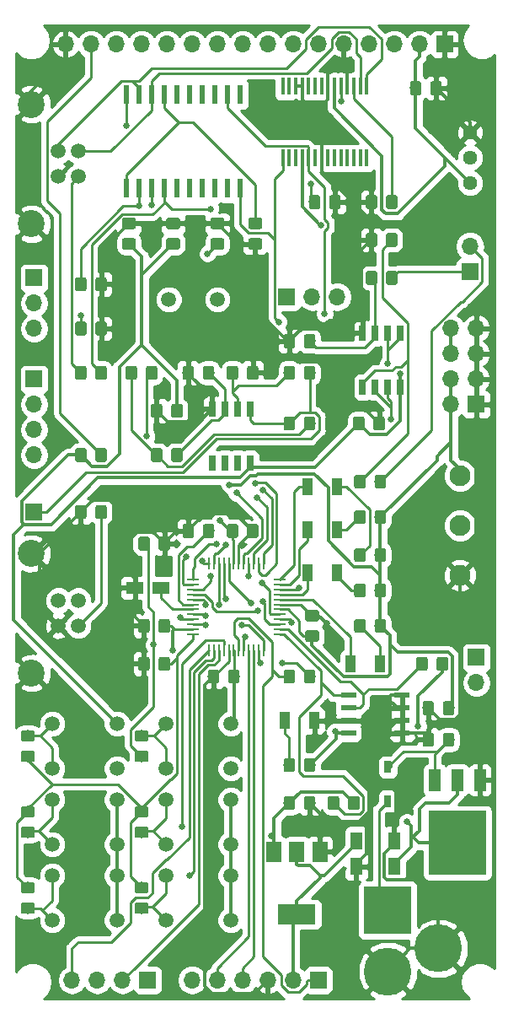
<source format=gbr>
G04 #@! TF.GenerationSoftware,KiCad,Pcbnew,(5.0.2)-1*
G04 #@! TF.CreationDate,2019-06-11T21:21:36-03:00*
G04 #@! TF.ProjectId,projeto(2),70726f6a-6574-46f2-9832-292e6b696361,rev?*
G04 #@! TF.SameCoordinates,Original*
G04 #@! TF.FileFunction,Copper,L1,Top*
G04 #@! TF.FilePolarity,Positive*
%FSLAX46Y46*%
G04 Gerber Fmt 4.6, Leading zero omitted, Abs format (unit mm)*
G04 Created by KiCad (PCBNEW (5.0.2)-1) date 11/06/2019 21:21:36*
%MOMM*%
%LPD*%
G01*
G04 APERTURE LIST*
G04 #@! TA.AperFunction,SMDPad,CuDef*
%ADD10R,1.800000X1.250000*%
G04 #@! TD*
G04 #@! TA.AperFunction,ComponentPad*
%ADD11C,4.800000*%
G04 #@! TD*
G04 #@! TA.AperFunction,ComponentPad*
%ADD12R,4.800000X4.800000*%
G04 #@! TD*
G04 #@! TA.AperFunction,Conductor*
%ADD13C,0.100000*%
G04 #@! TD*
G04 #@! TA.AperFunction,SMDPad,CuDef*
%ADD14C,1.150000*%
G04 #@! TD*
G04 #@! TA.AperFunction,SMDPad,CuDef*
%ADD15R,1.250000X1.800000*%
G04 #@! TD*
G04 #@! TA.AperFunction,SMDPad,CuDef*
%ADD16R,0.750000X1.200000*%
G04 #@! TD*
G04 #@! TA.AperFunction,ComponentPad*
%ADD17C,1.440000*%
G04 #@! TD*
G04 #@! TA.AperFunction,ComponentPad*
%ADD18C,1.500000*%
G04 #@! TD*
G04 #@! TA.AperFunction,SMDPad,CuDef*
%ADD19R,0.600000X1.950000*%
G04 #@! TD*
G04 #@! TA.AperFunction,SMDPad,CuDef*
%ADD20R,0.250000X1.300000*%
G04 #@! TD*
G04 #@! TA.AperFunction,SMDPad,CuDef*
%ADD21R,1.300000X0.250000*%
G04 #@! TD*
G04 #@! TA.AperFunction,SMDPad,CuDef*
%ADD22R,3.800000X2.000000*%
G04 #@! TD*
G04 #@! TA.AperFunction,SMDPad,CuDef*
%ADD23R,1.500000X2.000000*%
G04 #@! TD*
G04 #@! TA.AperFunction,SMDPad,CuDef*
%ADD24R,1.000000X1.750000*%
G04 #@! TD*
G04 #@! TA.AperFunction,ComponentPad*
%ADD25C,2.100000*%
G04 #@! TD*
G04 #@! TA.AperFunction,SMDPad,CuDef*
%ADD26R,1.550000X0.600000*%
G04 #@! TD*
G04 #@! TA.AperFunction,ComponentPad*
%ADD27R,1.700000X1.700000*%
G04 #@! TD*
G04 #@! TA.AperFunction,ComponentPad*
%ADD28O,1.700000X1.700000*%
G04 #@! TD*
G04 #@! TA.AperFunction,ComponentPad*
%ADD29C,1.520000*%
G04 #@! TD*
G04 #@! TA.AperFunction,ComponentPad*
%ADD30C,2.700000*%
G04 #@! TD*
G04 #@! TA.AperFunction,SMDPad,CuDef*
%ADD31R,0.450000X1.750000*%
G04 #@! TD*
G04 #@! TA.AperFunction,SMDPad,CuDef*
%ADD32R,0.700000X1.525000*%
G04 #@! TD*
G04 #@! TA.AperFunction,SMDPad,CuDef*
%ADD33R,1.200000X2.200000*%
G04 #@! TD*
G04 #@! TA.AperFunction,SMDPad,CuDef*
%ADD34R,5.800000X6.400000*%
G04 #@! TD*
G04 #@! TA.AperFunction,ViaPad*
%ADD35C,0.635000*%
G04 #@! TD*
G04 #@! TA.AperFunction,Conductor*
%ADD36C,0.317600*%
G04 #@! TD*
G04 #@! TA.AperFunction,Conductor*
%ADD37C,0.216000*%
G04 #@! TD*
G04 #@! TA.AperFunction,Conductor*
%ADD38C,0.317500*%
G04 #@! TD*
G04 #@! TA.AperFunction,Conductor*
%ADD39C,0.215900*%
G04 #@! TD*
G04 #@! TA.AperFunction,Conductor*
%ADD40C,0.254000*%
G04 #@! TD*
G04 APERTURE END LIST*
D10*
G04 #@! TO.P,C14,2*
G04 #@! TO.N,Net-(C14-Pad2)*
X193070000Y-76200000D03*
G04 #@! TO.P,C14,1*
G04 #@! TO.N,GND*
X190470000Y-76200000D03*
G04 #@! TD*
D11*
G04 #@! TO.P,J1,2*
G04 #@! TO.N,GND*
X215900000Y-114685000D03*
D12*
G04 #@! TO.P,J1,1*
G04 #@! TO.N,Net-(D1-Pad2)*
X215900000Y-108585000D03*
D11*
G04 #@! TO.P,J1,3*
G04 #@! TO.N,GND*
X220980000Y-112395000D03*
G04 #@! TD*
D13*
G04 #@! TO.N,GND*
G04 #@! TO.C,C1*
G36*
X220304505Y-90741204D02*
X220328773Y-90744804D01*
X220352572Y-90750765D01*
X220375671Y-90759030D01*
X220397850Y-90769520D01*
X220418893Y-90782132D01*
X220438599Y-90796747D01*
X220456777Y-90813223D01*
X220473253Y-90831401D01*
X220487868Y-90851107D01*
X220500480Y-90872150D01*
X220510970Y-90894329D01*
X220519235Y-90917428D01*
X220525196Y-90941227D01*
X220528796Y-90965495D01*
X220530000Y-90989999D01*
X220530000Y-91890001D01*
X220528796Y-91914505D01*
X220525196Y-91938773D01*
X220519235Y-91962572D01*
X220510970Y-91985671D01*
X220500480Y-92007850D01*
X220487868Y-92028893D01*
X220473253Y-92048599D01*
X220456777Y-92066777D01*
X220438599Y-92083253D01*
X220418893Y-92097868D01*
X220397850Y-92110480D01*
X220375671Y-92120970D01*
X220352572Y-92129235D01*
X220328773Y-92135196D01*
X220304505Y-92138796D01*
X220280001Y-92140000D01*
X219629999Y-92140000D01*
X219605495Y-92138796D01*
X219581227Y-92135196D01*
X219557428Y-92129235D01*
X219534329Y-92120970D01*
X219512150Y-92110480D01*
X219491107Y-92097868D01*
X219471401Y-92083253D01*
X219453223Y-92066777D01*
X219436747Y-92048599D01*
X219422132Y-92028893D01*
X219409520Y-92007850D01*
X219399030Y-91985671D01*
X219390765Y-91962572D01*
X219384804Y-91938773D01*
X219381204Y-91914505D01*
X219380000Y-91890001D01*
X219380000Y-90989999D01*
X219381204Y-90965495D01*
X219384804Y-90941227D01*
X219390765Y-90917428D01*
X219399030Y-90894329D01*
X219409520Y-90872150D01*
X219422132Y-90851107D01*
X219436747Y-90831401D01*
X219453223Y-90813223D01*
X219471401Y-90796747D01*
X219491107Y-90782132D01*
X219512150Y-90769520D01*
X219534329Y-90759030D01*
X219557428Y-90750765D01*
X219581227Y-90744804D01*
X219605495Y-90741204D01*
X219629999Y-90740000D01*
X220280001Y-90740000D01*
X220304505Y-90741204D01*
X220304505Y-90741204D01*
G37*
D14*
G04 #@! TD*
G04 #@! TO.P,C1,2*
G04 #@! TO.N,GND*
X219955000Y-91440000D03*
D13*
G04 #@! TO.N,Net-(C1-Pad1)*
G04 #@! TO.C,C1*
G36*
X222354505Y-90741204D02*
X222378773Y-90744804D01*
X222402572Y-90750765D01*
X222425671Y-90759030D01*
X222447850Y-90769520D01*
X222468893Y-90782132D01*
X222488599Y-90796747D01*
X222506777Y-90813223D01*
X222523253Y-90831401D01*
X222537868Y-90851107D01*
X222550480Y-90872150D01*
X222560970Y-90894329D01*
X222569235Y-90917428D01*
X222575196Y-90941227D01*
X222578796Y-90965495D01*
X222580000Y-90989999D01*
X222580000Y-91890001D01*
X222578796Y-91914505D01*
X222575196Y-91938773D01*
X222569235Y-91962572D01*
X222560970Y-91985671D01*
X222550480Y-92007850D01*
X222537868Y-92028893D01*
X222523253Y-92048599D01*
X222506777Y-92066777D01*
X222488599Y-92083253D01*
X222468893Y-92097868D01*
X222447850Y-92110480D01*
X222425671Y-92120970D01*
X222402572Y-92129235D01*
X222378773Y-92135196D01*
X222354505Y-92138796D01*
X222330001Y-92140000D01*
X221679999Y-92140000D01*
X221655495Y-92138796D01*
X221631227Y-92135196D01*
X221607428Y-92129235D01*
X221584329Y-92120970D01*
X221562150Y-92110480D01*
X221541107Y-92097868D01*
X221521401Y-92083253D01*
X221503223Y-92066777D01*
X221486747Y-92048599D01*
X221472132Y-92028893D01*
X221459520Y-92007850D01*
X221449030Y-91985671D01*
X221440765Y-91962572D01*
X221434804Y-91938773D01*
X221431204Y-91914505D01*
X221430000Y-91890001D01*
X221430000Y-90989999D01*
X221431204Y-90965495D01*
X221434804Y-90941227D01*
X221440765Y-90917428D01*
X221449030Y-90894329D01*
X221459520Y-90872150D01*
X221472132Y-90851107D01*
X221486747Y-90831401D01*
X221503223Y-90813223D01*
X221521401Y-90796747D01*
X221541107Y-90782132D01*
X221562150Y-90769520D01*
X221584329Y-90759030D01*
X221607428Y-90750765D01*
X221631227Y-90744804D01*
X221655495Y-90741204D01*
X221679999Y-90740000D01*
X222330001Y-90740000D01*
X222354505Y-90741204D01*
X222354505Y-90741204D01*
G37*
D14*
G04 #@! TD*
G04 #@! TO.P,C1,1*
G04 #@! TO.N,Net-(C1-Pad1)*
X222005000Y-91440000D03*
D15*
G04 #@! TO.P,C2,2*
G04 #@! TO.N,GND*
X216535000Y-101570000D03*
G04 #@! TO.P,C2,1*
G04 #@! TO.N,/5V*
X216535000Y-104170000D03*
G04 #@! TD*
D13*
G04 #@! TO.N,GND*
G04 #@! TO.C,C3*
G36*
X208384505Y-97091204D02*
X208408773Y-97094804D01*
X208432572Y-97100765D01*
X208455671Y-97109030D01*
X208477850Y-97119520D01*
X208498893Y-97132132D01*
X208518599Y-97146747D01*
X208536777Y-97163223D01*
X208553253Y-97181401D01*
X208567868Y-97201107D01*
X208580480Y-97222150D01*
X208590970Y-97244329D01*
X208599235Y-97267428D01*
X208605196Y-97291227D01*
X208608796Y-97315495D01*
X208610000Y-97339999D01*
X208610000Y-98240001D01*
X208608796Y-98264505D01*
X208605196Y-98288773D01*
X208599235Y-98312572D01*
X208590970Y-98335671D01*
X208580480Y-98357850D01*
X208567868Y-98378893D01*
X208553253Y-98398599D01*
X208536777Y-98416777D01*
X208518599Y-98433253D01*
X208498893Y-98447868D01*
X208477850Y-98460480D01*
X208455671Y-98470970D01*
X208432572Y-98479235D01*
X208408773Y-98485196D01*
X208384505Y-98488796D01*
X208360001Y-98490000D01*
X207709999Y-98490000D01*
X207685495Y-98488796D01*
X207661227Y-98485196D01*
X207637428Y-98479235D01*
X207614329Y-98470970D01*
X207592150Y-98460480D01*
X207571107Y-98447868D01*
X207551401Y-98433253D01*
X207533223Y-98416777D01*
X207516747Y-98398599D01*
X207502132Y-98378893D01*
X207489520Y-98357850D01*
X207479030Y-98335671D01*
X207470765Y-98312572D01*
X207464804Y-98288773D01*
X207461204Y-98264505D01*
X207460000Y-98240001D01*
X207460000Y-97339999D01*
X207461204Y-97315495D01*
X207464804Y-97291227D01*
X207470765Y-97267428D01*
X207479030Y-97244329D01*
X207489520Y-97222150D01*
X207502132Y-97201107D01*
X207516747Y-97181401D01*
X207533223Y-97163223D01*
X207551401Y-97146747D01*
X207571107Y-97132132D01*
X207592150Y-97119520D01*
X207614329Y-97109030D01*
X207637428Y-97100765D01*
X207661227Y-97094804D01*
X207685495Y-97091204D01*
X207709999Y-97090000D01*
X208360001Y-97090000D01*
X208384505Y-97091204D01*
X208384505Y-97091204D01*
G37*
D14*
G04 #@! TD*
G04 #@! TO.P,C3,2*
G04 #@! TO.N,GND*
X208035000Y-97790000D03*
D13*
G04 #@! TO.N,/5V*
G04 #@! TO.C,C3*
G36*
X206334910Y-97091202D02*
X206359135Y-97094795D01*
X206382891Y-97100746D01*
X206405949Y-97108996D01*
X206428087Y-97119467D01*
X206449093Y-97132057D01*
X206468763Y-97146645D01*
X206486908Y-97163092D01*
X206503355Y-97181237D01*
X206517943Y-97200907D01*
X206530533Y-97221913D01*
X206541004Y-97244051D01*
X206549254Y-97267109D01*
X206555205Y-97290865D01*
X206558798Y-97315090D01*
X206560000Y-97339550D01*
X206560000Y-98240450D01*
X206558798Y-98264910D01*
X206555205Y-98289135D01*
X206549254Y-98312891D01*
X206541004Y-98335949D01*
X206530533Y-98358087D01*
X206517943Y-98379093D01*
X206503355Y-98398763D01*
X206486908Y-98416908D01*
X206468763Y-98433355D01*
X206449093Y-98447943D01*
X206428087Y-98460533D01*
X206405949Y-98471004D01*
X206382891Y-98479254D01*
X206359135Y-98485205D01*
X206334910Y-98488798D01*
X206310450Y-98490000D01*
X205659550Y-98490000D01*
X205635090Y-98488798D01*
X205610865Y-98485205D01*
X205587109Y-98479254D01*
X205564051Y-98471004D01*
X205541913Y-98460533D01*
X205520907Y-98447943D01*
X205501237Y-98433355D01*
X205483092Y-98416908D01*
X205466645Y-98398763D01*
X205452057Y-98379093D01*
X205439467Y-98358087D01*
X205428996Y-98335949D01*
X205420746Y-98312891D01*
X205414795Y-98289135D01*
X205411202Y-98264910D01*
X205410000Y-98240450D01*
X205410000Y-97339550D01*
X205411202Y-97315090D01*
X205414795Y-97290865D01*
X205420746Y-97267109D01*
X205428996Y-97244051D01*
X205439467Y-97221913D01*
X205452057Y-97200907D01*
X205466645Y-97181237D01*
X205483092Y-97163092D01*
X205501237Y-97146645D01*
X205520907Y-97132057D01*
X205541913Y-97119467D01*
X205564051Y-97108996D01*
X205587109Y-97100746D01*
X205610865Y-97094795D01*
X205635090Y-97091202D01*
X205659550Y-97090000D01*
X206310450Y-97090000D01*
X206334910Y-97091202D01*
X206334910Y-97091202D01*
G37*
D14*
G04 #@! TD*
G04 #@! TO.P,C3,1*
G04 #@! TO.N,/5V*
X205985000Y-97790000D03*
D15*
G04 #@! TO.P,C4,2*
G04 #@! TO.N,GND*
X212725000Y-104170000D03*
G04 #@! TO.P,C4,1*
G04 #@! TO.N,/3.3V*
X212725000Y-101570000D03*
G04 #@! TD*
D13*
G04 #@! TO.N,GND*
G04 #@! TO.C,C5*
G36*
X190339505Y-39041204D02*
X190363773Y-39044804D01*
X190387572Y-39050765D01*
X190410671Y-39059030D01*
X190432850Y-39069520D01*
X190453893Y-39082132D01*
X190473599Y-39096747D01*
X190491777Y-39113223D01*
X190508253Y-39131401D01*
X190522868Y-39151107D01*
X190535480Y-39172150D01*
X190545970Y-39194329D01*
X190554235Y-39217428D01*
X190560196Y-39241227D01*
X190563796Y-39265495D01*
X190565000Y-39289999D01*
X190565000Y-39940001D01*
X190563796Y-39964505D01*
X190560196Y-39988773D01*
X190554235Y-40012572D01*
X190545970Y-40035671D01*
X190535480Y-40057850D01*
X190522868Y-40078893D01*
X190508253Y-40098599D01*
X190491777Y-40116777D01*
X190473599Y-40133253D01*
X190453893Y-40147868D01*
X190432850Y-40160480D01*
X190410671Y-40170970D01*
X190387572Y-40179235D01*
X190363773Y-40185196D01*
X190339505Y-40188796D01*
X190315001Y-40190000D01*
X189414999Y-40190000D01*
X189390495Y-40188796D01*
X189366227Y-40185196D01*
X189342428Y-40179235D01*
X189319329Y-40170970D01*
X189297150Y-40160480D01*
X189276107Y-40147868D01*
X189256401Y-40133253D01*
X189238223Y-40116777D01*
X189221747Y-40098599D01*
X189207132Y-40078893D01*
X189194520Y-40057850D01*
X189184030Y-40035671D01*
X189175765Y-40012572D01*
X189169804Y-39988773D01*
X189166204Y-39964505D01*
X189165000Y-39940001D01*
X189165000Y-39289999D01*
X189166204Y-39265495D01*
X189169804Y-39241227D01*
X189175765Y-39217428D01*
X189184030Y-39194329D01*
X189194520Y-39172150D01*
X189207132Y-39151107D01*
X189221747Y-39131401D01*
X189238223Y-39113223D01*
X189256401Y-39096747D01*
X189276107Y-39082132D01*
X189297150Y-39069520D01*
X189319329Y-39059030D01*
X189342428Y-39050765D01*
X189366227Y-39044804D01*
X189390495Y-39041204D01*
X189414999Y-39040000D01*
X190315001Y-39040000D01*
X190339505Y-39041204D01*
X190339505Y-39041204D01*
G37*
D14*
G04 #@! TD*
G04 #@! TO.P,C5,2*
G04 #@! TO.N,GND*
X189865000Y-39615000D03*
D13*
G04 #@! TO.N,/5V*
G04 #@! TO.C,C5*
G36*
X190339910Y-41091202D02*
X190364135Y-41094795D01*
X190387891Y-41100746D01*
X190410949Y-41108996D01*
X190433087Y-41119467D01*
X190454093Y-41132057D01*
X190473763Y-41146645D01*
X190491908Y-41163092D01*
X190508355Y-41181237D01*
X190522943Y-41200907D01*
X190535533Y-41221913D01*
X190546004Y-41244051D01*
X190554254Y-41267109D01*
X190560205Y-41290865D01*
X190563798Y-41315090D01*
X190565000Y-41339550D01*
X190565000Y-41990450D01*
X190563798Y-42014910D01*
X190560205Y-42039135D01*
X190554254Y-42062891D01*
X190546004Y-42085949D01*
X190535533Y-42108087D01*
X190522943Y-42129093D01*
X190508355Y-42148763D01*
X190491908Y-42166908D01*
X190473763Y-42183355D01*
X190454093Y-42197943D01*
X190433087Y-42210533D01*
X190410949Y-42221004D01*
X190387891Y-42229254D01*
X190364135Y-42235205D01*
X190339910Y-42238798D01*
X190315450Y-42240000D01*
X189414550Y-42240000D01*
X189390090Y-42238798D01*
X189365865Y-42235205D01*
X189342109Y-42229254D01*
X189319051Y-42221004D01*
X189296913Y-42210533D01*
X189275907Y-42197943D01*
X189256237Y-42183355D01*
X189238092Y-42166908D01*
X189221645Y-42148763D01*
X189207057Y-42129093D01*
X189194467Y-42108087D01*
X189183996Y-42085949D01*
X189175746Y-42062891D01*
X189169795Y-42039135D01*
X189166202Y-42014910D01*
X189165000Y-41990450D01*
X189165000Y-41339550D01*
X189166202Y-41315090D01*
X189169795Y-41290865D01*
X189175746Y-41267109D01*
X189183996Y-41244051D01*
X189194467Y-41221913D01*
X189207057Y-41200907D01*
X189221645Y-41181237D01*
X189238092Y-41163092D01*
X189256237Y-41146645D01*
X189275907Y-41132057D01*
X189296913Y-41119467D01*
X189319051Y-41108996D01*
X189342109Y-41100746D01*
X189365865Y-41094795D01*
X189390090Y-41091202D01*
X189414550Y-41090000D01*
X190315450Y-41090000D01*
X190339910Y-41091202D01*
X190339910Y-41091202D01*
G37*
D14*
G04 #@! TD*
G04 #@! TO.P,C5,1*
G04 #@! TO.N,/5V*
X189865000Y-41665000D03*
D13*
G04 #@! TO.N,GND*
G04 #@! TO.C,C6*
G36*
X194784505Y-39041204D02*
X194808773Y-39044804D01*
X194832572Y-39050765D01*
X194855671Y-39059030D01*
X194877850Y-39069520D01*
X194898893Y-39082132D01*
X194918599Y-39096747D01*
X194936777Y-39113223D01*
X194953253Y-39131401D01*
X194967868Y-39151107D01*
X194980480Y-39172150D01*
X194990970Y-39194329D01*
X194999235Y-39217428D01*
X195005196Y-39241227D01*
X195008796Y-39265495D01*
X195010000Y-39289999D01*
X195010000Y-39940001D01*
X195008796Y-39964505D01*
X195005196Y-39988773D01*
X194999235Y-40012572D01*
X194990970Y-40035671D01*
X194980480Y-40057850D01*
X194967868Y-40078893D01*
X194953253Y-40098599D01*
X194936777Y-40116777D01*
X194918599Y-40133253D01*
X194898893Y-40147868D01*
X194877850Y-40160480D01*
X194855671Y-40170970D01*
X194832572Y-40179235D01*
X194808773Y-40185196D01*
X194784505Y-40188796D01*
X194760001Y-40190000D01*
X193859999Y-40190000D01*
X193835495Y-40188796D01*
X193811227Y-40185196D01*
X193787428Y-40179235D01*
X193764329Y-40170970D01*
X193742150Y-40160480D01*
X193721107Y-40147868D01*
X193701401Y-40133253D01*
X193683223Y-40116777D01*
X193666747Y-40098599D01*
X193652132Y-40078893D01*
X193639520Y-40057850D01*
X193629030Y-40035671D01*
X193620765Y-40012572D01*
X193614804Y-39988773D01*
X193611204Y-39964505D01*
X193610000Y-39940001D01*
X193610000Y-39289999D01*
X193611204Y-39265495D01*
X193614804Y-39241227D01*
X193620765Y-39217428D01*
X193629030Y-39194329D01*
X193639520Y-39172150D01*
X193652132Y-39151107D01*
X193666747Y-39131401D01*
X193683223Y-39113223D01*
X193701401Y-39096747D01*
X193721107Y-39082132D01*
X193742150Y-39069520D01*
X193764329Y-39059030D01*
X193787428Y-39050765D01*
X193811227Y-39044804D01*
X193835495Y-39041204D01*
X193859999Y-39040000D01*
X194760001Y-39040000D01*
X194784505Y-39041204D01*
X194784505Y-39041204D01*
G37*
D14*
G04 #@! TD*
G04 #@! TO.P,C6,2*
G04 #@! TO.N,GND*
X194310000Y-39615000D03*
D13*
G04 #@! TO.N,/5V*
G04 #@! TO.C,C6*
G36*
X194784910Y-41091202D02*
X194809135Y-41094795D01*
X194832891Y-41100746D01*
X194855949Y-41108996D01*
X194878087Y-41119467D01*
X194899093Y-41132057D01*
X194918763Y-41146645D01*
X194936908Y-41163092D01*
X194953355Y-41181237D01*
X194967943Y-41200907D01*
X194980533Y-41221913D01*
X194991004Y-41244051D01*
X194999254Y-41267109D01*
X195005205Y-41290865D01*
X195008798Y-41315090D01*
X195010000Y-41339550D01*
X195010000Y-41990450D01*
X195008798Y-42014910D01*
X195005205Y-42039135D01*
X194999254Y-42062891D01*
X194991004Y-42085949D01*
X194980533Y-42108087D01*
X194967943Y-42129093D01*
X194953355Y-42148763D01*
X194936908Y-42166908D01*
X194918763Y-42183355D01*
X194899093Y-42197943D01*
X194878087Y-42210533D01*
X194855949Y-42221004D01*
X194832891Y-42229254D01*
X194809135Y-42235205D01*
X194784910Y-42238798D01*
X194760450Y-42240000D01*
X193859550Y-42240000D01*
X193835090Y-42238798D01*
X193810865Y-42235205D01*
X193787109Y-42229254D01*
X193764051Y-42221004D01*
X193741913Y-42210533D01*
X193720907Y-42197943D01*
X193701237Y-42183355D01*
X193683092Y-42166908D01*
X193666645Y-42148763D01*
X193652057Y-42129093D01*
X193639467Y-42108087D01*
X193628996Y-42085949D01*
X193620746Y-42062891D01*
X193614795Y-42039135D01*
X193611202Y-42014910D01*
X193610000Y-41990450D01*
X193610000Y-41339550D01*
X193611202Y-41315090D01*
X193614795Y-41290865D01*
X193620746Y-41267109D01*
X193628996Y-41244051D01*
X193639467Y-41221913D01*
X193652057Y-41200907D01*
X193666645Y-41181237D01*
X193683092Y-41163092D01*
X193701237Y-41146645D01*
X193720907Y-41132057D01*
X193741913Y-41119467D01*
X193764051Y-41108996D01*
X193787109Y-41100746D01*
X193810865Y-41094795D01*
X193835090Y-41091202D01*
X193859550Y-41090000D01*
X194760450Y-41090000D01*
X194784910Y-41091202D01*
X194784910Y-41091202D01*
G37*
D14*
G04 #@! TD*
G04 #@! TO.P,C6,1*
G04 #@! TO.N,/5V*
X194310000Y-41665000D03*
D13*
G04 #@! TO.N,GND*
G04 #@! TO.C,C7*
G36*
X203039505Y-41091204D02*
X203063773Y-41094804D01*
X203087572Y-41100765D01*
X203110671Y-41109030D01*
X203132850Y-41119520D01*
X203153893Y-41132132D01*
X203173599Y-41146747D01*
X203191777Y-41163223D01*
X203208253Y-41181401D01*
X203222868Y-41201107D01*
X203235480Y-41222150D01*
X203245970Y-41244329D01*
X203254235Y-41267428D01*
X203260196Y-41291227D01*
X203263796Y-41315495D01*
X203265000Y-41339999D01*
X203265000Y-41990001D01*
X203263796Y-42014505D01*
X203260196Y-42038773D01*
X203254235Y-42062572D01*
X203245970Y-42085671D01*
X203235480Y-42107850D01*
X203222868Y-42128893D01*
X203208253Y-42148599D01*
X203191777Y-42166777D01*
X203173599Y-42183253D01*
X203153893Y-42197868D01*
X203132850Y-42210480D01*
X203110671Y-42220970D01*
X203087572Y-42229235D01*
X203063773Y-42235196D01*
X203039505Y-42238796D01*
X203015001Y-42240000D01*
X202114999Y-42240000D01*
X202090495Y-42238796D01*
X202066227Y-42235196D01*
X202042428Y-42229235D01*
X202019329Y-42220970D01*
X201997150Y-42210480D01*
X201976107Y-42197868D01*
X201956401Y-42183253D01*
X201938223Y-42166777D01*
X201921747Y-42148599D01*
X201907132Y-42128893D01*
X201894520Y-42107850D01*
X201884030Y-42085671D01*
X201875765Y-42062572D01*
X201869804Y-42038773D01*
X201866204Y-42014505D01*
X201865000Y-41990001D01*
X201865000Y-41339999D01*
X201866204Y-41315495D01*
X201869804Y-41291227D01*
X201875765Y-41267428D01*
X201884030Y-41244329D01*
X201894520Y-41222150D01*
X201907132Y-41201107D01*
X201921747Y-41181401D01*
X201938223Y-41163223D01*
X201956401Y-41146747D01*
X201976107Y-41132132D01*
X201997150Y-41119520D01*
X202019329Y-41109030D01*
X202042428Y-41100765D01*
X202066227Y-41094804D01*
X202090495Y-41091204D01*
X202114999Y-41090000D01*
X203015001Y-41090000D01*
X203039505Y-41091204D01*
X203039505Y-41091204D01*
G37*
D14*
G04 #@! TD*
G04 #@! TO.P,C7,2*
G04 #@! TO.N,GND*
X202565000Y-41665000D03*
D13*
G04 #@! TO.N,/Comunica\00E7\00E3o/3.3v*
G04 #@! TO.C,C7*
G36*
X203039910Y-39041202D02*
X203064135Y-39044795D01*
X203087891Y-39050746D01*
X203110949Y-39058996D01*
X203133087Y-39069467D01*
X203154093Y-39082057D01*
X203173763Y-39096645D01*
X203191908Y-39113092D01*
X203208355Y-39131237D01*
X203222943Y-39150907D01*
X203235533Y-39171913D01*
X203246004Y-39194051D01*
X203254254Y-39217109D01*
X203260205Y-39240865D01*
X203263798Y-39265090D01*
X203265000Y-39289550D01*
X203265000Y-39940450D01*
X203263798Y-39964910D01*
X203260205Y-39989135D01*
X203254254Y-40012891D01*
X203246004Y-40035949D01*
X203235533Y-40058087D01*
X203222943Y-40079093D01*
X203208355Y-40098763D01*
X203191908Y-40116908D01*
X203173763Y-40133355D01*
X203154093Y-40147943D01*
X203133087Y-40160533D01*
X203110949Y-40171004D01*
X203087891Y-40179254D01*
X203064135Y-40185205D01*
X203039910Y-40188798D01*
X203015450Y-40190000D01*
X202114550Y-40190000D01*
X202090090Y-40188798D01*
X202065865Y-40185205D01*
X202042109Y-40179254D01*
X202019051Y-40171004D01*
X201996913Y-40160533D01*
X201975907Y-40147943D01*
X201956237Y-40133355D01*
X201938092Y-40116908D01*
X201921645Y-40098763D01*
X201907057Y-40079093D01*
X201894467Y-40058087D01*
X201883996Y-40035949D01*
X201875746Y-40012891D01*
X201869795Y-39989135D01*
X201866202Y-39964910D01*
X201865000Y-39940450D01*
X201865000Y-39289550D01*
X201866202Y-39265090D01*
X201869795Y-39240865D01*
X201875746Y-39217109D01*
X201883996Y-39194051D01*
X201894467Y-39171913D01*
X201907057Y-39150907D01*
X201921645Y-39131237D01*
X201938092Y-39113092D01*
X201956237Y-39096645D01*
X201975907Y-39082057D01*
X201996913Y-39069467D01*
X202019051Y-39058996D01*
X202042109Y-39050746D01*
X202065865Y-39044795D01*
X202090090Y-39041202D01*
X202114550Y-39040000D01*
X203015450Y-39040000D01*
X203039910Y-39041202D01*
X203039910Y-39041202D01*
G37*
D14*
G04 #@! TD*
G04 #@! TO.P,C7,1*
G04 #@! TO.N,/Comunica\00E7\00E3o/3.3v*
X202565000Y-39615000D03*
D13*
G04 #@! TO.N,GND*
G04 #@! TO.C,C8*
G36*
X214589505Y-36766204D02*
X214613773Y-36769804D01*
X214637572Y-36775765D01*
X214660671Y-36784030D01*
X214682850Y-36794520D01*
X214703893Y-36807132D01*
X214723599Y-36821747D01*
X214741777Y-36838223D01*
X214758253Y-36856401D01*
X214772868Y-36876107D01*
X214785480Y-36897150D01*
X214795970Y-36919329D01*
X214804235Y-36942428D01*
X214810196Y-36966227D01*
X214813796Y-36990495D01*
X214815000Y-37014999D01*
X214815000Y-37915001D01*
X214813796Y-37939505D01*
X214810196Y-37963773D01*
X214804235Y-37987572D01*
X214795970Y-38010671D01*
X214785480Y-38032850D01*
X214772868Y-38053893D01*
X214758253Y-38073599D01*
X214741777Y-38091777D01*
X214723599Y-38108253D01*
X214703893Y-38122868D01*
X214682850Y-38135480D01*
X214660671Y-38145970D01*
X214637572Y-38154235D01*
X214613773Y-38160196D01*
X214589505Y-38163796D01*
X214565001Y-38165000D01*
X213914999Y-38165000D01*
X213890495Y-38163796D01*
X213866227Y-38160196D01*
X213842428Y-38154235D01*
X213819329Y-38145970D01*
X213797150Y-38135480D01*
X213776107Y-38122868D01*
X213756401Y-38108253D01*
X213738223Y-38091777D01*
X213721747Y-38073599D01*
X213707132Y-38053893D01*
X213694520Y-38032850D01*
X213684030Y-38010671D01*
X213675765Y-37987572D01*
X213669804Y-37963773D01*
X213666204Y-37939505D01*
X213665000Y-37915001D01*
X213665000Y-37014999D01*
X213666204Y-36990495D01*
X213669804Y-36966227D01*
X213675765Y-36942428D01*
X213684030Y-36919329D01*
X213694520Y-36897150D01*
X213707132Y-36876107D01*
X213721747Y-36856401D01*
X213738223Y-36838223D01*
X213756401Y-36821747D01*
X213776107Y-36807132D01*
X213797150Y-36794520D01*
X213819329Y-36784030D01*
X213842428Y-36775765D01*
X213866227Y-36769804D01*
X213890495Y-36766204D01*
X213914999Y-36765000D01*
X214565001Y-36765000D01*
X214589505Y-36766204D01*
X214589505Y-36766204D01*
G37*
D14*
G04 #@! TD*
G04 #@! TO.P,C8,2*
G04 #@! TO.N,GND*
X214240000Y-37465000D03*
D13*
G04 #@! TO.N,Net-(C8-Pad1)*
G04 #@! TO.C,C8*
G36*
X216639505Y-36766204D02*
X216663773Y-36769804D01*
X216687572Y-36775765D01*
X216710671Y-36784030D01*
X216732850Y-36794520D01*
X216753893Y-36807132D01*
X216773599Y-36821747D01*
X216791777Y-36838223D01*
X216808253Y-36856401D01*
X216822868Y-36876107D01*
X216835480Y-36897150D01*
X216845970Y-36919329D01*
X216854235Y-36942428D01*
X216860196Y-36966227D01*
X216863796Y-36990495D01*
X216865000Y-37014999D01*
X216865000Y-37915001D01*
X216863796Y-37939505D01*
X216860196Y-37963773D01*
X216854235Y-37987572D01*
X216845970Y-38010671D01*
X216835480Y-38032850D01*
X216822868Y-38053893D01*
X216808253Y-38073599D01*
X216791777Y-38091777D01*
X216773599Y-38108253D01*
X216753893Y-38122868D01*
X216732850Y-38135480D01*
X216710671Y-38145970D01*
X216687572Y-38154235D01*
X216663773Y-38160196D01*
X216639505Y-38163796D01*
X216615001Y-38165000D01*
X215964999Y-38165000D01*
X215940495Y-38163796D01*
X215916227Y-38160196D01*
X215892428Y-38154235D01*
X215869329Y-38145970D01*
X215847150Y-38135480D01*
X215826107Y-38122868D01*
X215806401Y-38108253D01*
X215788223Y-38091777D01*
X215771747Y-38073599D01*
X215757132Y-38053893D01*
X215744520Y-38032850D01*
X215734030Y-38010671D01*
X215725765Y-37987572D01*
X215719804Y-37963773D01*
X215716204Y-37939505D01*
X215715000Y-37915001D01*
X215715000Y-37014999D01*
X215716204Y-36990495D01*
X215719804Y-36966227D01*
X215725765Y-36942428D01*
X215734030Y-36919329D01*
X215744520Y-36897150D01*
X215757132Y-36876107D01*
X215771747Y-36856401D01*
X215788223Y-36838223D01*
X215806401Y-36821747D01*
X215826107Y-36807132D01*
X215847150Y-36794520D01*
X215869329Y-36784030D01*
X215892428Y-36775765D01*
X215916227Y-36769804D01*
X215940495Y-36766204D01*
X215964999Y-36765000D01*
X216615001Y-36765000D01*
X216639505Y-36766204D01*
X216639505Y-36766204D01*
G37*
D14*
G04 #@! TD*
G04 #@! TO.P,C8,1*
G04 #@! TO.N,Net-(C8-Pad1)*
X216290000Y-37465000D03*
D13*
G04 #@! TO.N,GND*
G04 #@! TO.C,C9*
G36*
X187429505Y-49466204D02*
X187453773Y-49469804D01*
X187477572Y-49475765D01*
X187500671Y-49484030D01*
X187522850Y-49494520D01*
X187543893Y-49507132D01*
X187563599Y-49521747D01*
X187581777Y-49538223D01*
X187598253Y-49556401D01*
X187612868Y-49576107D01*
X187625480Y-49597150D01*
X187635970Y-49619329D01*
X187644235Y-49642428D01*
X187650196Y-49666227D01*
X187653796Y-49690495D01*
X187655000Y-49714999D01*
X187655000Y-50615001D01*
X187653796Y-50639505D01*
X187650196Y-50663773D01*
X187644235Y-50687572D01*
X187635970Y-50710671D01*
X187625480Y-50732850D01*
X187612868Y-50753893D01*
X187598253Y-50773599D01*
X187581777Y-50791777D01*
X187563599Y-50808253D01*
X187543893Y-50822868D01*
X187522850Y-50835480D01*
X187500671Y-50845970D01*
X187477572Y-50854235D01*
X187453773Y-50860196D01*
X187429505Y-50863796D01*
X187405001Y-50865000D01*
X186754999Y-50865000D01*
X186730495Y-50863796D01*
X186706227Y-50860196D01*
X186682428Y-50854235D01*
X186659329Y-50845970D01*
X186637150Y-50835480D01*
X186616107Y-50822868D01*
X186596401Y-50808253D01*
X186578223Y-50791777D01*
X186561747Y-50773599D01*
X186547132Y-50753893D01*
X186534520Y-50732850D01*
X186524030Y-50710671D01*
X186515765Y-50687572D01*
X186509804Y-50663773D01*
X186506204Y-50639505D01*
X186505000Y-50615001D01*
X186505000Y-49714999D01*
X186506204Y-49690495D01*
X186509804Y-49666227D01*
X186515765Y-49642428D01*
X186524030Y-49619329D01*
X186534520Y-49597150D01*
X186547132Y-49576107D01*
X186561747Y-49556401D01*
X186578223Y-49538223D01*
X186596401Y-49521747D01*
X186616107Y-49507132D01*
X186637150Y-49494520D01*
X186659329Y-49484030D01*
X186682428Y-49475765D01*
X186706227Y-49469804D01*
X186730495Y-49466204D01*
X186754999Y-49465000D01*
X187405001Y-49465000D01*
X187429505Y-49466204D01*
X187429505Y-49466204D01*
G37*
D14*
G04 #@! TD*
G04 #@! TO.P,C9,2*
G04 #@! TO.N,GND*
X187080000Y-50165000D03*
D13*
G04 #@! TO.N,Net-(C9-Pad1)*
G04 #@! TO.C,C9*
G36*
X185379505Y-49466204D02*
X185403773Y-49469804D01*
X185427572Y-49475765D01*
X185450671Y-49484030D01*
X185472850Y-49494520D01*
X185493893Y-49507132D01*
X185513599Y-49521747D01*
X185531777Y-49538223D01*
X185548253Y-49556401D01*
X185562868Y-49576107D01*
X185575480Y-49597150D01*
X185585970Y-49619329D01*
X185594235Y-49642428D01*
X185600196Y-49666227D01*
X185603796Y-49690495D01*
X185605000Y-49714999D01*
X185605000Y-50615001D01*
X185603796Y-50639505D01*
X185600196Y-50663773D01*
X185594235Y-50687572D01*
X185585970Y-50710671D01*
X185575480Y-50732850D01*
X185562868Y-50753893D01*
X185548253Y-50773599D01*
X185531777Y-50791777D01*
X185513599Y-50808253D01*
X185493893Y-50822868D01*
X185472850Y-50835480D01*
X185450671Y-50845970D01*
X185427572Y-50854235D01*
X185403773Y-50860196D01*
X185379505Y-50863796D01*
X185355001Y-50865000D01*
X184704999Y-50865000D01*
X184680495Y-50863796D01*
X184656227Y-50860196D01*
X184632428Y-50854235D01*
X184609329Y-50845970D01*
X184587150Y-50835480D01*
X184566107Y-50822868D01*
X184546401Y-50808253D01*
X184528223Y-50791777D01*
X184511747Y-50773599D01*
X184497132Y-50753893D01*
X184484520Y-50732850D01*
X184474030Y-50710671D01*
X184465765Y-50687572D01*
X184459804Y-50663773D01*
X184456204Y-50639505D01*
X184455000Y-50615001D01*
X184455000Y-49714999D01*
X184456204Y-49690495D01*
X184459804Y-49666227D01*
X184465765Y-49642428D01*
X184474030Y-49619329D01*
X184484520Y-49597150D01*
X184497132Y-49576107D01*
X184511747Y-49556401D01*
X184528223Y-49538223D01*
X184546401Y-49521747D01*
X184566107Y-49507132D01*
X184587150Y-49494520D01*
X184609329Y-49484030D01*
X184632428Y-49475765D01*
X184656227Y-49469804D01*
X184680495Y-49466204D01*
X184704999Y-49465000D01*
X185355001Y-49465000D01*
X185379505Y-49466204D01*
X185379505Y-49466204D01*
G37*
D14*
G04 #@! TD*
G04 #@! TO.P,C9,1*
G04 #@! TO.N,Net-(C9-Pad1)*
X185030000Y-50165000D03*
D13*
G04 #@! TO.N,Net-(C10-Pad2)*
G04 #@! TO.C,C10*
G36*
X185379505Y-45021204D02*
X185403773Y-45024804D01*
X185427572Y-45030765D01*
X185450671Y-45039030D01*
X185472850Y-45049520D01*
X185493893Y-45062132D01*
X185513599Y-45076747D01*
X185531777Y-45093223D01*
X185548253Y-45111401D01*
X185562868Y-45131107D01*
X185575480Y-45152150D01*
X185585970Y-45174329D01*
X185594235Y-45197428D01*
X185600196Y-45221227D01*
X185603796Y-45245495D01*
X185605000Y-45269999D01*
X185605000Y-46170001D01*
X185603796Y-46194505D01*
X185600196Y-46218773D01*
X185594235Y-46242572D01*
X185585970Y-46265671D01*
X185575480Y-46287850D01*
X185562868Y-46308893D01*
X185548253Y-46328599D01*
X185531777Y-46346777D01*
X185513599Y-46363253D01*
X185493893Y-46377868D01*
X185472850Y-46390480D01*
X185450671Y-46400970D01*
X185427572Y-46409235D01*
X185403773Y-46415196D01*
X185379505Y-46418796D01*
X185355001Y-46420000D01*
X184704999Y-46420000D01*
X184680495Y-46418796D01*
X184656227Y-46415196D01*
X184632428Y-46409235D01*
X184609329Y-46400970D01*
X184587150Y-46390480D01*
X184566107Y-46377868D01*
X184546401Y-46363253D01*
X184528223Y-46346777D01*
X184511747Y-46328599D01*
X184497132Y-46308893D01*
X184484520Y-46287850D01*
X184474030Y-46265671D01*
X184465765Y-46242572D01*
X184459804Y-46218773D01*
X184456204Y-46194505D01*
X184455000Y-46170001D01*
X184455000Y-45269999D01*
X184456204Y-45245495D01*
X184459804Y-45221227D01*
X184465765Y-45197428D01*
X184474030Y-45174329D01*
X184484520Y-45152150D01*
X184497132Y-45131107D01*
X184511747Y-45111401D01*
X184528223Y-45093223D01*
X184546401Y-45076747D01*
X184566107Y-45062132D01*
X184587150Y-45049520D01*
X184609329Y-45039030D01*
X184632428Y-45030765D01*
X184656227Y-45024804D01*
X184680495Y-45021204D01*
X184704999Y-45020000D01*
X185355001Y-45020000D01*
X185379505Y-45021204D01*
X185379505Y-45021204D01*
G37*
D14*
G04 #@! TD*
G04 #@! TO.P,C10,2*
G04 #@! TO.N,Net-(C10-Pad2)*
X185030000Y-45720000D03*
D13*
G04 #@! TO.N,GND*
G04 #@! TO.C,C10*
G36*
X187429505Y-45021204D02*
X187453773Y-45024804D01*
X187477572Y-45030765D01*
X187500671Y-45039030D01*
X187522850Y-45049520D01*
X187543893Y-45062132D01*
X187563599Y-45076747D01*
X187581777Y-45093223D01*
X187598253Y-45111401D01*
X187612868Y-45131107D01*
X187625480Y-45152150D01*
X187635970Y-45174329D01*
X187644235Y-45197428D01*
X187650196Y-45221227D01*
X187653796Y-45245495D01*
X187655000Y-45269999D01*
X187655000Y-46170001D01*
X187653796Y-46194505D01*
X187650196Y-46218773D01*
X187644235Y-46242572D01*
X187635970Y-46265671D01*
X187625480Y-46287850D01*
X187612868Y-46308893D01*
X187598253Y-46328599D01*
X187581777Y-46346777D01*
X187563599Y-46363253D01*
X187543893Y-46377868D01*
X187522850Y-46390480D01*
X187500671Y-46400970D01*
X187477572Y-46409235D01*
X187453773Y-46415196D01*
X187429505Y-46418796D01*
X187405001Y-46420000D01*
X186754999Y-46420000D01*
X186730495Y-46418796D01*
X186706227Y-46415196D01*
X186682428Y-46409235D01*
X186659329Y-46400970D01*
X186637150Y-46390480D01*
X186616107Y-46377868D01*
X186596401Y-46363253D01*
X186578223Y-46346777D01*
X186561747Y-46328599D01*
X186547132Y-46308893D01*
X186534520Y-46287850D01*
X186524030Y-46265671D01*
X186515765Y-46242572D01*
X186509804Y-46218773D01*
X186506204Y-46194505D01*
X186505000Y-46170001D01*
X186505000Y-45269999D01*
X186506204Y-45245495D01*
X186509804Y-45221227D01*
X186515765Y-45197428D01*
X186524030Y-45174329D01*
X186534520Y-45152150D01*
X186547132Y-45131107D01*
X186561747Y-45111401D01*
X186578223Y-45093223D01*
X186596401Y-45076747D01*
X186616107Y-45062132D01*
X186637150Y-45049520D01*
X186659329Y-45039030D01*
X186682428Y-45030765D01*
X186706227Y-45024804D01*
X186730495Y-45021204D01*
X186754999Y-45020000D01*
X187405001Y-45020000D01*
X187429505Y-45021204D01*
X187429505Y-45021204D01*
G37*
D14*
G04 #@! TD*
G04 #@! TO.P,C10,1*
G04 #@! TO.N,GND*
X187080000Y-45720000D03*
D13*
G04 #@! TO.N,Net-(C11-Pad2)*
G04 #@! TO.C,C11*
G36*
X199229505Y-41091204D02*
X199253773Y-41094804D01*
X199277572Y-41100765D01*
X199300671Y-41109030D01*
X199322850Y-41119520D01*
X199343893Y-41132132D01*
X199363599Y-41146747D01*
X199381777Y-41163223D01*
X199398253Y-41181401D01*
X199412868Y-41201107D01*
X199425480Y-41222150D01*
X199435970Y-41244329D01*
X199444235Y-41267428D01*
X199450196Y-41291227D01*
X199453796Y-41315495D01*
X199455000Y-41339999D01*
X199455000Y-41990001D01*
X199453796Y-42014505D01*
X199450196Y-42038773D01*
X199444235Y-42062572D01*
X199435970Y-42085671D01*
X199425480Y-42107850D01*
X199412868Y-42128893D01*
X199398253Y-42148599D01*
X199381777Y-42166777D01*
X199363599Y-42183253D01*
X199343893Y-42197868D01*
X199322850Y-42210480D01*
X199300671Y-42220970D01*
X199277572Y-42229235D01*
X199253773Y-42235196D01*
X199229505Y-42238796D01*
X199205001Y-42240000D01*
X198304999Y-42240000D01*
X198280495Y-42238796D01*
X198256227Y-42235196D01*
X198232428Y-42229235D01*
X198209329Y-42220970D01*
X198187150Y-42210480D01*
X198166107Y-42197868D01*
X198146401Y-42183253D01*
X198128223Y-42166777D01*
X198111747Y-42148599D01*
X198097132Y-42128893D01*
X198084520Y-42107850D01*
X198074030Y-42085671D01*
X198065765Y-42062572D01*
X198059804Y-42038773D01*
X198056204Y-42014505D01*
X198055000Y-41990001D01*
X198055000Y-41339999D01*
X198056204Y-41315495D01*
X198059804Y-41291227D01*
X198065765Y-41267428D01*
X198074030Y-41244329D01*
X198084520Y-41222150D01*
X198097132Y-41201107D01*
X198111747Y-41181401D01*
X198128223Y-41163223D01*
X198146401Y-41146747D01*
X198166107Y-41132132D01*
X198187150Y-41119520D01*
X198209329Y-41109030D01*
X198232428Y-41100765D01*
X198256227Y-41094804D01*
X198280495Y-41091204D01*
X198304999Y-41090000D01*
X199205001Y-41090000D01*
X199229505Y-41091204D01*
X199229505Y-41091204D01*
G37*
D14*
G04 #@! TD*
G04 #@! TO.P,C11,2*
G04 #@! TO.N,Net-(C11-Pad2)*
X198755000Y-41665000D03*
D13*
G04 #@! TO.N,GND*
G04 #@! TO.C,C11*
G36*
X199229505Y-39041204D02*
X199253773Y-39044804D01*
X199277572Y-39050765D01*
X199300671Y-39059030D01*
X199322850Y-39069520D01*
X199343893Y-39082132D01*
X199363599Y-39096747D01*
X199381777Y-39113223D01*
X199398253Y-39131401D01*
X199412868Y-39151107D01*
X199425480Y-39172150D01*
X199435970Y-39194329D01*
X199444235Y-39217428D01*
X199450196Y-39241227D01*
X199453796Y-39265495D01*
X199455000Y-39289999D01*
X199455000Y-39940001D01*
X199453796Y-39964505D01*
X199450196Y-39988773D01*
X199444235Y-40012572D01*
X199435970Y-40035671D01*
X199425480Y-40057850D01*
X199412868Y-40078893D01*
X199398253Y-40098599D01*
X199381777Y-40116777D01*
X199363599Y-40133253D01*
X199343893Y-40147868D01*
X199322850Y-40160480D01*
X199300671Y-40170970D01*
X199277572Y-40179235D01*
X199253773Y-40185196D01*
X199229505Y-40188796D01*
X199205001Y-40190000D01*
X198304999Y-40190000D01*
X198280495Y-40188796D01*
X198256227Y-40185196D01*
X198232428Y-40179235D01*
X198209329Y-40170970D01*
X198187150Y-40160480D01*
X198166107Y-40147868D01*
X198146401Y-40133253D01*
X198128223Y-40116777D01*
X198111747Y-40098599D01*
X198097132Y-40078893D01*
X198084520Y-40057850D01*
X198074030Y-40035671D01*
X198065765Y-40012572D01*
X198059804Y-39988773D01*
X198056204Y-39964505D01*
X198055000Y-39940001D01*
X198055000Y-39289999D01*
X198056204Y-39265495D01*
X198059804Y-39241227D01*
X198065765Y-39217428D01*
X198074030Y-39194329D01*
X198084520Y-39172150D01*
X198097132Y-39151107D01*
X198111747Y-39131401D01*
X198128223Y-39113223D01*
X198146401Y-39096747D01*
X198166107Y-39082132D01*
X198187150Y-39069520D01*
X198209329Y-39059030D01*
X198232428Y-39050765D01*
X198256227Y-39044804D01*
X198280495Y-39041204D01*
X198304999Y-39040000D01*
X199205001Y-39040000D01*
X199229505Y-39041204D01*
X199229505Y-39041204D01*
G37*
D14*
G04 #@! TD*
G04 #@! TO.P,C11,1*
G04 #@! TO.N,GND*
X198755000Y-39615000D03*
D13*
G04 #@! TO.N,/3.3V*
G04 #@! TO.C,C12*
G36*
X200764505Y-84391204D02*
X200788773Y-84394804D01*
X200812572Y-84400765D01*
X200835671Y-84409030D01*
X200857850Y-84419520D01*
X200878893Y-84432132D01*
X200898599Y-84446747D01*
X200916777Y-84463223D01*
X200933253Y-84481401D01*
X200947868Y-84501107D01*
X200960480Y-84522150D01*
X200970970Y-84544329D01*
X200979235Y-84567428D01*
X200985196Y-84591227D01*
X200988796Y-84615495D01*
X200990000Y-84639999D01*
X200990000Y-85540001D01*
X200988796Y-85564505D01*
X200985196Y-85588773D01*
X200979235Y-85612572D01*
X200970970Y-85635671D01*
X200960480Y-85657850D01*
X200947868Y-85678893D01*
X200933253Y-85698599D01*
X200916777Y-85716777D01*
X200898599Y-85733253D01*
X200878893Y-85747868D01*
X200857850Y-85760480D01*
X200835671Y-85770970D01*
X200812572Y-85779235D01*
X200788773Y-85785196D01*
X200764505Y-85788796D01*
X200740001Y-85790000D01*
X200089999Y-85790000D01*
X200065495Y-85788796D01*
X200041227Y-85785196D01*
X200017428Y-85779235D01*
X199994329Y-85770970D01*
X199972150Y-85760480D01*
X199951107Y-85747868D01*
X199931401Y-85733253D01*
X199913223Y-85716777D01*
X199896747Y-85698599D01*
X199882132Y-85678893D01*
X199869520Y-85657850D01*
X199859030Y-85635671D01*
X199850765Y-85612572D01*
X199844804Y-85588773D01*
X199841204Y-85564505D01*
X199840000Y-85540001D01*
X199840000Y-84639999D01*
X199841204Y-84615495D01*
X199844804Y-84591227D01*
X199850765Y-84567428D01*
X199859030Y-84544329D01*
X199869520Y-84522150D01*
X199882132Y-84501107D01*
X199896747Y-84481401D01*
X199913223Y-84463223D01*
X199931401Y-84446747D01*
X199951107Y-84432132D01*
X199972150Y-84419520D01*
X199994329Y-84409030D01*
X200017428Y-84400765D01*
X200041227Y-84394804D01*
X200065495Y-84391204D01*
X200089999Y-84390000D01*
X200740001Y-84390000D01*
X200764505Y-84391204D01*
X200764505Y-84391204D01*
G37*
D14*
G04 #@! TD*
G04 #@! TO.P,C12,2*
G04 #@! TO.N,/3.3V*
X200415000Y-85090000D03*
D13*
G04 #@! TO.N,GND*
G04 #@! TO.C,C12*
G36*
X198714505Y-84391204D02*
X198738773Y-84394804D01*
X198762572Y-84400765D01*
X198785671Y-84409030D01*
X198807850Y-84419520D01*
X198828893Y-84432132D01*
X198848599Y-84446747D01*
X198866777Y-84463223D01*
X198883253Y-84481401D01*
X198897868Y-84501107D01*
X198910480Y-84522150D01*
X198920970Y-84544329D01*
X198929235Y-84567428D01*
X198935196Y-84591227D01*
X198938796Y-84615495D01*
X198940000Y-84639999D01*
X198940000Y-85540001D01*
X198938796Y-85564505D01*
X198935196Y-85588773D01*
X198929235Y-85612572D01*
X198920970Y-85635671D01*
X198910480Y-85657850D01*
X198897868Y-85678893D01*
X198883253Y-85698599D01*
X198866777Y-85716777D01*
X198848599Y-85733253D01*
X198828893Y-85747868D01*
X198807850Y-85760480D01*
X198785671Y-85770970D01*
X198762572Y-85779235D01*
X198738773Y-85785196D01*
X198714505Y-85788796D01*
X198690001Y-85790000D01*
X198039999Y-85790000D01*
X198015495Y-85788796D01*
X197991227Y-85785196D01*
X197967428Y-85779235D01*
X197944329Y-85770970D01*
X197922150Y-85760480D01*
X197901107Y-85747868D01*
X197881401Y-85733253D01*
X197863223Y-85716777D01*
X197846747Y-85698599D01*
X197832132Y-85678893D01*
X197819520Y-85657850D01*
X197809030Y-85635671D01*
X197800765Y-85612572D01*
X197794804Y-85588773D01*
X197791204Y-85564505D01*
X197790000Y-85540001D01*
X197790000Y-84639999D01*
X197791204Y-84615495D01*
X197794804Y-84591227D01*
X197800765Y-84567428D01*
X197809030Y-84544329D01*
X197819520Y-84522150D01*
X197832132Y-84501107D01*
X197846747Y-84481401D01*
X197863223Y-84463223D01*
X197881401Y-84446747D01*
X197901107Y-84432132D01*
X197922150Y-84419520D01*
X197944329Y-84409030D01*
X197967428Y-84400765D01*
X197991227Y-84394804D01*
X198015495Y-84391204D01*
X198039999Y-84390000D01*
X198690001Y-84390000D01*
X198714505Y-84391204D01*
X198714505Y-84391204D01*
G37*
D14*
G04 #@! TD*
G04 #@! TO.P,C12,1*
G04 #@! TO.N,GND*
X198365000Y-85090000D03*
D13*
G04 #@! TO.N,GND*
G04 #@! TO.C,C13*
G36*
X193779505Y-71056204D02*
X193803773Y-71059804D01*
X193827572Y-71065765D01*
X193850671Y-71074030D01*
X193872850Y-71084520D01*
X193893893Y-71097132D01*
X193913599Y-71111747D01*
X193931777Y-71128223D01*
X193948253Y-71146401D01*
X193962868Y-71166107D01*
X193975480Y-71187150D01*
X193985970Y-71209329D01*
X193994235Y-71232428D01*
X194000196Y-71256227D01*
X194003796Y-71280495D01*
X194005000Y-71304999D01*
X194005000Y-72205001D01*
X194003796Y-72229505D01*
X194000196Y-72253773D01*
X193994235Y-72277572D01*
X193985970Y-72300671D01*
X193975480Y-72322850D01*
X193962868Y-72343893D01*
X193948253Y-72363599D01*
X193931777Y-72381777D01*
X193913599Y-72398253D01*
X193893893Y-72412868D01*
X193872850Y-72425480D01*
X193850671Y-72435970D01*
X193827572Y-72444235D01*
X193803773Y-72450196D01*
X193779505Y-72453796D01*
X193755001Y-72455000D01*
X193104999Y-72455000D01*
X193080495Y-72453796D01*
X193056227Y-72450196D01*
X193032428Y-72444235D01*
X193009329Y-72435970D01*
X192987150Y-72425480D01*
X192966107Y-72412868D01*
X192946401Y-72398253D01*
X192928223Y-72381777D01*
X192911747Y-72363599D01*
X192897132Y-72343893D01*
X192884520Y-72322850D01*
X192874030Y-72300671D01*
X192865765Y-72277572D01*
X192859804Y-72253773D01*
X192856204Y-72229505D01*
X192855000Y-72205001D01*
X192855000Y-71304999D01*
X192856204Y-71280495D01*
X192859804Y-71256227D01*
X192865765Y-71232428D01*
X192874030Y-71209329D01*
X192884520Y-71187150D01*
X192897132Y-71166107D01*
X192911747Y-71146401D01*
X192928223Y-71128223D01*
X192946401Y-71111747D01*
X192966107Y-71097132D01*
X192987150Y-71084520D01*
X193009329Y-71074030D01*
X193032428Y-71065765D01*
X193056227Y-71059804D01*
X193080495Y-71056204D01*
X193104999Y-71055000D01*
X193755001Y-71055000D01*
X193779505Y-71056204D01*
X193779505Y-71056204D01*
G37*
D14*
G04 #@! TD*
G04 #@! TO.P,C13,2*
G04 #@! TO.N,GND*
X193430000Y-71755000D03*
D13*
G04 #@! TO.N,Net-(C13-Pad1)*
G04 #@! TO.C,C13*
G36*
X191729505Y-71056204D02*
X191753773Y-71059804D01*
X191777572Y-71065765D01*
X191800671Y-71074030D01*
X191822850Y-71084520D01*
X191843893Y-71097132D01*
X191863599Y-71111747D01*
X191881777Y-71128223D01*
X191898253Y-71146401D01*
X191912868Y-71166107D01*
X191925480Y-71187150D01*
X191935970Y-71209329D01*
X191944235Y-71232428D01*
X191950196Y-71256227D01*
X191953796Y-71280495D01*
X191955000Y-71304999D01*
X191955000Y-72205001D01*
X191953796Y-72229505D01*
X191950196Y-72253773D01*
X191944235Y-72277572D01*
X191935970Y-72300671D01*
X191925480Y-72322850D01*
X191912868Y-72343893D01*
X191898253Y-72363599D01*
X191881777Y-72381777D01*
X191863599Y-72398253D01*
X191843893Y-72412868D01*
X191822850Y-72425480D01*
X191800671Y-72435970D01*
X191777572Y-72444235D01*
X191753773Y-72450196D01*
X191729505Y-72453796D01*
X191705001Y-72455000D01*
X191054999Y-72455000D01*
X191030495Y-72453796D01*
X191006227Y-72450196D01*
X190982428Y-72444235D01*
X190959329Y-72435970D01*
X190937150Y-72425480D01*
X190916107Y-72412868D01*
X190896401Y-72398253D01*
X190878223Y-72381777D01*
X190861747Y-72363599D01*
X190847132Y-72343893D01*
X190834520Y-72322850D01*
X190824030Y-72300671D01*
X190815765Y-72277572D01*
X190809804Y-72253773D01*
X190806204Y-72229505D01*
X190805000Y-72205001D01*
X190805000Y-71304999D01*
X190806204Y-71280495D01*
X190809804Y-71256227D01*
X190815765Y-71232428D01*
X190824030Y-71209329D01*
X190834520Y-71187150D01*
X190847132Y-71166107D01*
X190861747Y-71146401D01*
X190878223Y-71128223D01*
X190896401Y-71111747D01*
X190916107Y-71097132D01*
X190937150Y-71084520D01*
X190959329Y-71074030D01*
X190982428Y-71065765D01*
X191006227Y-71059804D01*
X191030495Y-71056204D01*
X191054999Y-71055000D01*
X191705001Y-71055000D01*
X191729505Y-71056204D01*
X191729505Y-71056204D01*
G37*
D14*
G04 #@! TD*
G04 #@! TO.P,C13,1*
G04 #@! TO.N,Net-(C13-Pad1)*
X191380000Y-71755000D03*
D13*
G04 #@! TO.N,GND*
G04 #@! TO.C,C15*
G36*
X196174505Y-69786204D02*
X196198773Y-69789804D01*
X196222572Y-69795765D01*
X196245671Y-69804030D01*
X196267850Y-69814520D01*
X196288893Y-69827132D01*
X196308599Y-69841747D01*
X196326777Y-69858223D01*
X196343253Y-69876401D01*
X196357868Y-69896107D01*
X196370480Y-69917150D01*
X196380970Y-69939329D01*
X196389235Y-69962428D01*
X196395196Y-69986227D01*
X196398796Y-70010495D01*
X196400000Y-70034999D01*
X196400000Y-70935001D01*
X196398796Y-70959505D01*
X196395196Y-70983773D01*
X196389235Y-71007572D01*
X196380970Y-71030671D01*
X196370480Y-71052850D01*
X196357868Y-71073893D01*
X196343253Y-71093599D01*
X196326777Y-71111777D01*
X196308599Y-71128253D01*
X196288893Y-71142868D01*
X196267850Y-71155480D01*
X196245671Y-71165970D01*
X196222572Y-71174235D01*
X196198773Y-71180196D01*
X196174505Y-71183796D01*
X196150001Y-71185000D01*
X195499999Y-71185000D01*
X195475495Y-71183796D01*
X195451227Y-71180196D01*
X195427428Y-71174235D01*
X195404329Y-71165970D01*
X195382150Y-71155480D01*
X195361107Y-71142868D01*
X195341401Y-71128253D01*
X195323223Y-71111777D01*
X195306747Y-71093599D01*
X195292132Y-71073893D01*
X195279520Y-71052850D01*
X195269030Y-71030671D01*
X195260765Y-71007572D01*
X195254804Y-70983773D01*
X195251204Y-70959505D01*
X195250000Y-70935001D01*
X195250000Y-70034999D01*
X195251204Y-70010495D01*
X195254804Y-69986227D01*
X195260765Y-69962428D01*
X195269030Y-69939329D01*
X195279520Y-69917150D01*
X195292132Y-69896107D01*
X195306747Y-69876401D01*
X195323223Y-69858223D01*
X195341401Y-69841747D01*
X195361107Y-69827132D01*
X195382150Y-69814520D01*
X195404329Y-69804030D01*
X195427428Y-69795765D01*
X195451227Y-69789804D01*
X195475495Y-69786204D01*
X195499999Y-69785000D01*
X196150001Y-69785000D01*
X196174505Y-69786204D01*
X196174505Y-69786204D01*
G37*
D14*
G04 #@! TD*
G04 #@! TO.P,C15,2*
G04 #@! TO.N,GND*
X195825000Y-70485000D03*
D13*
G04 #@! TO.N,Net-(C15-Pad1)*
G04 #@! TO.C,C15*
G36*
X198224505Y-69786204D02*
X198248773Y-69789804D01*
X198272572Y-69795765D01*
X198295671Y-69804030D01*
X198317850Y-69814520D01*
X198338893Y-69827132D01*
X198358599Y-69841747D01*
X198376777Y-69858223D01*
X198393253Y-69876401D01*
X198407868Y-69896107D01*
X198420480Y-69917150D01*
X198430970Y-69939329D01*
X198439235Y-69962428D01*
X198445196Y-69986227D01*
X198448796Y-70010495D01*
X198450000Y-70034999D01*
X198450000Y-70935001D01*
X198448796Y-70959505D01*
X198445196Y-70983773D01*
X198439235Y-71007572D01*
X198430970Y-71030671D01*
X198420480Y-71052850D01*
X198407868Y-71073893D01*
X198393253Y-71093599D01*
X198376777Y-71111777D01*
X198358599Y-71128253D01*
X198338893Y-71142868D01*
X198317850Y-71155480D01*
X198295671Y-71165970D01*
X198272572Y-71174235D01*
X198248773Y-71180196D01*
X198224505Y-71183796D01*
X198200001Y-71185000D01*
X197549999Y-71185000D01*
X197525495Y-71183796D01*
X197501227Y-71180196D01*
X197477428Y-71174235D01*
X197454329Y-71165970D01*
X197432150Y-71155480D01*
X197411107Y-71142868D01*
X197391401Y-71128253D01*
X197373223Y-71111777D01*
X197356747Y-71093599D01*
X197342132Y-71073893D01*
X197329520Y-71052850D01*
X197319030Y-71030671D01*
X197310765Y-71007572D01*
X197304804Y-70983773D01*
X197301204Y-70959505D01*
X197300000Y-70935001D01*
X197300000Y-70034999D01*
X197301204Y-70010495D01*
X197304804Y-69986227D01*
X197310765Y-69962428D01*
X197319030Y-69939329D01*
X197329520Y-69917150D01*
X197342132Y-69896107D01*
X197356747Y-69876401D01*
X197373223Y-69858223D01*
X197391401Y-69841747D01*
X197411107Y-69827132D01*
X197432150Y-69814520D01*
X197454329Y-69804030D01*
X197477428Y-69795765D01*
X197501227Y-69789804D01*
X197525495Y-69786204D01*
X197549999Y-69785000D01*
X198200001Y-69785000D01*
X198224505Y-69786204D01*
X198224505Y-69786204D01*
G37*
D14*
G04 #@! TD*
G04 #@! TO.P,C15,1*
G04 #@! TO.N,Net-(C15-Pad1)*
X197875000Y-70485000D03*
D13*
G04 #@! TO.N,/3.3V*
G04 #@! TO.C,C16*
G36*
X200619505Y-69786204D02*
X200643773Y-69789804D01*
X200667572Y-69795765D01*
X200690671Y-69804030D01*
X200712850Y-69814520D01*
X200733893Y-69827132D01*
X200753599Y-69841747D01*
X200771777Y-69858223D01*
X200788253Y-69876401D01*
X200802868Y-69896107D01*
X200815480Y-69917150D01*
X200825970Y-69939329D01*
X200834235Y-69962428D01*
X200840196Y-69986227D01*
X200843796Y-70010495D01*
X200845000Y-70034999D01*
X200845000Y-70935001D01*
X200843796Y-70959505D01*
X200840196Y-70983773D01*
X200834235Y-71007572D01*
X200825970Y-71030671D01*
X200815480Y-71052850D01*
X200802868Y-71073893D01*
X200788253Y-71093599D01*
X200771777Y-71111777D01*
X200753599Y-71128253D01*
X200733893Y-71142868D01*
X200712850Y-71155480D01*
X200690671Y-71165970D01*
X200667572Y-71174235D01*
X200643773Y-71180196D01*
X200619505Y-71183796D01*
X200595001Y-71185000D01*
X199944999Y-71185000D01*
X199920495Y-71183796D01*
X199896227Y-71180196D01*
X199872428Y-71174235D01*
X199849329Y-71165970D01*
X199827150Y-71155480D01*
X199806107Y-71142868D01*
X199786401Y-71128253D01*
X199768223Y-71111777D01*
X199751747Y-71093599D01*
X199737132Y-71073893D01*
X199724520Y-71052850D01*
X199714030Y-71030671D01*
X199705765Y-71007572D01*
X199699804Y-70983773D01*
X199696204Y-70959505D01*
X199695000Y-70935001D01*
X199695000Y-70034999D01*
X199696204Y-70010495D01*
X199699804Y-69986227D01*
X199705765Y-69962428D01*
X199714030Y-69939329D01*
X199724520Y-69917150D01*
X199737132Y-69896107D01*
X199751747Y-69876401D01*
X199768223Y-69858223D01*
X199786401Y-69841747D01*
X199806107Y-69827132D01*
X199827150Y-69814520D01*
X199849329Y-69804030D01*
X199872428Y-69795765D01*
X199896227Y-69789804D01*
X199920495Y-69786204D01*
X199944999Y-69785000D01*
X200595001Y-69785000D01*
X200619505Y-69786204D01*
X200619505Y-69786204D01*
G37*
D14*
G04 #@! TD*
G04 #@! TO.P,C16,2*
G04 #@! TO.N,/3.3V*
X200270000Y-70485000D03*
D13*
G04 #@! TO.N,GND*
G04 #@! TO.C,C16*
G36*
X202669505Y-69786204D02*
X202693773Y-69789804D01*
X202717572Y-69795765D01*
X202740671Y-69804030D01*
X202762850Y-69814520D01*
X202783893Y-69827132D01*
X202803599Y-69841747D01*
X202821777Y-69858223D01*
X202838253Y-69876401D01*
X202852868Y-69896107D01*
X202865480Y-69917150D01*
X202875970Y-69939329D01*
X202884235Y-69962428D01*
X202890196Y-69986227D01*
X202893796Y-70010495D01*
X202895000Y-70034999D01*
X202895000Y-70935001D01*
X202893796Y-70959505D01*
X202890196Y-70983773D01*
X202884235Y-71007572D01*
X202875970Y-71030671D01*
X202865480Y-71052850D01*
X202852868Y-71073893D01*
X202838253Y-71093599D01*
X202821777Y-71111777D01*
X202803599Y-71128253D01*
X202783893Y-71142868D01*
X202762850Y-71155480D01*
X202740671Y-71165970D01*
X202717572Y-71174235D01*
X202693773Y-71180196D01*
X202669505Y-71183796D01*
X202645001Y-71185000D01*
X201994999Y-71185000D01*
X201970495Y-71183796D01*
X201946227Y-71180196D01*
X201922428Y-71174235D01*
X201899329Y-71165970D01*
X201877150Y-71155480D01*
X201856107Y-71142868D01*
X201836401Y-71128253D01*
X201818223Y-71111777D01*
X201801747Y-71093599D01*
X201787132Y-71073893D01*
X201774520Y-71052850D01*
X201764030Y-71030671D01*
X201755765Y-71007572D01*
X201749804Y-70983773D01*
X201746204Y-70959505D01*
X201745000Y-70935001D01*
X201745000Y-70034999D01*
X201746204Y-70010495D01*
X201749804Y-69986227D01*
X201755765Y-69962428D01*
X201764030Y-69939329D01*
X201774520Y-69917150D01*
X201787132Y-69896107D01*
X201801747Y-69876401D01*
X201818223Y-69858223D01*
X201836401Y-69841747D01*
X201856107Y-69827132D01*
X201877150Y-69814520D01*
X201899329Y-69804030D01*
X201922428Y-69795765D01*
X201946227Y-69789804D01*
X201970495Y-69786204D01*
X201994999Y-69785000D01*
X202645001Y-69785000D01*
X202669505Y-69786204D01*
X202669505Y-69786204D01*
G37*
D14*
G04 #@! TD*
G04 #@! TO.P,C16,1*
G04 #@! TO.N,GND*
X202320000Y-70485000D03*
D13*
G04 #@! TO.N,/3.3V*
G04 #@! TO.C,C17*
G36*
X208754505Y-80461204D02*
X208778773Y-80464804D01*
X208802572Y-80470765D01*
X208825671Y-80479030D01*
X208847850Y-80489520D01*
X208868893Y-80502132D01*
X208888599Y-80516747D01*
X208906777Y-80533223D01*
X208923253Y-80551401D01*
X208937868Y-80571107D01*
X208950480Y-80592150D01*
X208960970Y-80614329D01*
X208969235Y-80637428D01*
X208975196Y-80661227D01*
X208978796Y-80685495D01*
X208980000Y-80709999D01*
X208980000Y-81360001D01*
X208978796Y-81384505D01*
X208975196Y-81408773D01*
X208969235Y-81432572D01*
X208960970Y-81455671D01*
X208950480Y-81477850D01*
X208937868Y-81498893D01*
X208923253Y-81518599D01*
X208906777Y-81536777D01*
X208888599Y-81553253D01*
X208868893Y-81567868D01*
X208847850Y-81580480D01*
X208825671Y-81590970D01*
X208802572Y-81599235D01*
X208778773Y-81605196D01*
X208754505Y-81608796D01*
X208730001Y-81610000D01*
X207829999Y-81610000D01*
X207805495Y-81608796D01*
X207781227Y-81605196D01*
X207757428Y-81599235D01*
X207734329Y-81590970D01*
X207712150Y-81580480D01*
X207691107Y-81567868D01*
X207671401Y-81553253D01*
X207653223Y-81536777D01*
X207636747Y-81518599D01*
X207622132Y-81498893D01*
X207609520Y-81477850D01*
X207599030Y-81455671D01*
X207590765Y-81432572D01*
X207584804Y-81408773D01*
X207581204Y-81384505D01*
X207580000Y-81360001D01*
X207580000Y-80709999D01*
X207581204Y-80685495D01*
X207584804Y-80661227D01*
X207590765Y-80637428D01*
X207599030Y-80614329D01*
X207609520Y-80592150D01*
X207622132Y-80571107D01*
X207636747Y-80551401D01*
X207653223Y-80533223D01*
X207671401Y-80516747D01*
X207691107Y-80502132D01*
X207712150Y-80489520D01*
X207734329Y-80479030D01*
X207757428Y-80470765D01*
X207781227Y-80464804D01*
X207805495Y-80461204D01*
X207829999Y-80460000D01*
X208730001Y-80460000D01*
X208754505Y-80461204D01*
X208754505Y-80461204D01*
G37*
D14*
G04 #@! TD*
G04 #@! TO.P,C17,2*
G04 #@! TO.N,/3.3V*
X208280000Y-81035000D03*
D13*
G04 #@! TO.N,GND*
G04 #@! TO.C,C17*
G36*
X208754505Y-78411204D02*
X208778773Y-78414804D01*
X208802572Y-78420765D01*
X208825671Y-78429030D01*
X208847850Y-78439520D01*
X208868893Y-78452132D01*
X208888599Y-78466747D01*
X208906777Y-78483223D01*
X208923253Y-78501401D01*
X208937868Y-78521107D01*
X208950480Y-78542150D01*
X208960970Y-78564329D01*
X208969235Y-78587428D01*
X208975196Y-78611227D01*
X208978796Y-78635495D01*
X208980000Y-78659999D01*
X208980000Y-79310001D01*
X208978796Y-79334505D01*
X208975196Y-79358773D01*
X208969235Y-79382572D01*
X208960970Y-79405671D01*
X208950480Y-79427850D01*
X208937868Y-79448893D01*
X208923253Y-79468599D01*
X208906777Y-79486777D01*
X208888599Y-79503253D01*
X208868893Y-79517868D01*
X208847850Y-79530480D01*
X208825671Y-79540970D01*
X208802572Y-79549235D01*
X208778773Y-79555196D01*
X208754505Y-79558796D01*
X208730001Y-79560000D01*
X207829999Y-79560000D01*
X207805495Y-79558796D01*
X207781227Y-79555196D01*
X207757428Y-79549235D01*
X207734329Y-79540970D01*
X207712150Y-79530480D01*
X207691107Y-79517868D01*
X207671401Y-79503253D01*
X207653223Y-79486777D01*
X207636747Y-79468599D01*
X207622132Y-79448893D01*
X207609520Y-79427850D01*
X207599030Y-79405671D01*
X207590765Y-79382572D01*
X207584804Y-79358773D01*
X207581204Y-79334505D01*
X207580000Y-79310001D01*
X207580000Y-78659999D01*
X207581204Y-78635495D01*
X207584804Y-78611227D01*
X207590765Y-78587428D01*
X207599030Y-78564329D01*
X207609520Y-78542150D01*
X207622132Y-78521107D01*
X207636747Y-78501401D01*
X207653223Y-78483223D01*
X207671401Y-78466747D01*
X207691107Y-78452132D01*
X207712150Y-78439520D01*
X207734329Y-78429030D01*
X207757428Y-78420765D01*
X207781227Y-78414804D01*
X207805495Y-78411204D01*
X207829999Y-78410000D01*
X208730001Y-78410000D01*
X208754505Y-78411204D01*
X208754505Y-78411204D01*
G37*
D14*
G04 #@! TD*
G04 #@! TO.P,C17,1*
G04 #@! TO.N,GND*
X208280000Y-78985000D03*
D13*
G04 #@! TO.N,Net-(C18-Pad2)*
G04 #@! TO.C,C18*
G36*
X198224505Y-53911204D02*
X198248773Y-53914804D01*
X198272572Y-53920765D01*
X198295671Y-53929030D01*
X198317850Y-53939520D01*
X198338893Y-53952132D01*
X198358599Y-53966747D01*
X198376777Y-53983223D01*
X198393253Y-54001401D01*
X198407868Y-54021107D01*
X198420480Y-54042150D01*
X198430970Y-54064329D01*
X198439235Y-54087428D01*
X198445196Y-54111227D01*
X198448796Y-54135495D01*
X198450000Y-54159999D01*
X198450000Y-55060001D01*
X198448796Y-55084505D01*
X198445196Y-55108773D01*
X198439235Y-55132572D01*
X198430970Y-55155671D01*
X198420480Y-55177850D01*
X198407868Y-55198893D01*
X198393253Y-55218599D01*
X198376777Y-55236777D01*
X198358599Y-55253253D01*
X198338893Y-55267868D01*
X198317850Y-55280480D01*
X198295671Y-55290970D01*
X198272572Y-55299235D01*
X198248773Y-55305196D01*
X198224505Y-55308796D01*
X198200001Y-55310000D01*
X197549999Y-55310000D01*
X197525495Y-55308796D01*
X197501227Y-55305196D01*
X197477428Y-55299235D01*
X197454329Y-55290970D01*
X197432150Y-55280480D01*
X197411107Y-55267868D01*
X197391401Y-55253253D01*
X197373223Y-55236777D01*
X197356747Y-55218599D01*
X197342132Y-55198893D01*
X197329520Y-55177850D01*
X197319030Y-55155671D01*
X197310765Y-55132572D01*
X197304804Y-55108773D01*
X197301204Y-55084505D01*
X197300000Y-55060001D01*
X197300000Y-54159999D01*
X197301204Y-54135495D01*
X197304804Y-54111227D01*
X197310765Y-54087428D01*
X197319030Y-54064329D01*
X197329520Y-54042150D01*
X197342132Y-54021107D01*
X197356747Y-54001401D01*
X197373223Y-53983223D01*
X197391401Y-53966747D01*
X197411107Y-53952132D01*
X197432150Y-53939520D01*
X197454329Y-53929030D01*
X197477428Y-53920765D01*
X197501227Y-53914804D01*
X197525495Y-53911204D01*
X197549999Y-53910000D01*
X198200001Y-53910000D01*
X198224505Y-53911204D01*
X198224505Y-53911204D01*
G37*
D14*
G04 #@! TD*
G04 #@! TO.P,C18,2*
G04 #@! TO.N,Net-(C18-Pad2)*
X197875000Y-54610000D03*
D13*
G04 #@! TO.N,GND*
G04 #@! TO.C,C18*
G36*
X196174505Y-53911204D02*
X196198773Y-53914804D01*
X196222572Y-53920765D01*
X196245671Y-53929030D01*
X196267850Y-53939520D01*
X196288893Y-53952132D01*
X196308599Y-53966747D01*
X196326777Y-53983223D01*
X196343253Y-54001401D01*
X196357868Y-54021107D01*
X196370480Y-54042150D01*
X196380970Y-54064329D01*
X196389235Y-54087428D01*
X196395196Y-54111227D01*
X196398796Y-54135495D01*
X196400000Y-54159999D01*
X196400000Y-55060001D01*
X196398796Y-55084505D01*
X196395196Y-55108773D01*
X196389235Y-55132572D01*
X196380970Y-55155671D01*
X196370480Y-55177850D01*
X196357868Y-55198893D01*
X196343253Y-55218599D01*
X196326777Y-55236777D01*
X196308599Y-55253253D01*
X196288893Y-55267868D01*
X196267850Y-55280480D01*
X196245671Y-55290970D01*
X196222572Y-55299235D01*
X196198773Y-55305196D01*
X196174505Y-55308796D01*
X196150001Y-55310000D01*
X195499999Y-55310000D01*
X195475495Y-55308796D01*
X195451227Y-55305196D01*
X195427428Y-55299235D01*
X195404329Y-55290970D01*
X195382150Y-55280480D01*
X195361107Y-55267868D01*
X195341401Y-55253253D01*
X195323223Y-55236777D01*
X195306747Y-55218599D01*
X195292132Y-55198893D01*
X195279520Y-55177850D01*
X195269030Y-55155671D01*
X195260765Y-55132572D01*
X195254804Y-55108773D01*
X195251204Y-55084505D01*
X195250000Y-55060001D01*
X195250000Y-54159999D01*
X195251204Y-54135495D01*
X195254804Y-54111227D01*
X195260765Y-54087428D01*
X195269030Y-54064329D01*
X195279520Y-54042150D01*
X195292132Y-54021107D01*
X195306747Y-54001401D01*
X195323223Y-53983223D01*
X195341401Y-53966747D01*
X195361107Y-53952132D01*
X195382150Y-53939520D01*
X195404329Y-53929030D01*
X195427428Y-53920765D01*
X195451227Y-53914804D01*
X195475495Y-53911204D01*
X195499999Y-53910000D01*
X196150001Y-53910000D01*
X196174505Y-53911204D01*
X196174505Y-53911204D01*
G37*
D14*
G04 #@! TD*
G04 #@! TO.P,C18,1*
G04 #@! TO.N,GND*
X195825000Y-54610000D03*
D13*
G04 #@! TO.N,Net-(C19-Pad2)*
G04 #@! TO.C,C19*
G36*
X208384505Y-58991204D02*
X208408773Y-58994804D01*
X208432572Y-59000765D01*
X208455671Y-59009030D01*
X208477850Y-59019520D01*
X208498893Y-59032132D01*
X208518599Y-59046747D01*
X208536777Y-59063223D01*
X208553253Y-59081401D01*
X208567868Y-59101107D01*
X208580480Y-59122150D01*
X208590970Y-59144329D01*
X208599235Y-59167428D01*
X208605196Y-59191227D01*
X208608796Y-59215495D01*
X208610000Y-59239999D01*
X208610000Y-60140001D01*
X208608796Y-60164505D01*
X208605196Y-60188773D01*
X208599235Y-60212572D01*
X208590970Y-60235671D01*
X208580480Y-60257850D01*
X208567868Y-60278893D01*
X208553253Y-60298599D01*
X208536777Y-60316777D01*
X208518599Y-60333253D01*
X208498893Y-60347868D01*
X208477850Y-60360480D01*
X208455671Y-60370970D01*
X208432572Y-60379235D01*
X208408773Y-60385196D01*
X208384505Y-60388796D01*
X208360001Y-60390000D01*
X207709999Y-60390000D01*
X207685495Y-60388796D01*
X207661227Y-60385196D01*
X207637428Y-60379235D01*
X207614329Y-60370970D01*
X207592150Y-60360480D01*
X207571107Y-60347868D01*
X207551401Y-60333253D01*
X207533223Y-60316777D01*
X207516747Y-60298599D01*
X207502132Y-60278893D01*
X207489520Y-60257850D01*
X207479030Y-60235671D01*
X207470765Y-60212572D01*
X207464804Y-60188773D01*
X207461204Y-60164505D01*
X207460000Y-60140001D01*
X207460000Y-59239999D01*
X207461204Y-59215495D01*
X207464804Y-59191227D01*
X207470765Y-59167428D01*
X207479030Y-59144329D01*
X207489520Y-59122150D01*
X207502132Y-59101107D01*
X207516747Y-59081401D01*
X207533223Y-59063223D01*
X207551401Y-59046747D01*
X207571107Y-59032132D01*
X207592150Y-59019520D01*
X207614329Y-59009030D01*
X207637428Y-59000765D01*
X207661227Y-58994804D01*
X207685495Y-58991204D01*
X207709999Y-58990000D01*
X208360001Y-58990000D01*
X208384505Y-58991204D01*
X208384505Y-58991204D01*
G37*
D14*
G04 #@! TD*
G04 #@! TO.P,C19,2*
G04 #@! TO.N,Net-(C19-Pad2)*
X208035000Y-59690000D03*
D13*
G04 #@! TO.N,/Interface/SaidaANA*
G04 #@! TO.C,C19*
G36*
X206334505Y-58991204D02*
X206358773Y-58994804D01*
X206382572Y-59000765D01*
X206405671Y-59009030D01*
X206427850Y-59019520D01*
X206448893Y-59032132D01*
X206468599Y-59046747D01*
X206486777Y-59063223D01*
X206503253Y-59081401D01*
X206517868Y-59101107D01*
X206530480Y-59122150D01*
X206540970Y-59144329D01*
X206549235Y-59167428D01*
X206555196Y-59191227D01*
X206558796Y-59215495D01*
X206560000Y-59239999D01*
X206560000Y-60140001D01*
X206558796Y-60164505D01*
X206555196Y-60188773D01*
X206549235Y-60212572D01*
X206540970Y-60235671D01*
X206530480Y-60257850D01*
X206517868Y-60278893D01*
X206503253Y-60298599D01*
X206486777Y-60316777D01*
X206468599Y-60333253D01*
X206448893Y-60347868D01*
X206427850Y-60360480D01*
X206405671Y-60370970D01*
X206382572Y-60379235D01*
X206358773Y-60385196D01*
X206334505Y-60388796D01*
X206310001Y-60390000D01*
X205659999Y-60390000D01*
X205635495Y-60388796D01*
X205611227Y-60385196D01*
X205587428Y-60379235D01*
X205564329Y-60370970D01*
X205542150Y-60360480D01*
X205521107Y-60347868D01*
X205501401Y-60333253D01*
X205483223Y-60316777D01*
X205466747Y-60298599D01*
X205452132Y-60278893D01*
X205439520Y-60257850D01*
X205429030Y-60235671D01*
X205420765Y-60212572D01*
X205414804Y-60188773D01*
X205411204Y-60164505D01*
X205410000Y-60140001D01*
X205410000Y-59239999D01*
X205411204Y-59215495D01*
X205414804Y-59191227D01*
X205420765Y-59167428D01*
X205429030Y-59144329D01*
X205439520Y-59122150D01*
X205452132Y-59101107D01*
X205466747Y-59081401D01*
X205483223Y-59063223D01*
X205501401Y-59046747D01*
X205521107Y-59032132D01*
X205542150Y-59019520D01*
X205564329Y-59009030D01*
X205587428Y-59000765D01*
X205611227Y-58994804D01*
X205635495Y-58991204D01*
X205659999Y-58990000D01*
X206310001Y-58990000D01*
X206334505Y-58991204D01*
X206334505Y-58991204D01*
G37*
D14*
G04 #@! TD*
G04 #@! TO.P,C19,1*
G04 #@! TO.N,/Interface/SaidaANA*
X205985000Y-59690000D03*
D13*
G04 #@! TO.N,GND*
G04 #@! TO.C,C20*
G36*
X215369505Y-58991204D02*
X215393773Y-58994804D01*
X215417572Y-59000765D01*
X215440671Y-59009030D01*
X215462850Y-59019520D01*
X215483893Y-59032132D01*
X215503599Y-59046747D01*
X215521777Y-59063223D01*
X215538253Y-59081401D01*
X215552868Y-59101107D01*
X215565480Y-59122150D01*
X215575970Y-59144329D01*
X215584235Y-59167428D01*
X215590196Y-59191227D01*
X215593796Y-59215495D01*
X215595000Y-59239999D01*
X215595000Y-60140001D01*
X215593796Y-60164505D01*
X215590196Y-60188773D01*
X215584235Y-60212572D01*
X215575970Y-60235671D01*
X215565480Y-60257850D01*
X215552868Y-60278893D01*
X215538253Y-60298599D01*
X215521777Y-60316777D01*
X215503599Y-60333253D01*
X215483893Y-60347868D01*
X215462850Y-60360480D01*
X215440671Y-60370970D01*
X215417572Y-60379235D01*
X215393773Y-60385196D01*
X215369505Y-60388796D01*
X215345001Y-60390000D01*
X214694999Y-60390000D01*
X214670495Y-60388796D01*
X214646227Y-60385196D01*
X214622428Y-60379235D01*
X214599329Y-60370970D01*
X214577150Y-60360480D01*
X214556107Y-60347868D01*
X214536401Y-60333253D01*
X214518223Y-60316777D01*
X214501747Y-60298599D01*
X214487132Y-60278893D01*
X214474520Y-60257850D01*
X214464030Y-60235671D01*
X214455765Y-60212572D01*
X214449804Y-60188773D01*
X214446204Y-60164505D01*
X214445000Y-60140001D01*
X214445000Y-59239999D01*
X214446204Y-59215495D01*
X214449804Y-59191227D01*
X214455765Y-59167428D01*
X214464030Y-59144329D01*
X214474520Y-59122150D01*
X214487132Y-59101107D01*
X214501747Y-59081401D01*
X214518223Y-59063223D01*
X214536401Y-59046747D01*
X214556107Y-59032132D01*
X214577150Y-59019520D01*
X214599329Y-59009030D01*
X214622428Y-59000765D01*
X214646227Y-58994804D01*
X214670495Y-58991204D01*
X214694999Y-58990000D01*
X215345001Y-58990000D01*
X215369505Y-58991204D01*
X215369505Y-58991204D01*
G37*
D14*
G04 #@! TD*
G04 #@! TO.P,C20,2*
G04 #@! TO.N,GND*
X215020000Y-59690000D03*
D13*
G04 #@! TO.N,/5V*
G04 #@! TO.C,C20*
G36*
X213319910Y-58991202D02*
X213344135Y-58994795D01*
X213367891Y-59000746D01*
X213390949Y-59008996D01*
X213413087Y-59019467D01*
X213434093Y-59032057D01*
X213453763Y-59046645D01*
X213471908Y-59063092D01*
X213488355Y-59081237D01*
X213502943Y-59100907D01*
X213515533Y-59121913D01*
X213526004Y-59144051D01*
X213534254Y-59167109D01*
X213540205Y-59190865D01*
X213543798Y-59215090D01*
X213545000Y-59239550D01*
X213545000Y-60140450D01*
X213543798Y-60164910D01*
X213540205Y-60189135D01*
X213534254Y-60212891D01*
X213526004Y-60235949D01*
X213515533Y-60258087D01*
X213502943Y-60279093D01*
X213488355Y-60298763D01*
X213471908Y-60316908D01*
X213453763Y-60333355D01*
X213434093Y-60347943D01*
X213413087Y-60360533D01*
X213390949Y-60371004D01*
X213367891Y-60379254D01*
X213344135Y-60385205D01*
X213319910Y-60388798D01*
X213295450Y-60390000D01*
X212644550Y-60390000D01*
X212620090Y-60388798D01*
X212595865Y-60385205D01*
X212572109Y-60379254D01*
X212549051Y-60371004D01*
X212526913Y-60360533D01*
X212505907Y-60347943D01*
X212486237Y-60333355D01*
X212468092Y-60316908D01*
X212451645Y-60298763D01*
X212437057Y-60279093D01*
X212424467Y-60258087D01*
X212413996Y-60235949D01*
X212405746Y-60212891D01*
X212399795Y-60189135D01*
X212396202Y-60164910D01*
X212395000Y-60140450D01*
X212395000Y-59239550D01*
X212396202Y-59215090D01*
X212399795Y-59190865D01*
X212405746Y-59167109D01*
X212413996Y-59144051D01*
X212424467Y-59121913D01*
X212437057Y-59100907D01*
X212451645Y-59081237D01*
X212468092Y-59063092D01*
X212486237Y-59046645D01*
X212505907Y-59032057D01*
X212526913Y-59019467D01*
X212549051Y-59008996D01*
X212572109Y-59000746D01*
X212595865Y-58994795D01*
X212620090Y-58991202D01*
X212644550Y-58990000D01*
X213295450Y-58990000D01*
X213319910Y-58991202D01*
X213319910Y-58991202D01*
G37*
D14*
G04 #@! TD*
G04 #@! TO.P,C20,1*
G04 #@! TO.N,/5V*
X212970000Y-59690000D03*
D13*
G04 #@! TO.N,/5V*
G04 #@! TO.C,C21*
G36*
X195049910Y-57721202D02*
X195074135Y-57724795D01*
X195097891Y-57730746D01*
X195120949Y-57738996D01*
X195143087Y-57749467D01*
X195164093Y-57762057D01*
X195183763Y-57776645D01*
X195201908Y-57793092D01*
X195218355Y-57811237D01*
X195232943Y-57830907D01*
X195245533Y-57851913D01*
X195256004Y-57874051D01*
X195264254Y-57897109D01*
X195270205Y-57920865D01*
X195273798Y-57945090D01*
X195275000Y-57969550D01*
X195275000Y-58870450D01*
X195273798Y-58894910D01*
X195270205Y-58919135D01*
X195264254Y-58942891D01*
X195256004Y-58965949D01*
X195245533Y-58988087D01*
X195232943Y-59009093D01*
X195218355Y-59028763D01*
X195201908Y-59046908D01*
X195183763Y-59063355D01*
X195164093Y-59077943D01*
X195143087Y-59090533D01*
X195120949Y-59101004D01*
X195097891Y-59109254D01*
X195074135Y-59115205D01*
X195049910Y-59118798D01*
X195025450Y-59120000D01*
X194374550Y-59120000D01*
X194350090Y-59118798D01*
X194325865Y-59115205D01*
X194302109Y-59109254D01*
X194279051Y-59101004D01*
X194256913Y-59090533D01*
X194235907Y-59077943D01*
X194216237Y-59063355D01*
X194198092Y-59046908D01*
X194181645Y-59028763D01*
X194167057Y-59009093D01*
X194154467Y-58988087D01*
X194143996Y-58965949D01*
X194135746Y-58942891D01*
X194129795Y-58919135D01*
X194126202Y-58894910D01*
X194125000Y-58870450D01*
X194125000Y-57969550D01*
X194126202Y-57945090D01*
X194129795Y-57920865D01*
X194135746Y-57897109D01*
X194143996Y-57874051D01*
X194154467Y-57851913D01*
X194167057Y-57830907D01*
X194181645Y-57811237D01*
X194198092Y-57793092D01*
X194216237Y-57776645D01*
X194235907Y-57762057D01*
X194256913Y-57749467D01*
X194279051Y-57738996D01*
X194302109Y-57730746D01*
X194325865Y-57724795D01*
X194350090Y-57721202D01*
X194374550Y-57720000D01*
X195025450Y-57720000D01*
X195049910Y-57721202D01*
X195049910Y-57721202D01*
G37*
D14*
G04 #@! TD*
G04 #@! TO.P,C21,2*
G04 #@! TO.N,/5V*
X194700000Y-58420000D03*
D13*
G04 #@! TO.N,GND*
G04 #@! TO.C,C21*
G36*
X192999505Y-57721204D02*
X193023773Y-57724804D01*
X193047572Y-57730765D01*
X193070671Y-57739030D01*
X193092850Y-57749520D01*
X193113893Y-57762132D01*
X193133599Y-57776747D01*
X193151777Y-57793223D01*
X193168253Y-57811401D01*
X193182868Y-57831107D01*
X193195480Y-57852150D01*
X193205970Y-57874329D01*
X193214235Y-57897428D01*
X193220196Y-57921227D01*
X193223796Y-57945495D01*
X193225000Y-57969999D01*
X193225000Y-58870001D01*
X193223796Y-58894505D01*
X193220196Y-58918773D01*
X193214235Y-58942572D01*
X193205970Y-58965671D01*
X193195480Y-58987850D01*
X193182868Y-59008893D01*
X193168253Y-59028599D01*
X193151777Y-59046777D01*
X193133599Y-59063253D01*
X193113893Y-59077868D01*
X193092850Y-59090480D01*
X193070671Y-59100970D01*
X193047572Y-59109235D01*
X193023773Y-59115196D01*
X192999505Y-59118796D01*
X192975001Y-59120000D01*
X192324999Y-59120000D01*
X192300495Y-59118796D01*
X192276227Y-59115196D01*
X192252428Y-59109235D01*
X192229329Y-59100970D01*
X192207150Y-59090480D01*
X192186107Y-59077868D01*
X192166401Y-59063253D01*
X192148223Y-59046777D01*
X192131747Y-59028599D01*
X192117132Y-59008893D01*
X192104520Y-58987850D01*
X192094030Y-58965671D01*
X192085765Y-58942572D01*
X192079804Y-58918773D01*
X192076204Y-58894505D01*
X192075000Y-58870001D01*
X192075000Y-57969999D01*
X192076204Y-57945495D01*
X192079804Y-57921227D01*
X192085765Y-57897428D01*
X192094030Y-57874329D01*
X192104520Y-57852150D01*
X192117132Y-57831107D01*
X192131747Y-57811401D01*
X192148223Y-57793223D01*
X192166401Y-57776747D01*
X192186107Y-57762132D01*
X192207150Y-57749520D01*
X192229329Y-57739030D01*
X192252428Y-57730765D01*
X192276227Y-57724804D01*
X192300495Y-57721204D01*
X192324999Y-57720000D01*
X192975001Y-57720000D01*
X192999505Y-57721204D01*
X192999505Y-57721204D01*
G37*
D14*
G04 #@! TD*
G04 #@! TO.P,C21,1*
G04 #@! TO.N,GND*
X192650000Y-58420000D03*
D16*
G04 #@! TO.P,D1,2*
G04 #@! TO.N,Net-(D1-Pad2)*
X215900000Y-97585000D03*
G04 #@! TO.P,D1,1*
G04 #@! TO.N,Net-(C1-Pad1)*
X215900000Y-94185000D03*
G04 #@! TD*
D17*
G04 #@! TO.P,POT2,3*
G04 #@! TO.N,/5V*
X224155000Y-35560000D03*
G04 #@! TO.P,POT2,2*
G04 #@! TO.N,Net-(DS1-Pad3)*
X224155000Y-33020000D03*
G04 #@! TO.P,POT2,1*
G04 #@! TO.N,GND*
X224155000Y-30480000D03*
G04 #@! TD*
D13*
G04 #@! TO.N,Net-(D2-Pad2)*
G04 #@! TO.C,R1*
G36*
X206334505Y-93281204D02*
X206358773Y-93284804D01*
X206382572Y-93290765D01*
X206405671Y-93299030D01*
X206427850Y-93309520D01*
X206448893Y-93322132D01*
X206468599Y-93336747D01*
X206486777Y-93353223D01*
X206503253Y-93371401D01*
X206517868Y-93391107D01*
X206530480Y-93412150D01*
X206540970Y-93434329D01*
X206549235Y-93457428D01*
X206555196Y-93481227D01*
X206558796Y-93505495D01*
X206560000Y-93529999D01*
X206560000Y-94430001D01*
X206558796Y-94454505D01*
X206555196Y-94478773D01*
X206549235Y-94502572D01*
X206540970Y-94525671D01*
X206530480Y-94547850D01*
X206517868Y-94568893D01*
X206503253Y-94588599D01*
X206486777Y-94606777D01*
X206468599Y-94623253D01*
X206448893Y-94637868D01*
X206427850Y-94650480D01*
X206405671Y-94660970D01*
X206382572Y-94669235D01*
X206358773Y-94675196D01*
X206334505Y-94678796D01*
X206310001Y-94680000D01*
X205659999Y-94680000D01*
X205635495Y-94678796D01*
X205611227Y-94675196D01*
X205587428Y-94669235D01*
X205564329Y-94660970D01*
X205542150Y-94650480D01*
X205521107Y-94637868D01*
X205501401Y-94623253D01*
X205483223Y-94606777D01*
X205466747Y-94588599D01*
X205452132Y-94568893D01*
X205439520Y-94547850D01*
X205429030Y-94525671D01*
X205420765Y-94502572D01*
X205414804Y-94478773D01*
X205411204Y-94454505D01*
X205410000Y-94430001D01*
X205410000Y-93529999D01*
X205411204Y-93505495D01*
X205414804Y-93481227D01*
X205420765Y-93457428D01*
X205429030Y-93434329D01*
X205439520Y-93412150D01*
X205452132Y-93391107D01*
X205466747Y-93371401D01*
X205483223Y-93353223D01*
X205501401Y-93336747D01*
X205521107Y-93322132D01*
X205542150Y-93309520D01*
X205564329Y-93299030D01*
X205587428Y-93290765D01*
X205611227Y-93284804D01*
X205635495Y-93281204D01*
X205659999Y-93280000D01*
X206310001Y-93280000D01*
X206334505Y-93281204D01*
X206334505Y-93281204D01*
G37*
D14*
G04 #@! TD*
G04 #@! TO.P,R1,2*
G04 #@! TO.N,Net-(D2-Pad2)*
X205985000Y-93980000D03*
D13*
G04 #@! TO.N,/3.3V*
G04 #@! TO.C,R1*
G36*
X208384505Y-93281204D02*
X208408773Y-93284804D01*
X208432572Y-93290765D01*
X208455671Y-93299030D01*
X208477850Y-93309520D01*
X208498893Y-93322132D01*
X208518599Y-93336747D01*
X208536777Y-93353223D01*
X208553253Y-93371401D01*
X208567868Y-93391107D01*
X208580480Y-93412150D01*
X208590970Y-93434329D01*
X208599235Y-93457428D01*
X208605196Y-93481227D01*
X208608796Y-93505495D01*
X208610000Y-93529999D01*
X208610000Y-94430001D01*
X208608796Y-94454505D01*
X208605196Y-94478773D01*
X208599235Y-94502572D01*
X208590970Y-94525671D01*
X208580480Y-94547850D01*
X208567868Y-94568893D01*
X208553253Y-94588599D01*
X208536777Y-94606777D01*
X208518599Y-94623253D01*
X208498893Y-94637868D01*
X208477850Y-94650480D01*
X208455671Y-94660970D01*
X208432572Y-94669235D01*
X208408773Y-94675196D01*
X208384505Y-94678796D01*
X208360001Y-94680000D01*
X207709999Y-94680000D01*
X207685495Y-94678796D01*
X207661227Y-94675196D01*
X207637428Y-94669235D01*
X207614329Y-94660970D01*
X207592150Y-94650480D01*
X207571107Y-94637868D01*
X207551401Y-94623253D01*
X207533223Y-94606777D01*
X207516747Y-94588599D01*
X207502132Y-94568893D01*
X207489520Y-94547850D01*
X207479030Y-94525671D01*
X207470765Y-94502572D01*
X207464804Y-94478773D01*
X207461204Y-94454505D01*
X207460000Y-94430001D01*
X207460000Y-93529999D01*
X207461204Y-93505495D01*
X207464804Y-93481227D01*
X207470765Y-93457428D01*
X207479030Y-93434329D01*
X207489520Y-93412150D01*
X207502132Y-93391107D01*
X207516747Y-93371401D01*
X207533223Y-93353223D01*
X207551401Y-93336747D01*
X207571107Y-93322132D01*
X207592150Y-93309520D01*
X207614329Y-93299030D01*
X207637428Y-93290765D01*
X207661227Y-93284804D01*
X207685495Y-93281204D01*
X207709999Y-93280000D01*
X208360001Y-93280000D01*
X208384505Y-93281204D01*
X208384505Y-93281204D01*
G37*
D14*
G04 #@! TD*
G04 #@! TO.P,R1,1*
G04 #@! TO.N,/3.3V*
X208035000Y-93980000D03*
D13*
G04 #@! TO.N,/Comunica\00E7\00E3o/RST*
G04 #@! TO.C,R2*
G36*
X187429505Y-53911204D02*
X187453773Y-53914804D01*
X187477572Y-53920765D01*
X187500671Y-53929030D01*
X187522850Y-53939520D01*
X187543893Y-53952132D01*
X187563599Y-53966747D01*
X187581777Y-53983223D01*
X187598253Y-54001401D01*
X187612868Y-54021107D01*
X187625480Y-54042150D01*
X187635970Y-54064329D01*
X187644235Y-54087428D01*
X187650196Y-54111227D01*
X187653796Y-54135495D01*
X187655000Y-54159999D01*
X187655000Y-55060001D01*
X187653796Y-55084505D01*
X187650196Y-55108773D01*
X187644235Y-55132572D01*
X187635970Y-55155671D01*
X187625480Y-55177850D01*
X187612868Y-55198893D01*
X187598253Y-55218599D01*
X187581777Y-55236777D01*
X187563599Y-55253253D01*
X187543893Y-55267868D01*
X187522850Y-55280480D01*
X187500671Y-55290970D01*
X187477572Y-55299235D01*
X187453773Y-55305196D01*
X187429505Y-55308796D01*
X187405001Y-55310000D01*
X186754999Y-55310000D01*
X186730495Y-55308796D01*
X186706227Y-55305196D01*
X186682428Y-55299235D01*
X186659329Y-55290970D01*
X186637150Y-55280480D01*
X186616107Y-55267868D01*
X186596401Y-55253253D01*
X186578223Y-55236777D01*
X186561747Y-55218599D01*
X186547132Y-55198893D01*
X186534520Y-55177850D01*
X186524030Y-55155671D01*
X186515765Y-55132572D01*
X186509804Y-55108773D01*
X186506204Y-55084505D01*
X186505000Y-55060001D01*
X186505000Y-54159999D01*
X186506204Y-54135495D01*
X186509804Y-54111227D01*
X186515765Y-54087428D01*
X186524030Y-54064329D01*
X186534520Y-54042150D01*
X186547132Y-54021107D01*
X186561747Y-54001401D01*
X186578223Y-53983223D01*
X186596401Y-53966747D01*
X186616107Y-53952132D01*
X186637150Y-53939520D01*
X186659329Y-53929030D01*
X186682428Y-53920765D01*
X186706227Y-53914804D01*
X186730495Y-53911204D01*
X186754999Y-53910000D01*
X187405001Y-53910000D01*
X187429505Y-53911204D01*
X187429505Y-53911204D01*
G37*
D14*
G04 #@! TD*
G04 #@! TO.P,R2,2*
G04 #@! TO.N,/Comunica\00E7\00E3o/RST*
X187080000Y-54610000D03*
D13*
G04 #@! TO.N,Net-(J2-Pad1)*
G04 #@! TO.C,R2*
G36*
X185379505Y-53911204D02*
X185403773Y-53914804D01*
X185427572Y-53920765D01*
X185450671Y-53929030D01*
X185472850Y-53939520D01*
X185493893Y-53952132D01*
X185513599Y-53966747D01*
X185531777Y-53983223D01*
X185548253Y-54001401D01*
X185562868Y-54021107D01*
X185575480Y-54042150D01*
X185585970Y-54064329D01*
X185594235Y-54087428D01*
X185600196Y-54111227D01*
X185603796Y-54135495D01*
X185605000Y-54159999D01*
X185605000Y-55060001D01*
X185603796Y-55084505D01*
X185600196Y-55108773D01*
X185594235Y-55132572D01*
X185585970Y-55155671D01*
X185575480Y-55177850D01*
X185562868Y-55198893D01*
X185548253Y-55218599D01*
X185531777Y-55236777D01*
X185513599Y-55253253D01*
X185493893Y-55267868D01*
X185472850Y-55280480D01*
X185450671Y-55290970D01*
X185427572Y-55299235D01*
X185403773Y-55305196D01*
X185379505Y-55308796D01*
X185355001Y-55310000D01*
X184704999Y-55310000D01*
X184680495Y-55308796D01*
X184656227Y-55305196D01*
X184632428Y-55299235D01*
X184609329Y-55290970D01*
X184587150Y-55280480D01*
X184566107Y-55267868D01*
X184546401Y-55253253D01*
X184528223Y-55236777D01*
X184511747Y-55218599D01*
X184497132Y-55198893D01*
X184484520Y-55177850D01*
X184474030Y-55155671D01*
X184465765Y-55132572D01*
X184459804Y-55108773D01*
X184456204Y-55084505D01*
X184455000Y-55060001D01*
X184455000Y-54159999D01*
X184456204Y-54135495D01*
X184459804Y-54111227D01*
X184465765Y-54087428D01*
X184474030Y-54064329D01*
X184484520Y-54042150D01*
X184497132Y-54021107D01*
X184511747Y-54001401D01*
X184528223Y-53983223D01*
X184546401Y-53966747D01*
X184566107Y-53952132D01*
X184587150Y-53939520D01*
X184609329Y-53929030D01*
X184632428Y-53920765D01*
X184656227Y-53914804D01*
X184680495Y-53911204D01*
X184704999Y-53910000D01*
X185355001Y-53910000D01*
X185379505Y-53911204D01*
X185379505Y-53911204D01*
G37*
D14*
G04 #@! TD*
G04 #@! TO.P,R2,1*
G04 #@! TO.N,Net-(J2-Pad1)*
X185030000Y-54610000D03*
D13*
G04 #@! TO.N,GND*
G04 #@! TO.C,R3*
G36*
X210924505Y-36766204D02*
X210948773Y-36769804D01*
X210972572Y-36775765D01*
X210995671Y-36784030D01*
X211017850Y-36794520D01*
X211038893Y-36807132D01*
X211058599Y-36821747D01*
X211076777Y-36838223D01*
X211093253Y-36856401D01*
X211107868Y-36876107D01*
X211120480Y-36897150D01*
X211130970Y-36919329D01*
X211139235Y-36942428D01*
X211145196Y-36966227D01*
X211148796Y-36990495D01*
X211150000Y-37014999D01*
X211150000Y-37915001D01*
X211148796Y-37939505D01*
X211145196Y-37963773D01*
X211139235Y-37987572D01*
X211130970Y-38010671D01*
X211120480Y-38032850D01*
X211107868Y-38053893D01*
X211093253Y-38073599D01*
X211076777Y-38091777D01*
X211058599Y-38108253D01*
X211038893Y-38122868D01*
X211017850Y-38135480D01*
X210995671Y-38145970D01*
X210972572Y-38154235D01*
X210948773Y-38160196D01*
X210924505Y-38163796D01*
X210900001Y-38165000D01*
X210249999Y-38165000D01*
X210225495Y-38163796D01*
X210201227Y-38160196D01*
X210177428Y-38154235D01*
X210154329Y-38145970D01*
X210132150Y-38135480D01*
X210111107Y-38122868D01*
X210091401Y-38108253D01*
X210073223Y-38091777D01*
X210056747Y-38073599D01*
X210042132Y-38053893D01*
X210029520Y-38032850D01*
X210019030Y-38010671D01*
X210010765Y-37987572D01*
X210004804Y-37963773D01*
X210001204Y-37939505D01*
X210000000Y-37915001D01*
X210000000Y-37014999D01*
X210001204Y-36990495D01*
X210004804Y-36966227D01*
X210010765Y-36942428D01*
X210019030Y-36919329D01*
X210029520Y-36897150D01*
X210042132Y-36876107D01*
X210056747Y-36856401D01*
X210073223Y-36838223D01*
X210091401Y-36821747D01*
X210111107Y-36807132D01*
X210132150Y-36794520D01*
X210154329Y-36784030D01*
X210177428Y-36775765D01*
X210201227Y-36769804D01*
X210225495Y-36766204D01*
X210249999Y-36765000D01*
X210900001Y-36765000D01*
X210924505Y-36766204D01*
X210924505Y-36766204D01*
G37*
D14*
G04 #@! TD*
G04 #@! TO.P,R3,2*
G04 #@! TO.N,GND*
X210575000Y-37465000D03*
D13*
G04 #@! TO.N,/Comunica\00E7\00E3o/RST*
G04 #@! TO.C,R3*
G36*
X208874505Y-36766204D02*
X208898773Y-36769804D01*
X208922572Y-36775765D01*
X208945671Y-36784030D01*
X208967850Y-36794520D01*
X208988893Y-36807132D01*
X209008599Y-36821747D01*
X209026777Y-36838223D01*
X209043253Y-36856401D01*
X209057868Y-36876107D01*
X209070480Y-36897150D01*
X209080970Y-36919329D01*
X209089235Y-36942428D01*
X209095196Y-36966227D01*
X209098796Y-36990495D01*
X209100000Y-37014999D01*
X209100000Y-37915001D01*
X209098796Y-37939505D01*
X209095196Y-37963773D01*
X209089235Y-37987572D01*
X209080970Y-38010671D01*
X209070480Y-38032850D01*
X209057868Y-38053893D01*
X209043253Y-38073599D01*
X209026777Y-38091777D01*
X209008599Y-38108253D01*
X208988893Y-38122868D01*
X208967850Y-38135480D01*
X208945671Y-38145970D01*
X208922572Y-38154235D01*
X208898773Y-38160196D01*
X208874505Y-38163796D01*
X208850001Y-38165000D01*
X208199999Y-38165000D01*
X208175495Y-38163796D01*
X208151227Y-38160196D01*
X208127428Y-38154235D01*
X208104329Y-38145970D01*
X208082150Y-38135480D01*
X208061107Y-38122868D01*
X208041401Y-38108253D01*
X208023223Y-38091777D01*
X208006747Y-38073599D01*
X207992132Y-38053893D01*
X207979520Y-38032850D01*
X207969030Y-38010671D01*
X207960765Y-37987572D01*
X207954804Y-37963773D01*
X207951204Y-37939505D01*
X207950000Y-37915001D01*
X207950000Y-37014999D01*
X207951204Y-36990495D01*
X207954804Y-36966227D01*
X207960765Y-36942428D01*
X207969030Y-36919329D01*
X207979520Y-36897150D01*
X207992132Y-36876107D01*
X208006747Y-36856401D01*
X208023223Y-36838223D01*
X208041401Y-36821747D01*
X208061107Y-36807132D01*
X208082150Y-36794520D01*
X208104329Y-36784030D01*
X208127428Y-36775765D01*
X208151227Y-36769804D01*
X208175495Y-36766204D01*
X208199999Y-36765000D01*
X208850001Y-36765000D01*
X208874505Y-36766204D01*
X208874505Y-36766204D01*
G37*
D14*
G04 #@! TD*
G04 #@! TO.P,R3,1*
G04 #@! TO.N,/Comunica\00E7\00E3o/RST*
X208525000Y-37465000D03*
D13*
G04 #@! TO.N,/3.3V*
G04 #@! TO.C,R4*
G36*
X215487505Y-79311204D02*
X215511773Y-79314804D01*
X215535572Y-79320765D01*
X215558671Y-79329030D01*
X215580850Y-79339520D01*
X215601893Y-79352132D01*
X215621599Y-79366747D01*
X215639777Y-79383223D01*
X215656253Y-79401401D01*
X215670868Y-79421107D01*
X215683480Y-79442150D01*
X215693970Y-79464329D01*
X215702235Y-79487428D01*
X215708196Y-79511227D01*
X215711796Y-79535495D01*
X215713000Y-79559999D01*
X215713000Y-80460001D01*
X215711796Y-80484505D01*
X215708196Y-80508773D01*
X215702235Y-80532572D01*
X215693970Y-80555671D01*
X215683480Y-80577850D01*
X215670868Y-80598893D01*
X215656253Y-80618599D01*
X215639777Y-80636777D01*
X215621599Y-80653253D01*
X215601893Y-80667868D01*
X215580850Y-80680480D01*
X215558671Y-80690970D01*
X215535572Y-80699235D01*
X215511773Y-80705196D01*
X215487505Y-80708796D01*
X215463001Y-80710000D01*
X214812999Y-80710000D01*
X214788495Y-80708796D01*
X214764227Y-80705196D01*
X214740428Y-80699235D01*
X214717329Y-80690970D01*
X214695150Y-80680480D01*
X214674107Y-80667868D01*
X214654401Y-80653253D01*
X214636223Y-80636777D01*
X214619747Y-80618599D01*
X214605132Y-80598893D01*
X214592520Y-80577850D01*
X214582030Y-80555671D01*
X214573765Y-80532572D01*
X214567804Y-80508773D01*
X214564204Y-80484505D01*
X214563000Y-80460001D01*
X214563000Y-79559999D01*
X214564204Y-79535495D01*
X214567804Y-79511227D01*
X214573765Y-79487428D01*
X214582030Y-79464329D01*
X214592520Y-79442150D01*
X214605132Y-79421107D01*
X214619747Y-79401401D01*
X214636223Y-79383223D01*
X214654401Y-79366747D01*
X214674107Y-79352132D01*
X214695150Y-79339520D01*
X214717329Y-79329030D01*
X214740428Y-79320765D01*
X214764227Y-79314804D01*
X214788495Y-79311204D01*
X214812999Y-79310000D01*
X215463001Y-79310000D01*
X215487505Y-79311204D01*
X215487505Y-79311204D01*
G37*
D14*
G04 #@! TD*
G04 #@! TO.P,R4,2*
G04 #@! TO.N,/3.3V*
X215138000Y-80010000D03*
D13*
G04 #@! TO.N,Net-(D3-Pad2)*
G04 #@! TO.C,R4*
G36*
X213437505Y-79311204D02*
X213461773Y-79314804D01*
X213485572Y-79320765D01*
X213508671Y-79329030D01*
X213530850Y-79339520D01*
X213551893Y-79352132D01*
X213571599Y-79366747D01*
X213589777Y-79383223D01*
X213606253Y-79401401D01*
X213620868Y-79421107D01*
X213633480Y-79442150D01*
X213643970Y-79464329D01*
X213652235Y-79487428D01*
X213658196Y-79511227D01*
X213661796Y-79535495D01*
X213663000Y-79559999D01*
X213663000Y-80460001D01*
X213661796Y-80484505D01*
X213658196Y-80508773D01*
X213652235Y-80532572D01*
X213643970Y-80555671D01*
X213633480Y-80577850D01*
X213620868Y-80598893D01*
X213606253Y-80618599D01*
X213589777Y-80636777D01*
X213571599Y-80653253D01*
X213551893Y-80667868D01*
X213530850Y-80680480D01*
X213508671Y-80690970D01*
X213485572Y-80699235D01*
X213461773Y-80705196D01*
X213437505Y-80708796D01*
X213413001Y-80710000D01*
X212762999Y-80710000D01*
X212738495Y-80708796D01*
X212714227Y-80705196D01*
X212690428Y-80699235D01*
X212667329Y-80690970D01*
X212645150Y-80680480D01*
X212624107Y-80667868D01*
X212604401Y-80653253D01*
X212586223Y-80636777D01*
X212569747Y-80618599D01*
X212555132Y-80598893D01*
X212542520Y-80577850D01*
X212532030Y-80555671D01*
X212523765Y-80532572D01*
X212517804Y-80508773D01*
X212514204Y-80484505D01*
X212513000Y-80460001D01*
X212513000Y-79559999D01*
X212514204Y-79535495D01*
X212517804Y-79511227D01*
X212523765Y-79487428D01*
X212532030Y-79464329D01*
X212542520Y-79442150D01*
X212555132Y-79421107D01*
X212569747Y-79401401D01*
X212586223Y-79383223D01*
X212604401Y-79366747D01*
X212624107Y-79352132D01*
X212645150Y-79339520D01*
X212667329Y-79329030D01*
X212690428Y-79320765D01*
X212714227Y-79314804D01*
X212738495Y-79311204D01*
X212762999Y-79310000D01*
X213413001Y-79310000D01*
X213437505Y-79311204D01*
X213437505Y-79311204D01*
G37*
D14*
G04 #@! TD*
G04 #@! TO.P,R4,1*
G04 #@! TO.N,Net-(D3-Pad2)*
X213088000Y-80010000D03*
D13*
G04 #@! TO.N,/3.3V*
G04 #@! TO.C,R5*
G36*
X215487505Y-75755204D02*
X215511773Y-75758804D01*
X215535572Y-75764765D01*
X215558671Y-75773030D01*
X215580850Y-75783520D01*
X215601893Y-75796132D01*
X215621599Y-75810747D01*
X215639777Y-75827223D01*
X215656253Y-75845401D01*
X215670868Y-75865107D01*
X215683480Y-75886150D01*
X215693970Y-75908329D01*
X215702235Y-75931428D01*
X215708196Y-75955227D01*
X215711796Y-75979495D01*
X215713000Y-76003999D01*
X215713000Y-76904001D01*
X215711796Y-76928505D01*
X215708196Y-76952773D01*
X215702235Y-76976572D01*
X215693970Y-76999671D01*
X215683480Y-77021850D01*
X215670868Y-77042893D01*
X215656253Y-77062599D01*
X215639777Y-77080777D01*
X215621599Y-77097253D01*
X215601893Y-77111868D01*
X215580850Y-77124480D01*
X215558671Y-77134970D01*
X215535572Y-77143235D01*
X215511773Y-77149196D01*
X215487505Y-77152796D01*
X215463001Y-77154000D01*
X214812999Y-77154000D01*
X214788495Y-77152796D01*
X214764227Y-77149196D01*
X214740428Y-77143235D01*
X214717329Y-77134970D01*
X214695150Y-77124480D01*
X214674107Y-77111868D01*
X214654401Y-77097253D01*
X214636223Y-77080777D01*
X214619747Y-77062599D01*
X214605132Y-77042893D01*
X214592520Y-77021850D01*
X214582030Y-76999671D01*
X214573765Y-76976572D01*
X214567804Y-76952773D01*
X214564204Y-76928505D01*
X214563000Y-76904001D01*
X214563000Y-76003999D01*
X214564204Y-75979495D01*
X214567804Y-75955227D01*
X214573765Y-75931428D01*
X214582030Y-75908329D01*
X214592520Y-75886150D01*
X214605132Y-75865107D01*
X214619747Y-75845401D01*
X214636223Y-75827223D01*
X214654401Y-75810747D01*
X214674107Y-75796132D01*
X214695150Y-75783520D01*
X214717329Y-75773030D01*
X214740428Y-75764765D01*
X214764227Y-75758804D01*
X214788495Y-75755204D01*
X214812999Y-75754000D01*
X215463001Y-75754000D01*
X215487505Y-75755204D01*
X215487505Y-75755204D01*
G37*
D14*
G04 #@! TD*
G04 #@! TO.P,R5,2*
G04 #@! TO.N,/3.3V*
X215138000Y-76454000D03*
D13*
G04 #@! TO.N,Net-(D4-Pad2)*
G04 #@! TO.C,R5*
G36*
X213437505Y-75755204D02*
X213461773Y-75758804D01*
X213485572Y-75764765D01*
X213508671Y-75773030D01*
X213530850Y-75783520D01*
X213551893Y-75796132D01*
X213571599Y-75810747D01*
X213589777Y-75827223D01*
X213606253Y-75845401D01*
X213620868Y-75865107D01*
X213633480Y-75886150D01*
X213643970Y-75908329D01*
X213652235Y-75931428D01*
X213658196Y-75955227D01*
X213661796Y-75979495D01*
X213663000Y-76003999D01*
X213663000Y-76904001D01*
X213661796Y-76928505D01*
X213658196Y-76952773D01*
X213652235Y-76976572D01*
X213643970Y-76999671D01*
X213633480Y-77021850D01*
X213620868Y-77042893D01*
X213606253Y-77062599D01*
X213589777Y-77080777D01*
X213571599Y-77097253D01*
X213551893Y-77111868D01*
X213530850Y-77124480D01*
X213508671Y-77134970D01*
X213485572Y-77143235D01*
X213461773Y-77149196D01*
X213437505Y-77152796D01*
X213413001Y-77154000D01*
X212762999Y-77154000D01*
X212738495Y-77152796D01*
X212714227Y-77149196D01*
X212690428Y-77143235D01*
X212667329Y-77134970D01*
X212645150Y-77124480D01*
X212624107Y-77111868D01*
X212604401Y-77097253D01*
X212586223Y-77080777D01*
X212569747Y-77062599D01*
X212555132Y-77042893D01*
X212542520Y-77021850D01*
X212532030Y-76999671D01*
X212523765Y-76976572D01*
X212517804Y-76952773D01*
X212514204Y-76928505D01*
X212513000Y-76904001D01*
X212513000Y-76003999D01*
X212514204Y-75979495D01*
X212517804Y-75955227D01*
X212523765Y-75931428D01*
X212532030Y-75908329D01*
X212542520Y-75886150D01*
X212555132Y-75865107D01*
X212569747Y-75845401D01*
X212586223Y-75827223D01*
X212604401Y-75810747D01*
X212624107Y-75796132D01*
X212645150Y-75783520D01*
X212667329Y-75773030D01*
X212690428Y-75764765D01*
X212714227Y-75758804D01*
X212738495Y-75755204D01*
X212762999Y-75754000D01*
X213413001Y-75754000D01*
X213437505Y-75755204D01*
X213437505Y-75755204D01*
G37*
D14*
G04 #@! TD*
G04 #@! TO.P,R5,1*
G04 #@! TO.N,Net-(D4-Pad2)*
X213088000Y-76454000D03*
D13*
G04 #@! TO.N,Net-(D5-Pad2)*
G04 #@! TO.C,R6*
G36*
X213437505Y-68389204D02*
X213461773Y-68392804D01*
X213485572Y-68398765D01*
X213508671Y-68407030D01*
X213530850Y-68417520D01*
X213551893Y-68430132D01*
X213571599Y-68444747D01*
X213589777Y-68461223D01*
X213606253Y-68479401D01*
X213620868Y-68499107D01*
X213633480Y-68520150D01*
X213643970Y-68542329D01*
X213652235Y-68565428D01*
X213658196Y-68589227D01*
X213661796Y-68613495D01*
X213663000Y-68637999D01*
X213663000Y-69538001D01*
X213661796Y-69562505D01*
X213658196Y-69586773D01*
X213652235Y-69610572D01*
X213643970Y-69633671D01*
X213633480Y-69655850D01*
X213620868Y-69676893D01*
X213606253Y-69696599D01*
X213589777Y-69714777D01*
X213571599Y-69731253D01*
X213551893Y-69745868D01*
X213530850Y-69758480D01*
X213508671Y-69768970D01*
X213485572Y-69777235D01*
X213461773Y-69783196D01*
X213437505Y-69786796D01*
X213413001Y-69788000D01*
X212762999Y-69788000D01*
X212738495Y-69786796D01*
X212714227Y-69783196D01*
X212690428Y-69777235D01*
X212667329Y-69768970D01*
X212645150Y-69758480D01*
X212624107Y-69745868D01*
X212604401Y-69731253D01*
X212586223Y-69714777D01*
X212569747Y-69696599D01*
X212555132Y-69676893D01*
X212542520Y-69655850D01*
X212532030Y-69633671D01*
X212523765Y-69610572D01*
X212517804Y-69586773D01*
X212514204Y-69562505D01*
X212513000Y-69538001D01*
X212513000Y-68637999D01*
X212514204Y-68613495D01*
X212517804Y-68589227D01*
X212523765Y-68565428D01*
X212532030Y-68542329D01*
X212542520Y-68520150D01*
X212555132Y-68499107D01*
X212569747Y-68479401D01*
X212586223Y-68461223D01*
X212604401Y-68444747D01*
X212624107Y-68430132D01*
X212645150Y-68417520D01*
X212667329Y-68407030D01*
X212690428Y-68398765D01*
X212714227Y-68392804D01*
X212738495Y-68389204D01*
X212762999Y-68388000D01*
X213413001Y-68388000D01*
X213437505Y-68389204D01*
X213437505Y-68389204D01*
G37*
D14*
G04 #@! TD*
G04 #@! TO.P,R6,2*
G04 #@! TO.N,Net-(D5-Pad2)*
X213088000Y-69088000D03*
D13*
G04 #@! TO.N,/3.3V*
G04 #@! TO.C,R6*
G36*
X215487505Y-68389204D02*
X215511773Y-68392804D01*
X215535572Y-68398765D01*
X215558671Y-68407030D01*
X215580850Y-68417520D01*
X215601893Y-68430132D01*
X215621599Y-68444747D01*
X215639777Y-68461223D01*
X215656253Y-68479401D01*
X215670868Y-68499107D01*
X215683480Y-68520150D01*
X215693970Y-68542329D01*
X215702235Y-68565428D01*
X215708196Y-68589227D01*
X215711796Y-68613495D01*
X215713000Y-68637999D01*
X215713000Y-69538001D01*
X215711796Y-69562505D01*
X215708196Y-69586773D01*
X215702235Y-69610572D01*
X215693970Y-69633671D01*
X215683480Y-69655850D01*
X215670868Y-69676893D01*
X215656253Y-69696599D01*
X215639777Y-69714777D01*
X215621599Y-69731253D01*
X215601893Y-69745868D01*
X215580850Y-69758480D01*
X215558671Y-69768970D01*
X215535572Y-69777235D01*
X215511773Y-69783196D01*
X215487505Y-69786796D01*
X215463001Y-69788000D01*
X214812999Y-69788000D01*
X214788495Y-69786796D01*
X214764227Y-69783196D01*
X214740428Y-69777235D01*
X214717329Y-69768970D01*
X214695150Y-69758480D01*
X214674107Y-69745868D01*
X214654401Y-69731253D01*
X214636223Y-69714777D01*
X214619747Y-69696599D01*
X214605132Y-69676893D01*
X214592520Y-69655850D01*
X214582030Y-69633671D01*
X214573765Y-69610572D01*
X214567804Y-69586773D01*
X214564204Y-69562505D01*
X214563000Y-69538001D01*
X214563000Y-68637999D01*
X214564204Y-68613495D01*
X214567804Y-68589227D01*
X214573765Y-68565428D01*
X214582030Y-68542329D01*
X214592520Y-68520150D01*
X214605132Y-68499107D01*
X214619747Y-68479401D01*
X214636223Y-68461223D01*
X214654401Y-68444747D01*
X214674107Y-68430132D01*
X214695150Y-68417520D01*
X214717329Y-68407030D01*
X214740428Y-68398765D01*
X214764227Y-68392804D01*
X214788495Y-68389204D01*
X214812999Y-68388000D01*
X215463001Y-68388000D01*
X215487505Y-68389204D01*
X215487505Y-68389204D01*
G37*
D14*
G04 #@! TD*
G04 #@! TO.P,R6,1*
G04 #@! TO.N,/3.3V*
X215138000Y-69088000D03*
D13*
G04 #@! TO.N,Net-(D6-Pad2)*
G04 #@! TO.C,R7*
G36*
X213437505Y-72199204D02*
X213461773Y-72202804D01*
X213485572Y-72208765D01*
X213508671Y-72217030D01*
X213530850Y-72227520D01*
X213551893Y-72240132D01*
X213571599Y-72254747D01*
X213589777Y-72271223D01*
X213606253Y-72289401D01*
X213620868Y-72309107D01*
X213633480Y-72330150D01*
X213643970Y-72352329D01*
X213652235Y-72375428D01*
X213658196Y-72399227D01*
X213661796Y-72423495D01*
X213663000Y-72447999D01*
X213663000Y-73348001D01*
X213661796Y-73372505D01*
X213658196Y-73396773D01*
X213652235Y-73420572D01*
X213643970Y-73443671D01*
X213633480Y-73465850D01*
X213620868Y-73486893D01*
X213606253Y-73506599D01*
X213589777Y-73524777D01*
X213571599Y-73541253D01*
X213551893Y-73555868D01*
X213530850Y-73568480D01*
X213508671Y-73578970D01*
X213485572Y-73587235D01*
X213461773Y-73593196D01*
X213437505Y-73596796D01*
X213413001Y-73598000D01*
X212762999Y-73598000D01*
X212738495Y-73596796D01*
X212714227Y-73593196D01*
X212690428Y-73587235D01*
X212667329Y-73578970D01*
X212645150Y-73568480D01*
X212624107Y-73555868D01*
X212604401Y-73541253D01*
X212586223Y-73524777D01*
X212569747Y-73506599D01*
X212555132Y-73486893D01*
X212542520Y-73465850D01*
X212532030Y-73443671D01*
X212523765Y-73420572D01*
X212517804Y-73396773D01*
X212514204Y-73372505D01*
X212513000Y-73348001D01*
X212513000Y-72447999D01*
X212514204Y-72423495D01*
X212517804Y-72399227D01*
X212523765Y-72375428D01*
X212532030Y-72352329D01*
X212542520Y-72330150D01*
X212555132Y-72309107D01*
X212569747Y-72289401D01*
X212586223Y-72271223D01*
X212604401Y-72254747D01*
X212624107Y-72240132D01*
X212645150Y-72227520D01*
X212667329Y-72217030D01*
X212690428Y-72208765D01*
X212714227Y-72202804D01*
X212738495Y-72199204D01*
X212762999Y-72198000D01*
X213413001Y-72198000D01*
X213437505Y-72199204D01*
X213437505Y-72199204D01*
G37*
D14*
G04 #@! TD*
G04 #@! TO.P,R7,2*
G04 #@! TO.N,Net-(D6-Pad2)*
X213088000Y-72898000D03*
D13*
G04 #@! TO.N,/3.3V*
G04 #@! TO.C,R7*
G36*
X215487505Y-72199204D02*
X215511773Y-72202804D01*
X215535572Y-72208765D01*
X215558671Y-72217030D01*
X215580850Y-72227520D01*
X215601893Y-72240132D01*
X215621599Y-72254747D01*
X215639777Y-72271223D01*
X215656253Y-72289401D01*
X215670868Y-72309107D01*
X215683480Y-72330150D01*
X215693970Y-72352329D01*
X215702235Y-72375428D01*
X215708196Y-72399227D01*
X215711796Y-72423495D01*
X215713000Y-72447999D01*
X215713000Y-73348001D01*
X215711796Y-73372505D01*
X215708196Y-73396773D01*
X215702235Y-73420572D01*
X215693970Y-73443671D01*
X215683480Y-73465850D01*
X215670868Y-73486893D01*
X215656253Y-73506599D01*
X215639777Y-73524777D01*
X215621599Y-73541253D01*
X215601893Y-73555868D01*
X215580850Y-73568480D01*
X215558671Y-73578970D01*
X215535572Y-73587235D01*
X215511773Y-73593196D01*
X215487505Y-73596796D01*
X215463001Y-73598000D01*
X214812999Y-73598000D01*
X214788495Y-73596796D01*
X214764227Y-73593196D01*
X214740428Y-73587235D01*
X214717329Y-73578970D01*
X214695150Y-73568480D01*
X214674107Y-73555868D01*
X214654401Y-73541253D01*
X214636223Y-73524777D01*
X214619747Y-73506599D01*
X214605132Y-73486893D01*
X214592520Y-73465850D01*
X214582030Y-73443671D01*
X214573765Y-73420572D01*
X214567804Y-73396773D01*
X214564204Y-73372505D01*
X214563000Y-73348001D01*
X214563000Y-72447999D01*
X214564204Y-72423495D01*
X214567804Y-72399227D01*
X214573765Y-72375428D01*
X214582030Y-72352329D01*
X214592520Y-72330150D01*
X214605132Y-72309107D01*
X214619747Y-72289401D01*
X214636223Y-72271223D01*
X214654401Y-72254747D01*
X214674107Y-72240132D01*
X214695150Y-72227520D01*
X214717329Y-72217030D01*
X214740428Y-72208765D01*
X214764227Y-72202804D01*
X214788495Y-72199204D01*
X214812999Y-72198000D01*
X215463001Y-72198000D01*
X215487505Y-72199204D01*
X215487505Y-72199204D01*
G37*
D14*
G04 #@! TD*
G04 #@! TO.P,R7,1*
G04 #@! TO.N,/3.3V*
X215138000Y-72898000D03*
D13*
G04 #@! TO.N,/microcontrolador/MCLR*
G04 #@! TO.C,R8*
G36*
X206334505Y-84391204D02*
X206358773Y-84394804D01*
X206382572Y-84400765D01*
X206405671Y-84409030D01*
X206427850Y-84419520D01*
X206448893Y-84432132D01*
X206468599Y-84446747D01*
X206486777Y-84463223D01*
X206503253Y-84481401D01*
X206517868Y-84501107D01*
X206530480Y-84522150D01*
X206540970Y-84544329D01*
X206549235Y-84567428D01*
X206555196Y-84591227D01*
X206558796Y-84615495D01*
X206560000Y-84639999D01*
X206560000Y-85540001D01*
X206558796Y-85564505D01*
X206555196Y-85588773D01*
X206549235Y-85612572D01*
X206540970Y-85635671D01*
X206530480Y-85657850D01*
X206517868Y-85678893D01*
X206503253Y-85698599D01*
X206486777Y-85716777D01*
X206468599Y-85733253D01*
X206448893Y-85747868D01*
X206427850Y-85760480D01*
X206405671Y-85770970D01*
X206382572Y-85779235D01*
X206358773Y-85785196D01*
X206334505Y-85788796D01*
X206310001Y-85790000D01*
X205659999Y-85790000D01*
X205635495Y-85788796D01*
X205611227Y-85785196D01*
X205587428Y-85779235D01*
X205564329Y-85770970D01*
X205542150Y-85760480D01*
X205521107Y-85747868D01*
X205501401Y-85733253D01*
X205483223Y-85716777D01*
X205466747Y-85698599D01*
X205452132Y-85678893D01*
X205439520Y-85657850D01*
X205429030Y-85635671D01*
X205420765Y-85612572D01*
X205414804Y-85588773D01*
X205411204Y-85564505D01*
X205410000Y-85540001D01*
X205410000Y-84639999D01*
X205411204Y-84615495D01*
X205414804Y-84591227D01*
X205420765Y-84567428D01*
X205429030Y-84544329D01*
X205439520Y-84522150D01*
X205452132Y-84501107D01*
X205466747Y-84481401D01*
X205483223Y-84463223D01*
X205501401Y-84446747D01*
X205521107Y-84432132D01*
X205542150Y-84419520D01*
X205564329Y-84409030D01*
X205587428Y-84400765D01*
X205611227Y-84394804D01*
X205635495Y-84391204D01*
X205659999Y-84390000D01*
X206310001Y-84390000D01*
X206334505Y-84391204D01*
X206334505Y-84391204D01*
G37*
D14*
G04 #@! TD*
G04 #@! TO.P,R8,2*
G04 #@! TO.N,/microcontrolador/MCLR*
X205985000Y-85090000D03*
D13*
G04 #@! TO.N,Net-(C13-Pad1)*
G04 #@! TO.C,R8*
G36*
X208384505Y-84391204D02*
X208408773Y-84394804D01*
X208432572Y-84400765D01*
X208455671Y-84409030D01*
X208477850Y-84419520D01*
X208498893Y-84432132D01*
X208518599Y-84446747D01*
X208536777Y-84463223D01*
X208553253Y-84481401D01*
X208567868Y-84501107D01*
X208580480Y-84522150D01*
X208590970Y-84544329D01*
X208599235Y-84567428D01*
X208605196Y-84591227D01*
X208608796Y-84615495D01*
X208610000Y-84639999D01*
X208610000Y-85540001D01*
X208608796Y-85564505D01*
X208605196Y-85588773D01*
X208599235Y-85612572D01*
X208590970Y-85635671D01*
X208580480Y-85657850D01*
X208567868Y-85678893D01*
X208553253Y-85698599D01*
X208536777Y-85716777D01*
X208518599Y-85733253D01*
X208498893Y-85747868D01*
X208477850Y-85760480D01*
X208455671Y-85770970D01*
X208432572Y-85779235D01*
X208408773Y-85785196D01*
X208384505Y-85788796D01*
X208360001Y-85790000D01*
X207709999Y-85790000D01*
X207685495Y-85788796D01*
X207661227Y-85785196D01*
X207637428Y-85779235D01*
X207614329Y-85770970D01*
X207592150Y-85760480D01*
X207571107Y-85747868D01*
X207551401Y-85733253D01*
X207533223Y-85716777D01*
X207516747Y-85698599D01*
X207502132Y-85678893D01*
X207489520Y-85657850D01*
X207479030Y-85635671D01*
X207470765Y-85612572D01*
X207464804Y-85588773D01*
X207461204Y-85564505D01*
X207460000Y-85540001D01*
X207460000Y-84639999D01*
X207461204Y-84615495D01*
X207464804Y-84591227D01*
X207470765Y-84567428D01*
X207479030Y-84544329D01*
X207489520Y-84522150D01*
X207502132Y-84501107D01*
X207516747Y-84481401D01*
X207533223Y-84463223D01*
X207551401Y-84446747D01*
X207571107Y-84432132D01*
X207592150Y-84419520D01*
X207614329Y-84409030D01*
X207637428Y-84400765D01*
X207661227Y-84394804D01*
X207685495Y-84391204D01*
X207709999Y-84390000D01*
X208360001Y-84390000D01*
X208384505Y-84391204D01*
X208384505Y-84391204D01*
G37*
D14*
G04 #@! TD*
G04 #@! TO.P,R8,1*
G04 #@! TO.N,Net-(C13-Pad1)*
X208035000Y-85090000D03*
D13*
G04 #@! TO.N,Net-(R9-Pad2)*
G04 #@! TO.C,R9*
G36*
X191609505Y-90476204D02*
X191633773Y-90479804D01*
X191657572Y-90485765D01*
X191680671Y-90494030D01*
X191702850Y-90504520D01*
X191723893Y-90517132D01*
X191743599Y-90531747D01*
X191761777Y-90548223D01*
X191778253Y-90566401D01*
X191792868Y-90586107D01*
X191805480Y-90607150D01*
X191815970Y-90629329D01*
X191824235Y-90652428D01*
X191830196Y-90676227D01*
X191833796Y-90700495D01*
X191835000Y-90724999D01*
X191835000Y-91375001D01*
X191833796Y-91399505D01*
X191830196Y-91423773D01*
X191824235Y-91447572D01*
X191815970Y-91470671D01*
X191805480Y-91492850D01*
X191792868Y-91513893D01*
X191778253Y-91533599D01*
X191761777Y-91551777D01*
X191743599Y-91568253D01*
X191723893Y-91582868D01*
X191702850Y-91595480D01*
X191680671Y-91605970D01*
X191657572Y-91614235D01*
X191633773Y-91620196D01*
X191609505Y-91623796D01*
X191585001Y-91625000D01*
X190684999Y-91625000D01*
X190660495Y-91623796D01*
X190636227Y-91620196D01*
X190612428Y-91614235D01*
X190589329Y-91605970D01*
X190567150Y-91595480D01*
X190546107Y-91582868D01*
X190526401Y-91568253D01*
X190508223Y-91551777D01*
X190491747Y-91533599D01*
X190477132Y-91513893D01*
X190464520Y-91492850D01*
X190454030Y-91470671D01*
X190445765Y-91447572D01*
X190439804Y-91423773D01*
X190436204Y-91399505D01*
X190435000Y-91375001D01*
X190435000Y-90724999D01*
X190436204Y-90700495D01*
X190439804Y-90676227D01*
X190445765Y-90652428D01*
X190454030Y-90629329D01*
X190464520Y-90607150D01*
X190477132Y-90586107D01*
X190491747Y-90566401D01*
X190508223Y-90548223D01*
X190526401Y-90531747D01*
X190546107Y-90517132D01*
X190567150Y-90504520D01*
X190589329Y-90494030D01*
X190612428Y-90485765D01*
X190636227Y-90479804D01*
X190660495Y-90476204D01*
X190684999Y-90475000D01*
X191585001Y-90475000D01*
X191609505Y-90476204D01*
X191609505Y-90476204D01*
G37*
D14*
G04 #@! TD*
G04 #@! TO.P,R9,2*
G04 #@! TO.N,Net-(R9-Pad2)*
X191135000Y-91050000D03*
D13*
G04 #@! TO.N,Net-(C13-Pad1)*
G04 #@! TO.C,R9*
G36*
X191609505Y-92526204D02*
X191633773Y-92529804D01*
X191657572Y-92535765D01*
X191680671Y-92544030D01*
X191702850Y-92554520D01*
X191723893Y-92567132D01*
X191743599Y-92581747D01*
X191761777Y-92598223D01*
X191778253Y-92616401D01*
X191792868Y-92636107D01*
X191805480Y-92657150D01*
X191815970Y-92679329D01*
X191824235Y-92702428D01*
X191830196Y-92726227D01*
X191833796Y-92750495D01*
X191835000Y-92774999D01*
X191835000Y-93425001D01*
X191833796Y-93449505D01*
X191830196Y-93473773D01*
X191824235Y-93497572D01*
X191815970Y-93520671D01*
X191805480Y-93542850D01*
X191792868Y-93563893D01*
X191778253Y-93583599D01*
X191761777Y-93601777D01*
X191743599Y-93618253D01*
X191723893Y-93632868D01*
X191702850Y-93645480D01*
X191680671Y-93655970D01*
X191657572Y-93664235D01*
X191633773Y-93670196D01*
X191609505Y-93673796D01*
X191585001Y-93675000D01*
X190684999Y-93675000D01*
X190660495Y-93673796D01*
X190636227Y-93670196D01*
X190612428Y-93664235D01*
X190589329Y-93655970D01*
X190567150Y-93645480D01*
X190546107Y-93632868D01*
X190526401Y-93618253D01*
X190508223Y-93601777D01*
X190491747Y-93583599D01*
X190477132Y-93563893D01*
X190464520Y-93542850D01*
X190454030Y-93520671D01*
X190445765Y-93497572D01*
X190439804Y-93473773D01*
X190436204Y-93449505D01*
X190435000Y-93425001D01*
X190435000Y-92774999D01*
X190436204Y-92750495D01*
X190439804Y-92726227D01*
X190445765Y-92702428D01*
X190454030Y-92679329D01*
X190464520Y-92657150D01*
X190477132Y-92636107D01*
X190491747Y-92616401D01*
X190508223Y-92598223D01*
X190526401Y-92581747D01*
X190546107Y-92567132D01*
X190567150Y-92554520D01*
X190589329Y-92544030D01*
X190612428Y-92535765D01*
X190636227Y-92529804D01*
X190660495Y-92526204D01*
X190684999Y-92525000D01*
X191585001Y-92525000D01*
X191609505Y-92526204D01*
X191609505Y-92526204D01*
G37*
D14*
G04 #@! TD*
G04 #@! TO.P,R9,1*
G04 #@! TO.N,Net-(C13-Pad1)*
X191135000Y-93100000D03*
D13*
G04 #@! TO.N,/Interface/PWM*
G04 #@! TO.C,R10*
G36*
X192509505Y-53911204D02*
X192533773Y-53914804D01*
X192557572Y-53920765D01*
X192580671Y-53929030D01*
X192602850Y-53939520D01*
X192623893Y-53952132D01*
X192643599Y-53966747D01*
X192661777Y-53983223D01*
X192678253Y-54001401D01*
X192692868Y-54021107D01*
X192705480Y-54042150D01*
X192715970Y-54064329D01*
X192724235Y-54087428D01*
X192730196Y-54111227D01*
X192733796Y-54135495D01*
X192735000Y-54159999D01*
X192735000Y-55060001D01*
X192733796Y-55084505D01*
X192730196Y-55108773D01*
X192724235Y-55132572D01*
X192715970Y-55155671D01*
X192705480Y-55177850D01*
X192692868Y-55198893D01*
X192678253Y-55218599D01*
X192661777Y-55236777D01*
X192643599Y-55253253D01*
X192623893Y-55267868D01*
X192602850Y-55280480D01*
X192580671Y-55290970D01*
X192557572Y-55299235D01*
X192533773Y-55305196D01*
X192509505Y-55308796D01*
X192485001Y-55310000D01*
X191834999Y-55310000D01*
X191810495Y-55308796D01*
X191786227Y-55305196D01*
X191762428Y-55299235D01*
X191739329Y-55290970D01*
X191717150Y-55280480D01*
X191696107Y-55267868D01*
X191676401Y-55253253D01*
X191658223Y-55236777D01*
X191641747Y-55218599D01*
X191627132Y-55198893D01*
X191614520Y-55177850D01*
X191604030Y-55155671D01*
X191595765Y-55132572D01*
X191589804Y-55108773D01*
X191586204Y-55084505D01*
X191585000Y-55060001D01*
X191585000Y-54159999D01*
X191586204Y-54135495D01*
X191589804Y-54111227D01*
X191595765Y-54087428D01*
X191604030Y-54064329D01*
X191614520Y-54042150D01*
X191627132Y-54021107D01*
X191641747Y-54001401D01*
X191658223Y-53983223D01*
X191676401Y-53966747D01*
X191696107Y-53952132D01*
X191717150Y-53939520D01*
X191739329Y-53929030D01*
X191762428Y-53920765D01*
X191786227Y-53914804D01*
X191810495Y-53911204D01*
X191834999Y-53910000D01*
X192485001Y-53910000D01*
X192509505Y-53911204D01*
X192509505Y-53911204D01*
G37*
D14*
G04 #@! TD*
G04 #@! TO.P,R10,2*
G04 #@! TO.N,/Interface/PWM*
X192160000Y-54610000D03*
D13*
G04 #@! TO.N,Net-(C19-Pad2)*
G04 #@! TO.C,R10*
G36*
X190459505Y-53911204D02*
X190483773Y-53914804D01*
X190507572Y-53920765D01*
X190530671Y-53929030D01*
X190552850Y-53939520D01*
X190573893Y-53952132D01*
X190593599Y-53966747D01*
X190611777Y-53983223D01*
X190628253Y-54001401D01*
X190642868Y-54021107D01*
X190655480Y-54042150D01*
X190665970Y-54064329D01*
X190674235Y-54087428D01*
X190680196Y-54111227D01*
X190683796Y-54135495D01*
X190685000Y-54159999D01*
X190685000Y-55060001D01*
X190683796Y-55084505D01*
X190680196Y-55108773D01*
X190674235Y-55132572D01*
X190665970Y-55155671D01*
X190655480Y-55177850D01*
X190642868Y-55198893D01*
X190628253Y-55218599D01*
X190611777Y-55236777D01*
X190593599Y-55253253D01*
X190573893Y-55267868D01*
X190552850Y-55280480D01*
X190530671Y-55290970D01*
X190507572Y-55299235D01*
X190483773Y-55305196D01*
X190459505Y-55308796D01*
X190435001Y-55310000D01*
X189784999Y-55310000D01*
X189760495Y-55308796D01*
X189736227Y-55305196D01*
X189712428Y-55299235D01*
X189689329Y-55290970D01*
X189667150Y-55280480D01*
X189646107Y-55267868D01*
X189626401Y-55253253D01*
X189608223Y-55236777D01*
X189591747Y-55218599D01*
X189577132Y-55198893D01*
X189564520Y-55177850D01*
X189554030Y-55155671D01*
X189545765Y-55132572D01*
X189539804Y-55108773D01*
X189536204Y-55084505D01*
X189535000Y-55060001D01*
X189535000Y-54159999D01*
X189536204Y-54135495D01*
X189539804Y-54111227D01*
X189545765Y-54087428D01*
X189554030Y-54064329D01*
X189564520Y-54042150D01*
X189577132Y-54021107D01*
X189591747Y-54001401D01*
X189608223Y-53983223D01*
X189626401Y-53966747D01*
X189646107Y-53952132D01*
X189667150Y-53939520D01*
X189689329Y-53929030D01*
X189712428Y-53920765D01*
X189736227Y-53914804D01*
X189760495Y-53911204D01*
X189784999Y-53910000D01*
X190435001Y-53910000D01*
X190459505Y-53911204D01*
X190459505Y-53911204D01*
G37*
D14*
G04 #@! TD*
G04 #@! TO.P,R10,1*
G04 #@! TO.N,Net-(C19-Pad2)*
X190110000Y-54610000D03*
D13*
G04 #@! TO.N,Net-(C19-Pad2)*
G04 #@! TO.C,R11*
G36*
X192999505Y-62166204D02*
X193023773Y-62169804D01*
X193047572Y-62175765D01*
X193070671Y-62184030D01*
X193092850Y-62194520D01*
X193113893Y-62207132D01*
X193133599Y-62221747D01*
X193151777Y-62238223D01*
X193168253Y-62256401D01*
X193182868Y-62276107D01*
X193195480Y-62297150D01*
X193205970Y-62319329D01*
X193214235Y-62342428D01*
X193220196Y-62366227D01*
X193223796Y-62390495D01*
X193225000Y-62414999D01*
X193225000Y-63315001D01*
X193223796Y-63339505D01*
X193220196Y-63363773D01*
X193214235Y-63387572D01*
X193205970Y-63410671D01*
X193195480Y-63432850D01*
X193182868Y-63453893D01*
X193168253Y-63473599D01*
X193151777Y-63491777D01*
X193133599Y-63508253D01*
X193113893Y-63522868D01*
X193092850Y-63535480D01*
X193070671Y-63545970D01*
X193047572Y-63554235D01*
X193023773Y-63560196D01*
X192999505Y-63563796D01*
X192975001Y-63565000D01*
X192324999Y-63565000D01*
X192300495Y-63563796D01*
X192276227Y-63560196D01*
X192252428Y-63554235D01*
X192229329Y-63545970D01*
X192207150Y-63535480D01*
X192186107Y-63522868D01*
X192166401Y-63508253D01*
X192148223Y-63491777D01*
X192131747Y-63473599D01*
X192117132Y-63453893D01*
X192104520Y-63432850D01*
X192094030Y-63410671D01*
X192085765Y-63387572D01*
X192079804Y-63363773D01*
X192076204Y-63339505D01*
X192075000Y-63315001D01*
X192075000Y-62414999D01*
X192076204Y-62390495D01*
X192079804Y-62366227D01*
X192085765Y-62342428D01*
X192094030Y-62319329D01*
X192104520Y-62297150D01*
X192117132Y-62276107D01*
X192131747Y-62256401D01*
X192148223Y-62238223D01*
X192166401Y-62221747D01*
X192186107Y-62207132D01*
X192207150Y-62194520D01*
X192229329Y-62184030D01*
X192252428Y-62175765D01*
X192276227Y-62169804D01*
X192300495Y-62166204D01*
X192324999Y-62165000D01*
X192975001Y-62165000D01*
X192999505Y-62166204D01*
X192999505Y-62166204D01*
G37*
D14*
G04 #@! TD*
G04 #@! TO.P,R11,2*
G04 #@! TO.N,Net-(C19-Pad2)*
X192650000Y-62865000D03*
D13*
G04 #@! TO.N,Net-(C18-Pad2)*
G04 #@! TO.C,R11*
G36*
X195049505Y-62166204D02*
X195073773Y-62169804D01*
X195097572Y-62175765D01*
X195120671Y-62184030D01*
X195142850Y-62194520D01*
X195163893Y-62207132D01*
X195183599Y-62221747D01*
X195201777Y-62238223D01*
X195218253Y-62256401D01*
X195232868Y-62276107D01*
X195245480Y-62297150D01*
X195255970Y-62319329D01*
X195264235Y-62342428D01*
X195270196Y-62366227D01*
X195273796Y-62390495D01*
X195275000Y-62414999D01*
X195275000Y-63315001D01*
X195273796Y-63339505D01*
X195270196Y-63363773D01*
X195264235Y-63387572D01*
X195255970Y-63410671D01*
X195245480Y-63432850D01*
X195232868Y-63453893D01*
X195218253Y-63473599D01*
X195201777Y-63491777D01*
X195183599Y-63508253D01*
X195163893Y-63522868D01*
X195142850Y-63535480D01*
X195120671Y-63545970D01*
X195097572Y-63554235D01*
X195073773Y-63560196D01*
X195049505Y-63563796D01*
X195025001Y-63565000D01*
X194374999Y-63565000D01*
X194350495Y-63563796D01*
X194326227Y-63560196D01*
X194302428Y-63554235D01*
X194279329Y-63545970D01*
X194257150Y-63535480D01*
X194236107Y-63522868D01*
X194216401Y-63508253D01*
X194198223Y-63491777D01*
X194181747Y-63473599D01*
X194167132Y-63453893D01*
X194154520Y-63432850D01*
X194144030Y-63410671D01*
X194135765Y-63387572D01*
X194129804Y-63363773D01*
X194126204Y-63339505D01*
X194125000Y-63315001D01*
X194125000Y-62414999D01*
X194126204Y-62390495D01*
X194129804Y-62366227D01*
X194135765Y-62342428D01*
X194144030Y-62319329D01*
X194154520Y-62297150D01*
X194167132Y-62276107D01*
X194181747Y-62256401D01*
X194198223Y-62238223D01*
X194216401Y-62221747D01*
X194236107Y-62207132D01*
X194257150Y-62194520D01*
X194279329Y-62184030D01*
X194302428Y-62175765D01*
X194326227Y-62169804D01*
X194350495Y-62166204D01*
X194374999Y-62165000D01*
X195025001Y-62165000D01*
X195049505Y-62166204D01*
X195049505Y-62166204D01*
G37*
D14*
G04 #@! TD*
G04 #@! TO.P,R11,1*
G04 #@! TO.N,Net-(C18-Pad2)*
X194700000Y-62865000D03*
D13*
G04 #@! TO.N,/5V*
G04 #@! TO.C,R12*
G36*
X185379910Y-62166202D02*
X185404135Y-62169795D01*
X185427891Y-62175746D01*
X185450949Y-62183996D01*
X185473087Y-62194467D01*
X185494093Y-62207057D01*
X185513763Y-62221645D01*
X185531908Y-62238092D01*
X185548355Y-62256237D01*
X185562943Y-62275907D01*
X185575533Y-62296913D01*
X185586004Y-62319051D01*
X185594254Y-62342109D01*
X185600205Y-62365865D01*
X185603798Y-62390090D01*
X185605000Y-62414550D01*
X185605000Y-63315450D01*
X185603798Y-63339910D01*
X185600205Y-63364135D01*
X185594254Y-63387891D01*
X185586004Y-63410949D01*
X185575533Y-63433087D01*
X185562943Y-63454093D01*
X185548355Y-63473763D01*
X185531908Y-63491908D01*
X185513763Y-63508355D01*
X185494093Y-63522943D01*
X185473087Y-63535533D01*
X185450949Y-63546004D01*
X185427891Y-63554254D01*
X185404135Y-63560205D01*
X185379910Y-63563798D01*
X185355450Y-63565000D01*
X184704550Y-63565000D01*
X184680090Y-63563798D01*
X184655865Y-63560205D01*
X184632109Y-63554254D01*
X184609051Y-63546004D01*
X184586913Y-63535533D01*
X184565907Y-63522943D01*
X184546237Y-63508355D01*
X184528092Y-63491908D01*
X184511645Y-63473763D01*
X184497057Y-63454093D01*
X184484467Y-63433087D01*
X184473996Y-63410949D01*
X184465746Y-63387891D01*
X184459795Y-63364135D01*
X184456202Y-63339910D01*
X184455000Y-63315450D01*
X184455000Y-62414550D01*
X184456202Y-62390090D01*
X184459795Y-62365865D01*
X184465746Y-62342109D01*
X184473996Y-62319051D01*
X184484467Y-62296913D01*
X184497057Y-62275907D01*
X184511645Y-62256237D01*
X184528092Y-62238092D01*
X184546237Y-62221645D01*
X184565907Y-62207057D01*
X184586913Y-62194467D01*
X184609051Y-62183996D01*
X184632109Y-62175746D01*
X184655865Y-62169795D01*
X184680090Y-62166202D01*
X184704550Y-62165000D01*
X185355450Y-62165000D01*
X185379910Y-62166202D01*
X185379910Y-62166202D01*
G37*
D14*
G04 #@! TD*
G04 #@! TO.P,R12,2*
G04 #@! TO.N,/5V*
X185030000Y-62865000D03*
D13*
G04 #@! TO.N,Net-(DS1-Pad15)*
G04 #@! TO.C,R12*
G36*
X187429505Y-62166204D02*
X187453773Y-62169804D01*
X187477572Y-62175765D01*
X187500671Y-62184030D01*
X187522850Y-62194520D01*
X187543893Y-62207132D01*
X187563599Y-62221747D01*
X187581777Y-62238223D01*
X187598253Y-62256401D01*
X187612868Y-62276107D01*
X187625480Y-62297150D01*
X187635970Y-62319329D01*
X187644235Y-62342428D01*
X187650196Y-62366227D01*
X187653796Y-62390495D01*
X187655000Y-62414999D01*
X187655000Y-63315001D01*
X187653796Y-63339505D01*
X187650196Y-63363773D01*
X187644235Y-63387572D01*
X187635970Y-63410671D01*
X187625480Y-63432850D01*
X187612868Y-63453893D01*
X187598253Y-63473599D01*
X187581777Y-63491777D01*
X187563599Y-63508253D01*
X187543893Y-63522868D01*
X187522850Y-63535480D01*
X187500671Y-63545970D01*
X187477572Y-63554235D01*
X187453773Y-63560196D01*
X187429505Y-63563796D01*
X187405001Y-63565000D01*
X186754999Y-63565000D01*
X186730495Y-63563796D01*
X186706227Y-63560196D01*
X186682428Y-63554235D01*
X186659329Y-63545970D01*
X186637150Y-63535480D01*
X186616107Y-63522868D01*
X186596401Y-63508253D01*
X186578223Y-63491777D01*
X186561747Y-63473599D01*
X186547132Y-63453893D01*
X186534520Y-63432850D01*
X186524030Y-63410671D01*
X186515765Y-63387572D01*
X186509804Y-63363773D01*
X186506204Y-63339505D01*
X186505000Y-63315001D01*
X186505000Y-62414999D01*
X186506204Y-62390495D01*
X186509804Y-62366227D01*
X186515765Y-62342428D01*
X186524030Y-62319329D01*
X186534520Y-62297150D01*
X186547132Y-62276107D01*
X186561747Y-62256401D01*
X186578223Y-62238223D01*
X186596401Y-62221747D01*
X186616107Y-62207132D01*
X186637150Y-62194520D01*
X186659329Y-62184030D01*
X186682428Y-62175765D01*
X186706227Y-62169804D01*
X186730495Y-62166204D01*
X186754999Y-62165000D01*
X187405001Y-62165000D01*
X187429505Y-62166204D01*
X187429505Y-62166204D01*
G37*
D14*
G04 #@! TD*
G04 #@! TO.P,R12,1*
G04 #@! TO.N,Net-(DS1-Pad15)*
X187080000Y-62865000D03*
D13*
G04 #@! TO.N,/Perif\00E9ricos/SCL*
G04 #@! TO.C,R13*
G36*
X219669505Y-83121204D02*
X219693773Y-83124804D01*
X219717572Y-83130765D01*
X219740671Y-83139030D01*
X219762850Y-83149520D01*
X219783893Y-83162132D01*
X219803599Y-83176747D01*
X219821777Y-83193223D01*
X219838253Y-83211401D01*
X219852868Y-83231107D01*
X219865480Y-83252150D01*
X219875970Y-83274329D01*
X219884235Y-83297428D01*
X219890196Y-83321227D01*
X219893796Y-83345495D01*
X219895000Y-83369999D01*
X219895000Y-84270001D01*
X219893796Y-84294505D01*
X219890196Y-84318773D01*
X219884235Y-84342572D01*
X219875970Y-84365671D01*
X219865480Y-84387850D01*
X219852868Y-84408893D01*
X219838253Y-84428599D01*
X219821777Y-84446777D01*
X219803599Y-84463253D01*
X219783893Y-84477868D01*
X219762850Y-84490480D01*
X219740671Y-84500970D01*
X219717572Y-84509235D01*
X219693773Y-84515196D01*
X219669505Y-84518796D01*
X219645001Y-84520000D01*
X218994999Y-84520000D01*
X218970495Y-84518796D01*
X218946227Y-84515196D01*
X218922428Y-84509235D01*
X218899329Y-84500970D01*
X218877150Y-84490480D01*
X218856107Y-84477868D01*
X218836401Y-84463253D01*
X218818223Y-84446777D01*
X218801747Y-84428599D01*
X218787132Y-84408893D01*
X218774520Y-84387850D01*
X218764030Y-84365671D01*
X218755765Y-84342572D01*
X218749804Y-84318773D01*
X218746204Y-84294505D01*
X218745000Y-84270001D01*
X218745000Y-83369999D01*
X218746204Y-83345495D01*
X218749804Y-83321227D01*
X218755765Y-83297428D01*
X218764030Y-83274329D01*
X218774520Y-83252150D01*
X218787132Y-83231107D01*
X218801747Y-83211401D01*
X218818223Y-83193223D01*
X218836401Y-83176747D01*
X218856107Y-83162132D01*
X218877150Y-83149520D01*
X218899329Y-83139030D01*
X218922428Y-83130765D01*
X218946227Y-83124804D01*
X218970495Y-83121204D01*
X218994999Y-83120000D01*
X219645001Y-83120000D01*
X219669505Y-83121204D01*
X219669505Y-83121204D01*
G37*
D14*
G04 #@! TD*
G04 #@! TO.P,R13,2*
G04 #@! TO.N,/Perif\00E9ricos/SCL*
X219320000Y-83820000D03*
D13*
G04 #@! TO.N,/5V*
G04 #@! TO.C,R13*
G36*
X221719910Y-83121202D02*
X221744135Y-83124795D01*
X221767891Y-83130746D01*
X221790949Y-83138996D01*
X221813087Y-83149467D01*
X221834093Y-83162057D01*
X221853763Y-83176645D01*
X221871908Y-83193092D01*
X221888355Y-83211237D01*
X221902943Y-83230907D01*
X221915533Y-83251913D01*
X221926004Y-83274051D01*
X221934254Y-83297109D01*
X221940205Y-83320865D01*
X221943798Y-83345090D01*
X221945000Y-83369550D01*
X221945000Y-84270450D01*
X221943798Y-84294910D01*
X221940205Y-84319135D01*
X221934254Y-84342891D01*
X221926004Y-84365949D01*
X221915533Y-84388087D01*
X221902943Y-84409093D01*
X221888355Y-84428763D01*
X221871908Y-84446908D01*
X221853763Y-84463355D01*
X221834093Y-84477943D01*
X221813087Y-84490533D01*
X221790949Y-84501004D01*
X221767891Y-84509254D01*
X221744135Y-84515205D01*
X221719910Y-84518798D01*
X221695450Y-84520000D01*
X221044550Y-84520000D01*
X221020090Y-84518798D01*
X220995865Y-84515205D01*
X220972109Y-84509254D01*
X220949051Y-84501004D01*
X220926913Y-84490533D01*
X220905907Y-84477943D01*
X220886237Y-84463355D01*
X220868092Y-84446908D01*
X220851645Y-84428763D01*
X220837057Y-84409093D01*
X220824467Y-84388087D01*
X220813996Y-84365949D01*
X220805746Y-84342891D01*
X220799795Y-84319135D01*
X220796202Y-84294910D01*
X220795000Y-84270450D01*
X220795000Y-83369550D01*
X220796202Y-83345090D01*
X220799795Y-83320865D01*
X220805746Y-83297109D01*
X220813996Y-83274051D01*
X220824467Y-83251913D01*
X220837057Y-83230907D01*
X220851645Y-83211237D01*
X220868092Y-83193092D01*
X220886237Y-83176645D01*
X220905907Y-83162057D01*
X220926913Y-83149467D01*
X220949051Y-83138996D01*
X220972109Y-83130746D01*
X220995865Y-83124795D01*
X221020090Y-83121202D01*
X221044550Y-83120000D01*
X221695450Y-83120000D01*
X221719910Y-83121202D01*
X221719910Y-83121202D01*
G37*
D14*
G04 #@! TD*
G04 #@! TO.P,R13,1*
G04 #@! TO.N,/5V*
X221370000Y-83820000D03*
D13*
G04 #@! TO.N,/Perif\00E9ricos/SDA*
G04 #@! TO.C,R14*
G36*
X210779505Y-97091204D02*
X210803773Y-97094804D01*
X210827572Y-97100765D01*
X210850671Y-97109030D01*
X210872850Y-97119520D01*
X210893893Y-97132132D01*
X210913599Y-97146747D01*
X210931777Y-97163223D01*
X210948253Y-97181401D01*
X210962868Y-97201107D01*
X210975480Y-97222150D01*
X210985970Y-97244329D01*
X210994235Y-97267428D01*
X211000196Y-97291227D01*
X211003796Y-97315495D01*
X211005000Y-97339999D01*
X211005000Y-98240001D01*
X211003796Y-98264505D01*
X211000196Y-98288773D01*
X210994235Y-98312572D01*
X210985970Y-98335671D01*
X210975480Y-98357850D01*
X210962868Y-98378893D01*
X210948253Y-98398599D01*
X210931777Y-98416777D01*
X210913599Y-98433253D01*
X210893893Y-98447868D01*
X210872850Y-98460480D01*
X210850671Y-98470970D01*
X210827572Y-98479235D01*
X210803773Y-98485196D01*
X210779505Y-98488796D01*
X210755001Y-98490000D01*
X210104999Y-98490000D01*
X210080495Y-98488796D01*
X210056227Y-98485196D01*
X210032428Y-98479235D01*
X210009329Y-98470970D01*
X209987150Y-98460480D01*
X209966107Y-98447868D01*
X209946401Y-98433253D01*
X209928223Y-98416777D01*
X209911747Y-98398599D01*
X209897132Y-98378893D01*
X209884520Y-98357850D01*
X209874030Y-98335671D01*
X209865765Y-98312572D01*
X209859804Y-98288773D01*
X209856204Y-98264505D01*
X209855000Y-98240001D01*
X209855000Y-97339999D01*
X209856204Y-97315495D01*
X209859804Y-97291227D01*
X209865765Y-97267428D01*
X209874030Y-97244329D01*
X209884520Y-97222150D01*
X209897132Y-97201107D01*
X209911747Y-97181401D01*
X209928223Y-97163223D01*
X209946401Y-97146747D01*
X209966107Y-97132132D01*
X209987150Y-97119520D01*
X210009329Y-97109030D01*
X210032428Y-97100765D01*
X210056227Y-97094804D01*
X210080495Y-97091204D01*
X210104999Y-97090000D01*
X210755001Y-97090000D01*
X210779505Y-97091204D01*
X210779505Y-97091204D01*
G37*
D14*
G04 #@! TD*
G04 #@! TO.P,R14,2*
G04 #@! TO.N,/Perif\00E9ricos/SDA*
X210430000Y-97790000D03*
D13*
G04 #@! TO.N,/5V*
G04 #@! TO.C,R14*
G36*
X212829910Y-97091202D02*
X212854135Y-97094795D01*
X212877891Y-97100746D01*
X212900949Y-97108996D01*
X212923087Y-97119467D01*
X212944093Y-97132057D01*
X212963763Y-97146645D01*
X212981908Y-97163092D01*
X212998355Y-97181237D01*
X213012943Y-97200907D01*
X213025533Y-97221913D01*
X213036004Y-97244051D01*
X213044254Y-97267109D01*
X213050205Y-97290865D01*
X213053798Y-97315090D01*
X213055000Y-97339550D01*
X213055000Y-98240450D01*
X213053798Y-98264910D01*
X213050205Y-98289135D01*
X213044254Y-98312891D01*
X213036004Y-98335949D01*
X213025533Y-98358087D01*
X213012943Y-98379093D01*
X212998355Y-98398763D01*
X212981908Y-98416908D01*
X212963763Y-98433355D01*
X212944093Y-98447943D01*
X212923087Y-98460533D01*
X212900949Y-98471004D01*
X212877891Y-98479254D01*
X212854135Y-98485205D01*
X212829910Y-98488798D01*
X212805450Y-98490000D01*
X212154550Y-98490000D01*
X212130090Y-98488798D01*
X212105865Y-98485205D01*
X212082109Y-98479254D01*
X212059051Y-98471004D01*
X212036913Y-98460533D01*
X212015907Y-98447943D01*
X211996237Y-98433355D01*
X211978092Y-98416908D01*
X211961645Y-98398763D01*
X211947057Y-98379093D01*
X211934467Y-98358087D01*
X211923996Y-98335949D01*
X211915746Y-98312891D01*
X211909795Y-98289135D01*
X211906202Y-98264910D01*
X211905000Y-98240450D01*
X211905000Y-97339550D01*
X211906202Y-97315090D01*
X211909795Y-97290865D01*
X211915746Y-97267109D01*
X211923996Y-97244051D01*
X211934467Y-97221913D01*
X211947057Y-97200907D01*
X211961645Y-97181237D01*
X211978092Y-97163092D01*
X211996237Y-97146645D01*
X212015907Y-97132057D01*
X212036913Y-97119467D01*
X212059051Y-97108996D01*
X212082109Y-97100746D01*
X212105865Y-97094795D01*
X212130090Y-97091202D01*
X212154550Y-97090000D01*
X212805450Y-97090000D01*
X212829910Y-97091202D01*
X212829910Y-97091202D01*
G37*
D14*
G04 #@! TD*
G04 #@! TO.P,R14,1*
G04 #@! TO.N,/5V*
X212480000Y-97790000D03*
D13*
G04 #@! TO.N,/Perif\00E9ricos/TECLADO*
G04 #@! TO.C,R15*
G36*
X180179505Y-98096204D02*
X180203773Y-98099804D01*
X180227572Y-98105765D01*
X180250671Y-98114030D01*
X180272850Y-98124520D01*
X180293893Y-98137132D01*
X180313599Y-98151747D01*
X180331777Y-98168223D01*
X180348253Y-98186401D01*
X180362868Y-98206107D01*
X180375480Y-98227150D01*
X180385970Y-98249329D01*
X180394235Y-98272428D01*
X180400196Y-98296227D01*
X180403796Y-98320495D01*
X180405000Y-98344999D01*
X180405000Y-98995001D01*
X180403796Y-99019505D01*
X180400196Y-99043773D01*
X180394235Y-99067572D01*
X180385970Y-99090671D01*
X180375480Y-99112850D01*
X180362868Y-99133893D01*
X180348253Y-99153599D01*
X180331777Y-99171777D01*
X180313599Y-99188253D01*
X180293893Y-99202868D01*
X180272850Y-99215480D01*
X180250671Y-99225970D01*
X180227572Y-99234235D01*
X180203773Y-99240196D01*
X180179505Y-99243796D01*
X180155001Y-99245000D01*
X179254999Y-99245000D01*
X179230495Y-99243796D01*
X179206227Y-99240196D01*
X179182428Y-99234235D01*
X179159329Y-99225970D01*
X179137150Y-99215480D01*
X179116107Y-99202868D01*
X179096401Y-99188253D01*
X179078223Y-99171777D01*
X179061747Y-99153599D01*
X179047132Y-99133893D01*
X179034520Y-99112850D01*
X179024030Y-99090671D01*
X179015765Y-99067572D01*
X179009804Y-99043773D01*
X179006204Y-99019505D01*
X179005000Y-98995001D01*
X179005000Y-98344999D01*
X179006204Y-98320495D01*
X179009804Y-98296227D01*
X179015765Y-98272428D01*
X179024030Y-98249329D01*
X179034520Y-98227150D01*
X179047132Y-98206107D01*
X179061747Y-98186401D01*
X179078223Y-98168223D01*
X179096401Y-98151747D01*
X179116107Y-98137132D01*
X179137150Y-98124520D01*
X179159329Y-98114030D01*
X179182428Y-98105765D01*
X179206227Y-98099804D01*
X179230495Y-98096204D01*
X179254999Y-98095000D01*
X180155001Y-98095000D01*
X180179505Y-98096204D01*
X180179505Y-98096204D01*
G37*
D14*
G04 #@! TD*
G04 #@! TO.P,R15,2*
G04 #@! TO.N,/Perif\00E9ricos/TECLADO*
X179705000Y-98670000D03*
D13*
G04 #@! TO.N,Net-(R15-Pad1)*
G04 #@! TO.C,R15*
G36*
X180179505Y-100146204D02*
X180203773Y-100149804D01*
X180227572Y-100155765D01*
X180250671Y-100164030D01*
X180272850Y-100174520D01*
X180293893Y-100187132D01*
X180313599Y-100201747D01*
X180331777Y-100218223D01*
X180348253Y-100236401D01*
X180362868Y-100256107D01*
X180375480Y-100277150D01*
X180385970Y-100299329D01*
X180394235Y-100322428D01*
X180400196Y-100346227D01*
X180403796Y-100370495D01*
X180405000Y-100394999D01*
X180405000Y-101045001D01*
X180403796Y-101069505D01*
X180400196Y-101093773D01*
X180394235Y-101117572D01*
X180385970Y-101140671D01*
X180375480Y-101162850D01*
X180362868Y-101183893D01*
X180348253Y-101203599D01*
X180331777Y-101221777D01*
X180313599Y-101238253D01*
X180293893Y-101252868D01*
X180272850Y-101265480D01*
X180250671Y-101275970D01*
X180227572Y-101284235D01*
X180203773Y-101290196D01*
X180179505Y-101293796D01*
X180155001Y-101295000D01*
X179254999Y-101295000D01*
X179230495Y-101293796D01*
X179206227Y-101290196D01*
X179182428Y-101284235D01*
X179159329Y-101275970D01*
X179137150Y-101265480D01*
X179116107Y-101252868D01*
X179096401Y-101238253D01*
X179078223Y-101221777D01*
X179061747Y-101203599D01*
X179047132Y-101183893D01*
X179034520Y-101162850D01*
X179024030Y-101140671D01*
X179015765Y-101117572D01*
X179009804Y-101093773D01*
X179006204Y-101069505D01*
X179005000Y-101045001D01*
X179005000Y-100394999D01*
X179006204Y-100370495D01*
X179009804Y-100346227D01*
X179015765Y-100322428D01*
X179024030Y-100299329D01*
X179034520Y-100277150D01*
X179047132Y-100256107D01*
X179061747Y-100236401D01*
X179078223Y-100218223D01*
X179096401Y-100201747D01*
X179116107Y-100187132D01*
X179137150Y-100174520D01*
X179159329Y-100164030D01*
X179182428Y-100155765D01*
X179206227Y-100149804D01*
X179230495Y-100146204D01*
X179254999Y-100145000D01*
X180155001Y-100145000D01*
X180179505Y-100146204D01*
X180179505Y-100146204D01*
G37*
D14*
G04 #@! TD*
G04 #@! TO.P,R15,1*
G04 #@! TO.N,Net-(R15-Pad1)*
X179705000Y-100720000D03*
D13*
G04 #@! TO.N,/Perif\00E9ricos/TECLADO*
G04 #@! TO.C,R16*
G36*
X180179505Y-105716204D02*
X180203773Y-105719804D01*
X180227572Y-105725765D01*
X180250671Y-105734030D01*
X180272850Y-105744520D01*
X180293893Y-105757132D01*
X180313599Y-105771747D01*
X180331777Y-105788223D01*
X180348253Y-105806401D01*
X180362868Y-105826107D01*
X180375480Y-105847150D01*
X180385970Y-105869329D01*
X180394235Y-105892428D01*
X180400196Y-105916227D01*
X180403796Y-105940495D01*
X180405000Y-105964999D01*
X180405000Y-106615001D01*
X180403796Y-106639505D01*
X180400196Y-106663773D01*
X180394235Y-106687572D01*
X180385970Y-106710671D01*
X180375480Y-106732850D01*
X180362868Y-106753893D01*
X180348253Y-106773599D01*
X180331777Y-106791777D01*
X180313599Y-106808253D01*
X180293893Y-106822868D01*
X180272850Y-106835480D01*
X180250671Y-106845970D01*
X180227572Y-106854235D01*
X180203773Y-106860196D01*
X180179505Y-106863796D01*
X180155001Y-106865000D01*
X179254999Y-106865000D01*
X179230495Y-106863796D01*
X179206227Y-106860196D01*
X179182428Y-106854235D01*
X179159329Y-106845970D01*
X179137150Y-106835480D01*
X179116107Y-106822868D01*
X179096401Y-106808253D01*
X179078223Y-106791777D01*
X179061747Y-106773599D01*
X179047132Y-106753893D01*
X179034520Y-106732850D01*
X179024030Y-106710671D01*
X179015765Y-106687572D01*
X179009804Y-106663773D01*
X179006204Y-106639505D01*
X179005000Y-106615001D01*
X179005000Y-105964999D01*
X179006204Y-105940495D01*
X179009804Y-105916227D01*
X179015765Y-105892428D01*
X179024030Y-105869329D01*
X179034520Y-105847150D01*
X179047132Y-105826107D01*
X179061747Y-105806401D01*
X179078223Y-105788223D01*
X179096401Y-105771747D01*
X179116107Y-105757132D01*
X179137150Y-105744520D01*
X179159329Y-105734030D01*
X179182428Y-105725765D01*
X179206227Y-105719804D01*
X179230495Y-105716204D01*
X179254999Y-105715000D01*
X180155001Y-105715000D01*
X180179505Y-105716204D01*
X180179505Y-105716204D01*
G37*
D14*
G04 #@! TD*
G04 #@! TO.P,R16,2*
G04 #@! TO.N,/Perif\00E9ricos/TECLADO*
X179705000Y-106290000D03*
D13*
G04 #@! TO.N,Net-(R16-Pad1)*
G04 #@! TO.C,R16*
G36*
X180179505Y-107766204D02*
X180203773Y-107769804D01*
X180227572Y-107775765D01*
X180250671Y-107784030D01*
X180272850Y-107794520D01*
X180293893Y-107807132D01*
X180313599Y-107821747D01*
X180331777Y-107838223D01*
X180348253Y-107856401D01*
X180362868Y-107876107D01*
X180375480Y-107897150D01*
X180385970Y-107919329D01*
X180394235Y-107942428D01*
X180400196Y-107966227D01*
X180403796Y-107990495D01*
X180405000Y-108014999D01*
X180405000Y-108665001D01*
X180403796Y-108689505D01*
X180400196Y-108713773D01*
X180394235Y-108737572D01*
X180385970Y-108760671D01*
X180375480Y-108782850D01*
X180362868Y-108803893D01*
X180348253Y-108823599D01*
X180331777Y-108841777D01*
X180313599Y-108858253D01*
X180293893Y-108872868D01*
X180272850Y-108885480D01*
X180250671Y-108895970D01*
X180227572Y-108904235D01*
X180203773Y-108910196D01*
X180179505Y-108913796D01*
X180155001Y-108915000D01*
X179254999Y-108915000D01*
X179230495Y-108913796D01*
X179206227Y-108910196D01*
X179182428Y-108904235D01*
X179159329Y-108895970D01*
X179137150Y-108885480D01*
X179116107Y-108872868D01*
X179096401Y-108858253D01*
X179078223Y-108841777D01*
X179061747Y-108823599D01*
X179047132Y-108803893D01*
X179034520Y-108782850D01*
X179024030Y-108760671D01*
X179015765Y-108737572D01*
X179009804Y-108713773D01*
X179006204Y-108689505D01*
X179005000Y-108665001D01*
X179005000Y-108014999D01*
X179006204Y-107990495D01*
X179009804Y-107966227D01*
X179015765Y-107942428D01*
X179024030Y-107919329D01*
X179034520Y-107897150D01*
X179047132Y-107876107D01*
X179061747Y-107856401D01*
X179078223Y-107838223D01*
X179096401Y-107821747D01*
X179116107Y-107807132D01*
X179137150Y-107794520D01*
X179159329Y-107784030D01*
X179182428Y-107775765D01*
X179206227Y-107769804D01*
X179230495Y-107766204D01*
X179254999Y-107765000D01*
X180155001Y-107765000D01*
X180179505Y-107766204D01*
X180179505Y-107766204D01*
G37*
D14*
G04 #@! TD*
G04 #@! TO.P,R16,1*
G04 #@! TO.N,Net-(R16-Pad1)*
X179705000Y-108340000D03*
D13*
G04 #@! TO.N,/Perif\00E9ricos/TECLADO*
G04 #@! TO.C,R17*
G36*
X180179505Y-92526204D02*
X180203773Y-92529804D01*
X180227572Y-92535765D01*
X180250671Y-92544030D01*
X180272850Y-92554520D01*
X180293893Y-92567132D01*
X180313599Y-92581747D01*
X180331777Y-92598223D01*
X180348253Y-92616401D01*
X180362868Y-92636107D01*
X180375480Y-92657150D01*
X180385970Y-92679329D01*
X180394235Y-92702428D01*
X180400196Y-92726227D01*
X180403796Y-92750495D01*
X180405000Y-92774999D01*
X180405000Y-93425001D01*
X180403796Y-93449505D01*
X180400196Y-93473773D01*
X180394235Y-93497572D01*
X180385970Y-93520671D01*
X180375480Y-93542850D01*
X180362868Y-93563893D01*
X180348253Y-93583599D01*
X180331777Y-93601777D01*
X180313599Y-93618253D01*
X180293893Y-93632868D01*
X180272850Y-93645480D01*
X180250671Y-93655970D01*
X180227572Y-93664235D01*
X180203773Y-93670196D01*
X180179505Y-93673796D01*
X180155001Y-93675000D01*
X179254999Y-93675000D01*
X179230495Y-93673796D01*
X179206227Y-93670196D01*
X179182428Y-93664235D01*
X179159329Y-93655970D01*
X179137150Y-93645480D01*
X179116107Y-93632868D01*
X179096401Y-93618253D01*
X179078223Y-93601777D01*
X179061747Y-93583599D01*
X179047132Y-93563893D01*
X179034520Y-93542850D01*
X179024030Y-93520671D01*
X179015765Y-93497572D01*
X179009804Y-93473773D01*
X179006204Y-93449505D01*
X179005000Y-93425001D01*
X179005000Y-92774999D01*
X179006204Y-92750495D01*
X179009804Y-92726227D01*
X179015765Y-92702428D01*
X179024030Y-92679329D01*
X179034520Y-92657150D01*
X179047132Y-92636107D01*
X179061747Y-92616401D01*
X179078223Y-92598223D01*
X179096401Y-92581747D01*
X179116107Y-92567132D01*
X179137150Y-92554520D01*
X179159329Y-92544030D01*
X179182428Y-92535765D01*
X179206227Y-92529804D01*
X179230495Y-92526204D01*
X179254999Y-92525000D01*
X180155001Y-92525000D01*
X180179505Y-92526204D01*
X180179505Y-92526204D01*
G37*
D14*
G04 #@! TD*
G04 #@! TO.P,R17,2*
G04 #@! TO.N,/Perif\00E9ricos/TECLADO*
X179705000Y-93100000D03*
D13*
G04 #@! TO.N,Net-(R17-Pad1)*
G04 #@! TO.C,R17*
G36*
X180179505Y-90476204D02*
X180203773Y-90479804D01*
X180227572Y-90485765D01*
X180250671Y-90494030D01*
X180272850Y-90504520D01*
X180293893Y-90517132D01*
X180313599Y-90531747D01*
X180331777Y-90548223D01*
X180348253Y-90566401D01*
X180362868Y-90586107D01*
X180375480Y-90607150D01*
X180385970Y-90629329D01*
X180394235Y-90652428D01*
X180400196Y-90676227D01*
X180403796Y-90700495D01*
X180405000Y-90724999D01*
X180405000Y-91375001D01*
X180403796Y-91399505D01*
X180400196Y-91423773D01*
X180394235Y-91447572D01*
X180385970Y-91470671D01*
X180375480Y-91492850D01*
X180362868Y-91513893D01*
X180348253Y-91533599D01*
X180331777Y-91551777D01*
X180313599Y-91568253D01*
X180293893Y-91582868D01*
X180272850Y-91595480D01*
X180250671Y-91605970D01*
X180227572Y-91614235D01*
X180203773Y-91620196D01*
X180179505Y-91623796D01*
X180155001Y-91625000D01*
X179254999Y-91625000D01*
X179230495Y-91623796D01*
X179206227Y-91620196D01*
X179182428Y-91614235D01*
X179159329Y-91605970D01*
X179137150Y-91595480D01*
X179116107Y-91582868D01*
X179096401Y-91568253D01*
X179078223Y-91551777D01*
X179061747Y-91533599D01*
X179047132Y-91513893D01*
X179034520Y-91492850D01*
X179024030Y-91470671D01*
X179015765Y-91447572D01*
X179009804Y-91423773D01*
X179006204Y-91399505D01*
X179005000Y-91375001D01*
X179005000Y-90724999D01*
X179006204Y-90700495D01*
X179009804Y-90676227D01*
X179015765Y-90652428D01*
X179024030Y-90629329D01*
X179034520Y-90607150D01*
X179047132Y-90586107D01*
X179061747Y-90566401D01*
X179078223Y-90548223D01*
X179096401Y-90531747D01*
X179116107Y-90517132D01*
X179137150Y-90504520D01*
X179159329Y-90494030D01*
X179182428Y-90485765D01*
X179206227Y-90479804D01*
X179230495Y-90476204D01*
X179254999Y-90475000D01*
X180155001Y-90475000D01*
X180179505Y-90476204D01*
X180179505Y-90476204D01*
G37*
D14*
G04 #@! TD*
G04 #@! TO.P,R17,1*
G04 #@! TO.N,Net-(R17-Pad1)*
X179705000Y-91050000D03*
D13*
G04 #@! TO.N,/Perif\00E9ricos/TECLADO*
G04 #@! TO.C,R18*
G36*
X191609505Y-98096204D02*
X191633773Y-98099804D01*
X191657572Y-98105765D01*
X191680671Y-98114030D01*
X191702850Y-98124520D01*
X191723893Y-98137132D01*
X191743599Y-98151747D01*
X191761777Y-98168223D01*
X191778253Y-98186401D01*
X191792868Y-98206107D01*
X191805480Y-98227150D01*
X191815970Y-98249329D01*
X191824235Y-98272428D01*
X191830196Y-98296227D01*
X191833796Y-98320495D01*
X191835000Y-98344999D01*
X191835000Y-98995001D01*
X191833796Y-99019505D01*
X191830196Y-99043773D01*
X191824235Y-99067572D01*
X191815970Y-99090671D01*
X191805480Y-99112850D01*
X191792868Y-99133893D01*
X191778253Y-99153599D01*
X191761777Y-99171777D01*
X191743599Y-99188253D01*
X191723893Y-99202868D01*
X191702850Y-99215480D01*
X191680671Y-99225970D01*
X191657572Y-99234235D01*
X191633773Y-99240196D01*
X191609505Y-99243796D01*
X191585001Y-99245000D01*
X190684999Y-99245000D01*
X190660495Y-99243796D01*
X190636227Y-99240196D01*
X190612428Y-99234235D01*
X190589329Y-99225970D01*
X190567150Y-99215480D01*
X190546107Y-99202868D01*
X190526401Y-99188253D01*
X190508223Y-99171777D01*
X190491747Y-99153599D01*
X190477132Y-99133893D01*
X190464520Y-99112850D01*
X190454030Y-99090671D01*
X190445765Y-99067572D01*
X190439804Y-99043773D01*
X190436204Y-99019505D01*
X190435000Y-98995001D01*
X190435000Y-98344999D01*
X190436204Y-98320495D01*
X190439804Y-98296227D01*
X190445765Y-98272428D01*
X190454030Y-98249329D01*
X190464520Y-98227150D01*
X190477132Y-98206107D01*
X190491747Y-98186401D01*
X190508223Y-98168223D01*
X190526401Y-98151747D01*
X190546107Y-98137132D01*
X190567150Y-98124520D01*
X190589329Y-98114030D01*
X190612428Y-98105765D01*
X190636227Y-98099804D01*
X190660495Y-98096204D01*
X190684999Y-98095000D01*
X191585001Y-98095000D01*
X191609505Y-98096204D01*
X191609505Y-98096204D01*
G37*
D14*
G04 #@! TD*
G04 #@! TO.P,R18,2*
G04 #@! TO.N,/Perif\00E9ricos/TECLADO*
X191135000Y-98670000D03*
D13*
G04 #@! TO.N,Net-(R18-Pad1)*
G04 #@! TO.C,R18*
G36*
X191609505Y-100146204D02*
X191633773Y-100149804D01*
X191657572Y-100155765D01*
X191680671Y-100164030D01*
X191702850Y-100174520D01*
X191723893Y-100187132D01*
X191743599Y-100201747D01*
X191761777Y-100218223D01*
X191778253Y-100236401D01*
X191792868Y-100256107D01*
X191805480Y-100277150D01*
X191815970Y-100299329D01*
X191824235Y-100322428D01*
X191830196Y-100346227D01*
X191833796Y-100370495D01*
X191835000Y-100394999D01*
X191835000Y-101045001D01*
X191833796Y-101069505D01*
X191830196Y-101093773D01*
X191824235Y-101117572D01*
X191815970Y-101140671D01*
X191805480Y-101162850D01*
X191792868Y-101183893D01*
X191778253Y-101203599D01*
X191761777Y-101221777D01*
X191743599Y-101238253D01*
X191723893Y-101252868D01*
X191702850Y-101265480D01*
X191680671Y-101275970D01*
X191657572Y-101284235D01*
X191633773Y-101290196D01*
X191609505Y-101293796D01*
X191585001Y-101295000D01*
X190684999Y-101295000D01*
X190660495Y-101293796D01*
X190636227Y-101290196D01*
X190612428Y-101284235D01*
X190589329Y-101275970D01*
X190567150Y-101265480D01*
X190546107Y-101252868D01*
X190526401Y-101238253D01*
X190508223Y-101221777D01*
X190491747Y-101203599D01*
X190477132Y-101183893D01*
X190464520Y-101162850D01*
X190454030Y-101140671D01*
X190445765Y-101117572D01*
X190439804Y-101093773D01*
X190436204Y-101069505D01*
X190435000Y-101045001D01*
X190435000Y-100394999D01*
X190436204Y-100370495D01*
X190439804Y-100346227D01*
X190445765Y-100322428D01*
X190454030Y-100299329D01*
X190464520Y-100277150D01*
X190477132Y-100256107D01*
X190491747Y-100236401D01*
X190508223Y-100218223D01*
X190526401Y-100201747D01*
X190546107Y-100187132D01*
X190567150Y-100174520D01*
X190589329Y-100164030D01*
X190612428Y-100155765D01*
X190636227Y-100149804D01*
X190660495Y-100146204D01*
X190684999Y-100145000D01*
X191585001Y-100145000D01*
X191609505Y-100146204D01*
X191609505Y-100146204D01*
G37*
D14*
G04 #@! TD*
G04 #@! TO.P,R18,1*
G04 #@! TO.N,Net-(R18-Pad1)*
X191135000Y-100720000D03*
D13*
G04 #@! TO.N,/Perif\00E9ricos/TECLADO*
G04 #@! TO.C,R19*
G36*
X191609505Y-105716204D02*
X191633773Y-105719804D01*
X191657572Y-105725765D01*
X191680671Y-105734030D01*
X191702850Y-105744520D01*
X191723893Y-105757132D01*
X191743599Y-105771747D01*
X191761777Y-105788223D01*
X191778253Y-105806401D01*
X191792868Y-105826107D01*
X191805480Y-105847150D01*
X191815970Y-105869329D01*
X191824235Y-105892428D01*
X191830196Y-105916227D01*
X191833796Y-105940495D01*
X191835000Y-105964999D01*
X191835000Y-106615001D01*
X191833796Y-106639505D01*
X191830196Y-106663773D01*
X191824235Y-106687572D01*
X191815970Y-106710671D01*
X191805480Y-106732850D01*
X191792868Y-106753893D01*
X191778253Y-106773599D01*
X191761777Y-106791777D01*
X191743599Y-106808253D01*
X191723893Y-106822868D01*
X191702850Y-106835480D01*
X191680671Y-106845970D01*
X191657572Y-106854235D01*
X191633773Y-106860196D01*
X191609505Y-106863796D01*
X191585001Y-106865000D01*
X190684999Y-106865000D01*
X190660495Y-106863796D01*
X190636227Y-106860196D01*
X190612428Y-106854235D01*
X190589329Y-106845970D01*
X190567150Y-106835480D01*
X190546107Y-106822868D01*
X190526401Y-106808253D01*
X190508223Y-106791777D01*
X190491747Y-106773599D01*
X190477132Y-106753893D01*
X190464520Y-106732850D01*
X190454030Y-106710671D01*
X190445765Y-106687572D01*
X190439804Y-106663773D01*
X190436204Y-106639505D01*
X190435000Y-106615001D01*
X190435000Y-105964999D01*
X190436204Y-105940495D01*
X190439804Y-105916227D01*
X190445765Y-105892428D01*
X190454030Y-105869329D01*
X190464520Y-105847150D01*
X190477132Y-105826107D01*
X190491747Y-105806401D01*
X190508223Y-105788223D01*
X190526401Y-105771747D01*
X190546107Y-105757132D01*
X190567150Y-105744520D01*
X190589329Y-105734030D01*
X190612428Y-105725765D01*
X190636227Y-105719804D01*
X190660495Y-105716204D01*
X190684999Y-105715000D01*
X191585001Y-105715000D01*
X191609505Y-105716204D01*
X191609505Y-105716204D01*
G37*
D14*
G04 #@! TD*
G04 #@! TO.P,R19,2*
G04 #@! TO.N,/Perif\00E9ricos/TECLADO*
X191135000Y-106290000D03*
D13*
G04 #@! TO.N,Net-(R19-Pad1)*
G04 #@! TO.C,R19*
G36*
X191609505Y-107766204D02*
X191633773Y-107769804D01*
X191657572Y-107775765D01*
X191680671Y-107784030D01*
X191702850Y-107794520D01*
X191723893Y-107807132D01*
X191743599Y-107821747D01*
X191761777Y-107838223D01*
X191778253Y-107856401D01*
X191792868Y-107876107D01*
X191805480Y-107897150D01*
X191815970Y-107919329D01*
X191824235Y-107942428D01*
X191830196Y-107966227D01*
X191833796Y-107990495D01*
X191835000Y-108014999D01*
X191835000Y-108665001D01*
X191833796Y-108689505D01*
X191830196Y-108713773D01*
X191824235Y-108737572D01*
X191815970Y-108760671D01*
X191805480Y-108782850D01*
X191792868Y-108803893D01*
X191778253Y-108823599D01*
X191761777Y-108841777D01*
X191743599Y-108858253D01*
X191723893Y-108872868D01*
X191702850Y-108885480D01*
X191680671Y-108895970D01*
X191657572Y-108904235D01*
X191633773Y-108910196D01*
X191609505Y-108913796D01*
X191585001Y-108915000D01*
X190684999Y-108915000D01*
X190660495Y-108913796D01*
X190636227Y-108910196D01*
X190612428Y-108904235D01*
X190589329Y-108895970D01*
X190567150Y-108885480D01*
X190546107Y-108872868D01*
X190526401Y-108858253D01*
X190508223Y-108841777D01*
X190491747Y-108823599D01*
X190477132Y-108803893D01*
X190464520Y-108782850D01*
X190454030Y-108760671D01*
X190445765Y-108737572D01*
X190439804Y-108713773D01*
X190436204Y-108689505D01*
X190435000Y-108665001D01*
X190435000Y-108014999D01*
X190436204Y-107990495D01*
X190439804Y-107966227D01*
X190445765Y-107942428D01*
X190454030Y-107919329D01*
X190464520Y-107897150D01*
X190477132Y-107876107D01*
X190491747Y-107856401D01*
X190508223Y-107838223D01*
X190526401Y-107821747D01*
X190546107Y-107807132D01*
X190567150Y-107794520D01*
X190589329Y-107784030D01*
X190612428Y-107775765D01*
X190636227Y-107769804D01*
X190660495Y-107766204D01*
X190684999Y-107765000D01*
X191585001Y-107765000D01*
X191609505Y-107766204D01*
X191609505Y-107766204D01*
G37*
D14*
G04 #@! TD*
G04 #@! TO.P,R19,1*
G04 #@! TO.N,Net-(R19-Pad1)*
X191135000Y-108340000D03*
D13*
G04 #@! TO.N,/Perif\00E9ricos/TECLADO*
G04 #@! TO.C,R20*
G36*
X193779505Y-83121204D02*
X193803773Y-83124804D01*
X193827572Y-83130765D01*
X193850671Y-83139030D01*
X193872850Y-83149520D01*
X193893893Y-83162132D01*
X193913599Y-83176747D01*
X193931777Y-83193223D01*
X193948253Y-83211401D01*
X193962868Y-83231107D01*
X193975480Y-83252150D01*
X193985970Y-83274329D01*
X193994235Y-83297428D01*
X194000196Y-83321227D01*
X194003796Y-83345495D01*
X194005000Y-83369999D01*
X194005000Y-84270001D01*
X194003796Y-84294505D01*
X194000196Y-84318773D01*
X193994235Y-84342572D01*
X193985970Y-84365671D01*
X193975480Y-84387850D01*
X193962868Y-84408893D01*
X193948253Y-84428599D01*
X193931777Y-84446777D01*
X193913599Y-84463253D01*
X193893893Y-84477868D01*
X193872850Y-84490480D01*
X193850671Y-84500970D01*
X193827572Y-84509235D01*
X193803773Y-84515196D01*
X193779505Y-84518796D01*
X193755001Y-84520000D01*
X193104999Y-84520000D01*
X193080495Y-84518796D01*
X193056227Y-84515196D01*
X193032428Y-84509235D01*
X193009329Y-84500970D01*
X192987150Y-84490480D01*
X192966107Y-84477868D01*
X192946401Y-84463253D01*
X192928223Y-84446777D01*
X192911747Y-84428599D01*
X192897132Y-84408893D01*
X192884520Y-84387850D01*
X192874030Y-84365671D01*
X192865765Y-84342572D01*
X192859804Y-84318773D01*
X192856204Y-84294505D01*
X192855000Y-84270001D01*
X192855000Y-83369999D01*
X192856204Y-83345495D01*
X192859804Y-83321227D01*
X192865765Y-83297428D01*
X192874030Y-83274329D01*
X192884520Y-83252150D01*
X192897132Y-83231107D01*
X192911747Y-83211401D01*
X192928223Y-83193223D01*
X192946401Y-83176747D01*
X192966107Y-83162132D01*
X192987150Y-83149520D01*
X193009329Y-83139030D01*
X193032428Y-83130765D01*
X193056227Y-83124804D01*
X193080495Y-83121204D01*
X193104999Y-83120000D01*
X193755001Y-83120000D01*
X193779505Y-83121204D01*
X193779505Y-83121204D01*
G37*
D14*
G04 #@! TD*
G04 #@! TO.P,R20,2*
G04 #@! TO.N,/Perif\00E9ricos/TECLADO*
X193430000Y-83820000D03*
D13*
G04 #@! TO.N,GND*
G04 #@! TO.C,R20*
G36*
X191729505Y-83121204D02*
X191753773Y-83124804D01*
X191777572Y-83130765D01*
X191800671Y-83139030D01*
X191822850Y-83149520D01*
X191843893Y-83162132D01*
X191863599Y-83176747D01*
X191881777Y-83193223D01*
X191898253Y-83211401D01*
X191912868Y-83231107D01*
X191925480Y-83252150D01*
X191935970Y-83274329D01*
X191944235Y-83297428D01*
X191950196Y-83321227D01*
X191953796Y-83345495D01*
X191955000Y-83369999D01*
X191955000Y-84270001D01*
X191953796Y-84294505D01*
X191950196Y-84318773D01*
X191944235Y-84342572D01*
X191935970Y-84365671D01*
X191925480Y-84387850D01*
X191912868Y-84408893D01*
X191898253Y-84428599D01*
X191881777Y-84446777D01*
X191863599Y-84463253D01*
X191843893Y-84477868D01*
X191822850Y-84490480D01*
X191800671Y-84500970D01*
X191777572Y-84509235D01*
X191753773Y-84515196D01*
X191729505Y-84518796D01*
X191705001Y-84520000D01*
X191054999Y-84520000D01*
X191030495Y-84518796D01*
X191006227Y-84515196D01*
X190982428Y-84509235D01*
X190959329Y-84500970D01*
X190937150Y-84490480D01*
X190916107Y-84477868D01*
X190896401Y-84463253D01*
X190878223Y-84446777D01*
X190861747Y-84428599D01*
X190847132Y-84408893D01*
X190834520Y-84387850D01*
X190824030Y-84365671D01*
X190815765Y-84342572D01*
X190809804Y-84318773D01*
X190806204Y-84294505D01*
X190805000Y-84270001D01*
X190805000Y-83369999D01*
X190806204Y-83345495D01*
X190809804Y-83321227D01*
X190815765Y-83297428D01*
X190824030Y-83274329D01*
X190834520Y-83252150D01*
X190847132Y-83231107D01*
X190861747Y-83211401D01*
X190878223Y-83193223D01*
X190896401Y-83176747D01*
X190916107Y-83162132D01*
X190937150Y-83149520D01*
X190959329Y-83139030D01*
X190982428Y-83130765D01*
X191006227Y-83124804D01*
X191030495Y-83121204D01*
X191054999Y-83120000D01*
X191705001Y-83120000D01*
X191729505Y-83121204D01*
X191729505Y-83121204D01*
G37*
D14*
G04 #@! TD*
G04 #@! TO.P,R20,1*
G04 #@! TO.N,GND*
X191380000Y-83820000D03*
D18*
G04 #@! TO.P,SW1,4*
G04 #@! TO.N,Net-(R15-Pad1)*
X182170000Y-101945000D03*
G04 #@! TO.P,SW1,3*
X182170000Y-97445000D03*
G04 #@! TO.P,SW1,2*
G04 #@! TO.N,/5V*
X188670000Y-101945000D03*
G04 #@! TO.P,SW1,1*
X188670000Y-97445000D03*
G04 #@! TD*
G04 #@! TO.P,SW2,4*
G04 #@! TO.N,Net-(R16-Pad1)*
X182170000Y-109565000D03*
G04 #@! TO.P,SW2,3*
X182170000Y-105065000D03*
G04 #@! TO.P,SW2,2*
G04 #@! TO.N,/5V*
X188670000Y-109565000D03*
G04 #@! TO.P,SW2,1*
X188670000Y-105065000D03*
G04 #@! TD*
G04 #@! TO.P,SW3,4*
G04 #@! TO.N,Net-(R17-Pad1)*
X182170000Y-94325000D03*
G04 #@! TO.P,SW3,3*
X182170000Y-89825000D03*
G04 #@! TO.P,SW3,2*
G04 #@! TO.N,/5V*
X188670000Y-94325000D03*
G04 #@! TO.P,SW3,1*
X188670000Y-89825000D03*
G04 #@! TD*
G04 #@! TO.P,SW4,4*
G04 #@! TO.N,Net-(R18-Pad1)*
X193600000Y-101945000D03*
G04 #@! TO.P,SW4,3*
X193600000Y-97445000D03*
G04 #@! TO.P,SW4,2*
G04 #@! TO.N,/5V*
X200100000Y-101945000D03*
G04 #@! TO.P,SW4,1*
X200100000Y-97445000D03*
G04 #@! TD*
G04 #@! TO.P,SW5,4*
G04 #@! TO.N,Net-(R19-Pad1)*
X193600000Y-109565000D03*
G04 #@! TO.P,SW5,3*
X193600000Y-105065000D03*
G04 #@! TO.P,SW5,2*
G04 #@! TO.N,/5V*
X200100000Y-109565000D03*
G04 #@! TO.P,SW5,1*
X200100000Y-105065000D03*
G04 #@! TD*
G04 #@! TO.P,RESET,4*
G04 #@! TO.N,Net-(R9-Pad2)*
X193600000Y-94325000D03*
G04 #@! TO.P,RESET,3*
X193600000Y-89825000D03*
G04 #@! TO.P,RESET,2*
G04 #@! TO.N,/3.3V*
X200100000Y-94325000D03*
G04 #@! TO.P,RESET,1*
X200100000Y-89825000D03*
G04 #@! TD*
D19*
G04 #@! TO.P,U4,20*
G04 #@! TO.N,Net-(C11-Pad2)*
X189611000Y-26668000D03*
G04 #@! TO.P,U4,19*
G04 #@! TO.N,Net-(J2-Pad3)*
X190881000Y-26668000D03*
G04 #@! TO.P,U4,18*
G04 #@! TO.N,Net-(J2-Pad2)*
X192151000Y-26668000D03*
G04 #@! TO.P,U4,17*
G04 #@! TO.N,/Comunica\00E7\00E3o/3.3v*
X193421000Y-26668000D03*
G04 #@! TO.P,U4,16*
G04 #@! TO.N,Net-(U4-Pad16)*
X194691000Y-26668000D03*
G04 #@! TO.P,U4,15*
G04 #@! TO.N,Net-(U4-Pad15)*
X195961000Y-26668000D03*
G04 #@! TO.P,U4,14*
G04 #@! TO.N,Net-(U4-Pad14)*
X197231000Y-26668000D03*
G04 #@! TO.P,U4,13*
G04 #@! TO.N,Net-(U4-Pad13)*
X198501000Y-26668000D03*
G04 #@! TO.P,U4,12*
G04 #@! TO.N,/Comunica\00E7\00E3o/RX*
X199771000Y-26668000D03*
G04 #@! TO.P,U4,11*
G04 #@! TO.N,Net-(U4-Pad11)*
X201041000Y-26668000D03*
G04 #@! TO.P,U4,10*
G04 #@! TO.N,/microcontrolador/RX*
X201041000Y-36068000D03*
G04 #@! TO.P,U4,9*
G04 #@! TO.N,Net-(U4-Pad9)*
X199771000Y-36068000D03*
G04 #@! TO.P,U4,8*
G04 #@! TO.N,Net-(U4-Pad8)*
X198501000Y-36068000D03*
G04 #@! TO.P,U4,7*
G04 #@! TO.N,Net-(U4-Pad7)*
X197231000Y-36068000D03*
G04 #@! TO.P,U4,6*
G04 #@! TO.N,Net-(U4-Pad6)*
X195961000Y-36068000D03*
G04 #@! TO.P,U4,5*
G04 #@! TO.N,Net-(U4-Pad5)*
X194691000Y-36068000D03*
G04 #@! TO.P,U4,4*
G04 #@! TO.N,/Comunica\00E7\00E3o/RST*
X193421000Y-36068000D03*
G04 #@! TO.P,U4,3*
G04 #@! TO.N,Net-(C9-Pad1)*
X192151000Y-36068000D03*
G04 #@! TO.P,U4,2*
G04 #@! TO.N,Net-(C10-Pad2)*
X190881000Y-36068000D03*
G04 #@! TO.P,U4,1*
G04 #@! TO.N,/Comunica\00E7\00E3o/3.3v*
X189611000Y-36068000D03*
G04 #@! TD*
D20*
G04 #@! TO.P,U5,48*
G04 #@! TO.N,/Interface/PWM*
X197910000Y-73755000D03*
G04 #@! TO.P,U5,47*
G04 #@! TO.N,/microcontrolador/PWM3*
X198410000Y-73755000D03*
G04 #@! TO.P,U5,46*
G04 #@! TO.N,Net-(C24-Pad1)*
X198910000Y-73755000D03*
G04 #@! TO.P,U5,45*
G04 #@! TO.N,/microcontrolador/PGED3*
X199410000Y-73755000D03*
G04 #@! TO.P,U5,44*
G04 #@! TO.N,/Comunica\00E7\00E3o/RX*
X199910000Y-73755000D03*
G04 #@! TO.P,U5,43*
G04 #@! TO.N,/3.3V*
X200410000Y-73755000D03*
G04 #@! TO.P,U5,42*
G04 #@! TO.N,GND*
X200910000Y-73755000D03*
G04 #@! TO.P,U5,41*
G04 #@! TO.N,/Perif\00E9ricos/LCD4*
X201410000Y-73755000D03*
G04 #@! TO.P,U5,40*
G04 #@! TO.N,/Perif\00E9ricos/LCD3*
X201910000Y-73755000D03*
G04 #@! TO.P,U5,39*
G04 #@! TO.N,/Perif\00E9ricos/LCD2*
X202410000Y-73755000D03*
G04 #@! TO.P,U5,38*
G04 #@! TO.N,/Perif\00E9ricos/LCD1*
X202910000Y-73755000D03*
G04 #@! TO.P,U5,37*
G04 #@! TO.N,/Perif\00E9ricos/E*
X203410000Y-73755000D03*
D21*
G04 #@! TO.P,U5,36*
G04 #@! TO.N,Net-(D6-Pad1)*
X205010000Y-75355000D03*
G04 #@! TO.P,U5,35*
G04 #@! TO.N,Net-(D5-Pad1)*
X205010000Y-75855000D03*
G04 #@! TO.P,U5,34*
G04 #@! TO.N,/Perif\00E9ricos/RS*
X205010000Y-76355000D03*
G04 #@! TO.P,U5,33*
G04 #@! TO.N,Net-(D4-Pad1)*
X205010000Y-76855000D03*
G04 #@! TO.P,U5,32*
G04 #@! TO.N,Net-(D3-Pad1)*
X205010000Y-77355000D03*
G04 #@! TO.P,U5,31*
G04 #@! TO.N,GND*
X205010000Y-77855000D03*
G04 #@! TO.P,U5,30*
G04 #@! TO.N,/3.3V*
X205010000Y-78355000D03*
G04 #@! TO.P,U5,29*
G04 #@! TO.N,/microcontrolador/PWM4*
X205010000Y-78855000D03*
G04 #@! TO.P,U5,28*
G04 #@! TO.N,/Interface/IN2*
X205010000Y-79355000D03*
G04 #@! TO.P,U5,27*
G04 #@! TO.N,/Interface/IN1*
X205010000Y-79855000D03*
G04 #@! TO.P,U5,26*
G04 #@! TO.N,/Perif\00E9ricos/SCL*
X205010000Y-80355000D03*
G04 #@! TO.P,U5,25*
G04 #@! TO.N,/Perif\00E9ricos/SDA*
X205010000Y-80855000D03*
D20*
G04 #@! TO.P,U5,24*
G04 #@! TO.N,/microcontrolador/PGEC1*
X203410000Y-82455000D03*
G04 #@! TO.P,U5,23*
G04 #@! TO.N,/microcontrolador/PGED1*
X202910000Y-82455000D03*
G04 #@! TO.P,U5,22*
G04 #@! TO.N,/microcontrolador/PGED2*
X202410000Y-82455000D03*
G04 #@! TO.P,U5,21*
G04 #@! TO.N,/microcontrolador/PGEC2*
X201910000Y-82455000D03*
G04 #@! TO.P,U5,20*
G04 #@! TO.N,/microcontrolador/RX*
X201410000Y-82455000D03*
G04 #@! TO.P,U5,19*
G04 #@! TO.N,/microcontrolador/MCLR*
X200910000Y-82455000D03*
G04 #@! TO.P,U5,18*
G04 #@! TO.N,/3.3V*
X200410000Y-82455000D03*
G04 #@! TO.P,U5,17*
G04 #@! TO.N,GND*
X199910000Y-82455000D03*
G04 #@! TO.P,U5,16*
G04 #@! TO.N,Net-(J9-Pad1)*
X199410000Y-82455000D03*
G04 #@! TO.P,U5,15*
G04 #@! TO.N,Net-(J9-Pad2)*
X198910000Y-82455000D03*
G04 #@! TO.P,U5,14*
G04 #@! TO.N,Net-(J9-Pad3)*
X198410000Y-82455000D03*
G04 #@! TO.P,U5,13*
G04 #@! TO.N,Net-(J9-Pad4)*
X197910000Y-82455000D03*
D21*
G04 #@! TO.P,U5,12*
G04 #@! TO.N,/Perif\00E9ricos/TECLADO*
X196310000Y-80855000D03*
G04 #@! TO.P,U5,11*
G04 #@! TO.N,/3.3V*
X196310000Y-80355000D03*
G04 #@! TO.P,U5,10*
G04 #@! TO.N,Net-(J3-Pad3)*
X196310000Y-79855000D03*
G04 #@! TO.P,U5,9*
G04 #@! TO.N,Net-(J3-Pad2)*
X196310000Y-79355000D03*
G04 #@! TO.P,U5,8*
G04 #@! TO.N,Net-(J10-Pad1)*
X196310000Y-78855000D03*
G04 #@! TO.P,U5,7*
G04 #@! TO.N,Net-(C14-Pad2)*
X196310000Y-78355000D03*
G04 #@! TO.P,U5,6*
G04 #@! TO.N,Net-(C15-Pad1)*
X196310000Y-77855000D03*
G04 #@! TO.P,U5,5*
G04 #@! TO.N,/microcontrolador/PGEC3*
X196310000Y-77355000D03*
G04 #@! TO.P,U5,4*
G04 #@! TO.N,/Interface/IN3*
X196310000Y-76855000D03*
G04 #@! TO.P,U5,3*
G04 #@! TO.N,Net-(J10-Pad2)*
X196310000Y-76355000D03*
G04 #@! TO.P,U5,2*
G04 #@! TO.N,Net-(J10-Pad3)*
X196310000Y-75855000D03*
G04 #@! TO.P,U5,1*
G04 #@! TO.N,/microcontrolador/PWM2*
X196310000Y-75355000D03*
G04 #@! TD*
D18*
G04 #@! TO.P,Y1,2*
G04 #@! TO.N,Net-(C10-Pad2)*
X193875000Y-47244000D03*
G04 #@! TO.P,Y1,1*
G04 #@! TO.N,Net-(C9-Pad1)*
X198755000Y-47244000D03*
G04 #@! TD*
D22*
G04 #@! TO.P,U2,2*
G04 #@! TO.N,/3.3V*
X206756000Y-108966000D03*
D23*
X206756000Y-102666000D03*
G04 #@! TO.P,U2,3*
G04 #@! TO.N,/5V*
X204456000Y-102666000D03*
G04 #@! TO.P,U2,1*
G04 #@! TO.N,GND*
X209056000Y-102666000D03*
G04 #@! TD*
D13*
G04 #@! TO.N,/5V*
G04 #@! TO.C,C22*
G36*
X219034910Y-25336202D02*
X219059135Y-25339795D01*
X219082891Y-25345746D01*
X219105949Y-25353996D01*
X219128087Y-25364467D01*
X219149093Y-25377057D01*
X219168763Y-25391645D01*
X219186908Y-25408092D01*
X219203355Y-25426237D01*
X219217943Y-25445907D01*
X219230533Y-25466913D01*
X219241004Y-25489051D01*
X219249254Y-25512109D01*
X219255205Y-25535865D01*
X219258798Y-25560090D01*
X219260000Y-25584550D01*
X219260000Y-26485450D01*
X219258798Y-26509910D01*
X219255205Y-26534135D01*
X219249254Y-26557891D01*
X219241004Y-26580949D01*
X219230533Y-26603087D01*
X219217943Y-26624093D01*
X219203355Y-26643763D01*
X219186908Y-26661908D01*
X219168763Y-26678355D01*
X219149093Y-26692943D01*
X219128087Y-26705533D01*
X219105949Y-26716004D01*
X219082891Y-26724254D01*
X219059135Y-26730205D01*
X219034910Y-26733798D01*
X219010450Y-26735000D01*
X218359550Y-26735000D01*
X218335090Y-26733798D01*
X218310865Y-26730205D01*
X218287109Y-26724254D01*
X218264051Y-26716004D01*
X218241913Y-26705533D01*
X218220907Y-26692943D01*
X218201237Y-26678355D01*
X218183092Y-26661908D01*
X218166645Y-26643763D01*
X218152057Y-26624093D01*
X218139467Y-26603087D01*
X218128996Y-26580949D01*
X218120746Y-26557891D01*
X218114795Y-26534135D01*
X218111202Y-26509910D01*
X218110000Y-26485450D01*
X218110000Y-25584550D01*
X218111202Y-25560090D01*
X218114795Y-25535865D01*
X218120746Y-25512109D01*
X218128996Y-25489051D01*
X218139467Y-25466913D01*
X218152057Y-25445907D01*
X218166645Y-25426237D01*
X218183092Y-25408092D01*
X218201237Y-25391645D01*
X218220907Y-25377057D01*
X218241913Y-25364467D01*
X218264051Y-25353996D01*
X218287109Y-25345746D01*
X218310865Y-25339795D01*
X218335090Y-25336202D01*
X218359550Y-25335000D01*
X219010450Y-25335000D01*
X219034910Y-25336202D01*
X219034910Y-25336202D01*
G37*
D14*
G04 #@! TD*
G04 #@! TO.P,C22,1*
G04 #@! TO.N,/5V*
X218685000Y-26035000D03*
D13*
G04 #@! TO.N,GND*
G04 #@! TO.C,C22*
G36*
X221084505Y-25336204D02*
X221108773Y-25339804D01*
X221132572Y-25345765D01*
X221155671Y-25354030D01*
X221177850Y-25364520D01*
X221198893Y-25377132D01*
X221218599Y-25391747D01*
X221236777Y-25408223D01*
X221253253Y-25426401D01*
X221267868Y-25446107D01*
X221280480Y-25467150D01*
X221290970Y-25489329D01*
X221299235Y-25512428D01*
X221305196Y-25536227D01*
X221308796Y-25560495D01*
X221310000Y-25584999D01*
X221310000Y-26485001D01*
X221308796Y-26509505D01*
X221305196Y-26533773D01*
X221299235Y-26557572D01*
X221290970Y-26580671D01*
X221280480Y-26602850D01*
X221267868Y-26623893D01*
X221253253Y-26643599D01*
X221236777Y-26661777D01*
X221218599Y-26678253D01*
X221198893Y-26692868D01*
X221177850Y-26705480D01*
X221155671Y-26715970D01*
X221132572Y-26724235D01*
X221108773Y-26730196D01*
X221084505Y-26733796D01*
X221060001Y-26735000D01*
X220409999Y-26735000D01*
X220385495Y-26733796D01*
X220361227Y-26730196D01*
X220337428Y-26724235D01*
X220314329Y-26715970D01*
X220292150Y-26705480D01*
X220271107Y-26692868D01*
X220251401Y-26678253D01*
X220233223Y-26661777D01*
X220216747Y-26643599D01*
X220202132Y-26623893D01*
X220189520Y-26602850D01*
X220179030Y-26580671D01*
X220170765Y-26557572D01*
X220164804Y-26533773D01*
X220161204Y-26509505D01*
X220160000Y-26485001D01*
X220160000Y-25584999D01*
X220161204Y-25560495D01*
X220164804Y-25536227D01*
X220170765Y-25512428D01*
X220179030Y-25489329D01*
X220189520Y-25467150D01*
X220202132Y-25446107D01*
X220216747Y-25426401D01*
X220233223Y-25408223D01*
X220251401Y-25391747D01*
X220271107Y-25377132D01*
X220292150Y-25364520D01*
X220314329Y-25354030D01*
X220337428Y-25345765D01*
X220361227Y-25339804D01*
X220385495Y-25336204D01*
X220409999Y-25335000D01*
X221060001Y-25335000D01*
X221084505Y-25336204D01*
X221084505Y-25336204D01*
G37*
D14*
G04 #@! TD*
G04 #@! TO.P,C22,2*
G04 #@! TO.N,GND*
X220735000Y-26035000D03*
D13*
G04 #@! TO.N,/3.3V*
G04 #@! TO.C,C23*
G36*
X222354910Y-87566202D02*
X222379135Y-87569795D01*
X222402891Y-87575746D01*
X222425949Y-87583996D01*
X222448087Y-87594467D01*
X222469093Y-87607057D01*
X222488763Y-87621645D01*
X222506908Y-87638092D01*
X222523355Y-87656237D01*
X222537943Y-87675907D01*
X222550533Y-87696913D01*
X222561004Y-87719051D01*
X222569254Y-87742109D01*
X222575205Y-87765865D01*
X222578798Y-87790090D01*
X222580000Y-87814550D01*
X222580000Y-88715450D01*
X222578798Y-88739910D01*
X222575205Y-88764135D01*
X222569254Y-88787891D01*
X222561004Y-88810949D01*
X222550533Y-88833087D01*
X222537943Y-88854093D01*
X222523355Y-88873763D01*
X222506908Y-88891908D01*
X222488763Y-88908355D01*
X222469093Y-88922943D01*
X222448087Y-88935533D01*
X222425949Y-88946004D01*
X222402891Y-88954254D01*
X222379135Y-88960205D01*
X222354910Y-88963798D01*
X222330450Y-88965000D01*
X221679550Y-88965000D01*
X221655090Y-88963798D01*
X221630865Y-88960205D01*
X221607109Y-88954254D01*
X221584051Y-88946004D01*
X221561913Y-88935533D01*
X221540907Y-88922943D01*
X221521237Y-88908355D01*
X221503092Y-88891908D01*
X221486645Y-88873763D01*
X221472057Y-88854093D01*
X221459467Y-88833087D01*
X221448996Y-88810949D01*
X221440746Y-88787891D01*
X221434795Y-88764135D01*
X221431202Y-88739910D01*
X221430000Y-88715450D01*
X221430000Y-87814550D01*
X221431202Y-87790090D01*
X221434795Y-87765865D01*
X221440746Y-87742109D01*
X221448996Y-87719051D01*
X221459467Y-87696913D01*
X221472057Y-87675907D01*
X221486645Y-87656237D01*
X221503092Y-87638092D01*
X221521237Y-87621645D01*
X221540907Y-87607057D01*
X221561913Y-87594467D01*
X221584051Y-87583996D01*
X221607109Y-87575746D01*
X221630865Y-87569795D01*
X221655090Y-87566202D01*
X221679550Y-87565000D01*
X222330450Y-87565000D01*
X222354910Y-87566202D01*
X222354910Y-87566202D01*
G37*
D14*
G04 #@! TD*
G04 #@! TO.P,C23,2*
G04 #@! TO.N,/3.3V*
X222005000Y-88265000D03*
D13*
G04 #@! TO.N,GND*
G04 #@! TO.C,C23*
G36*
X220304505Y-87566204D02*
X220328773Y-87569804D01*
X220352572Y-87575765D01*
X220375671Y-87584030D01*
X220397850Y-87594520D01*
X220418893Y-87607132D01*
X220438599Y-87621747D01*
X220456777Y-87638223D01*
X220473253Y-87656401D01*
X220487868Y-87676107D01*
X220500480Y-87697150D01*
X220510970Y-87719329D01*
X220519235Y-87742428D01*
X220525196Y-87766227D01*
X220528796Y-87790495D01*
X220530000Y-87814999D01*
X220530000Y-88715001D01*
X220528796Y-88739505D01*
X220525196Y-88763773D01*
X220519235Y-88787572D01*
X220510970Y-88810671D01*
X220500480Y-88832850D01*
X220487868Y-88853893D01*
X220473253Y-88873599D01*
X220456777Y-88891777D01*
X220438599Y-88908253D01*
X220418893Y-88922868D01*
X220397850Y-88935480D01*
X220375671Y-88945970D01*
X220352572Y-88954235D01*
X220328773Y-88960196D01*
X220304505Y-88963796D01*
X220280001Y-88965000D01*
X219629999Y-88965000D01*
X219605495Y-88963796D01*
X219581227Y-88960196D01*
X219557428Y-88954235D01*
X219534329Y-88945970D01*
X219512150Y-88935480D01*
X219491107Y-88922868D01*
X219471401Y-88908253D01*
X219453223Y-88891777D01*
X219436747Y-88873599D01*
X219422132Y-88853893D01*
X219409520Y-88832850D01*
X219399030Y-88810671D01*
X219390765Y-88787572D01*
X219384804Y-88763773D01*
X219381204Y-88739505D01*
X219380000Y-88715001D01*
X219380000Y-87814999D01*
X219381204Y-87790495D01*
X219384804Y-87766227D01*
X219390765Y-87742428D01*
X219399030Y-87719329D01*
X219409520Y-87697150D01*
X219422132Y-87676107D01*
X219436747Y-87656401D01*
X219453223Y-87638223D01*
X219471401Y-87621747D01*
X219491107Y-87607132D01*
X219512150Y-87594520D01*
X219534329Y-87584030D01*
X219557428Y-87575765D01*
X219581227Y-87569804D01*
X219605495Y-87566204D01*
X219629999Y-87565000D01*
X220280001Y-87565000D01*
X220304505Y-87566204D01*
X220304505Y-87566204D01*
G37*
D14*
G04 #@! TD*
G04 #@! TO.P,C23,1*
G04 #@! TO.N,GND*
X219955000Y-88265000D03*
D13*
G04 #@! TO.N,Net-(C24-Pad1)*
G04 #@! TO.C,C24*
G36*
X187429505Y-67881204D02*
X187453773Y-67884804D01*
X187477572Y-67890765D01*
X187500671Y-67899030D01*
X187522850Y-67909520D01*
X187543893Y-67922132D01*
X187563599Y-67936747D01*
X187581777Y-67953223D01*
X187598253Y-67971401D01*
X187612868Y-67991107D01*
X187625480Y-68012150D01*
X187635970Y-68034329D01*
X187644235Y-68057428D01*
X187650196Y-68081227D01*
X187653796Y-68105495D01*
X187655000Y-68129999D01*
X187655000Y-69030001D01*
X187653796Y-69054505D01*
X187650196Y-69078773D01*
X187644235Y-69102572D01*
X187635970Y-69125671D01*
X187625480Y-69147850D01*
X187612868Y-69168893D01*
X187598253Y-69188599D01*
X187581777Y-69206777D01*
X187563599Y-69223253D01*
X187543893Y-69237868D01*
X187522850Y-69250480D01*
X187500671Y-69260970D01*
X187477572Y-69269235D01*
X187453773Y-69275196D01*
X187429505Y-69278796D01*
X187405001Y-69280000D01*
X186754999Y-69280000D01*
X186730495Y-69278796D01*
X186706227Y-69275196D01*
X186682428Y-69269235D01*
X186659329Y-69260970D01*
X186637150Y-69250480D01*
X186616107Y-69237868D01*
X186596401Y-69223253D01*
X186578223Y-69206777D01*
X186561747Y-69188599D01*
X186547132Y-69168893D01*
X186534520Y-69147850D01*
X186524030Y-69125671D01*
X186515765Y-69102572D01*
X186509804Y-69078773D01*
X186506204Y-69054505D01*
X186505000Y-69030001D01*
X186505000Y-68129999D01*
X186506204Y-68105495D01*
X186509804Y-68081227D01*
X186515765Y-68057428D01*
X186524030Y-68034329D01*
X186534520Y-68012150D01*
X186547132Y-67991107D01*
X186561747Y-67971401D01*
X186578223Y-67953223D01*
X186596401Y-67936747D01*
X186616107Y-67922132D01*
X186637150Y-67909520D01*
X186659329Y-67899030D01*
X186682428Y-67890765D01*
X186706227Y-67884804D01*
X186730495Y-67881204D01*
X186754999Y-67880000D01*
X187405001Y-67880000D01*
X187429505Y-67881204D01*
X187429505Y-67881204D01*
G37*
D14*
G04 #@! TD*
G04 #@! TO.P,C24,1*
G04 #@! TO.N,Net-(C24-Pad1)*
X187080000Y-68580000D03*
D13*
G04 #@! TO.N,GND*
G04 #@! TO.C,C24*
G36*
X185379910Y-67881202D02*
X185404135Y-67884795D01*
X185427891Y-67890746D01*
X185450949Y-67898996D01*
X185473087Y-67909467D01*
X185494093Y-67922057D01*
X185513763Y-67936645D01*
X185531908Y-67953092D01*
X185548355Y-67971237D01*
X185562943Y-67990907D01*
X185575533Y-68011913D01*
X185586004Y-68034051D01*
X185594254Y-68057109D01*
X185600205Y-68080865D01*
X185603798Y-68105090D01*
X185605000Y-68129550D01*
X185605000Y-69030450D01*
X185603798Y-69054910D01*
X185600205Y-69079135D01*
X185594254Y-69102891D01*
X185586004Y-69125949D01*
X185575533Y-69148087D01*
X185562943Y-69169093D01*
X185548355Y-69188763D01*
X185531908Y-69206908D01*
X185513763Y-69223355D01*
X185494093Y-69237943D01*
X185473087Y-69250533D01*
X185450949Y-69261004D01*
X185427891Y-69269254D01*
X185404135Y-69275205D01*
X185379910Y-69278798D01*
X185355450Y-69280000D01*
X184704550Y-69280000D01*
X184680090Y-69278798D01*
X184655865Y-69275205D01*
X184632109Y-69269254D01*
X184609051Y-69261004D01*
X184586913Y-69250533D01*
X184565907Y-69237943D01*
X184546237Y-69223355D01*
X184528092Y-69206908D01*
X184511645Y-69188763D01*
X184497057Y-69169093D01*
X184484467Y-69148087D01*
X184473996Y-69125949D01*
X184465746Y-69102891D01*
X184459795Y-69079135D01*
X184456202Y-69054910D01*
X184455000Y-69030450D01*
X184455000Y-68129550D01*
X184456202Y-68105090D01*
X184459795Y-68080865D01*
X184465746Y-68057109D01*
X184473996Y-68034051D01*
X184484467Y-68011913D01*
X184497057Y-67990907D01*
X184511645Y-67971237D01*
X184528092Y-67953092D01*
X184546237Y-67936645D01*
X184565907Y-67922057D01*
X184586913Y-67909467D01*
X184609051Y-67898996D01*
X184632109Y-67890746D01*
X184655865Y-67884795D01*
X184680090Y-67881202D01*
X184704550Y-67880000D01*
X185355450Y-67880000D01*
X185379910Y-67881202D01*
X185379910Y-67881202D01*
G37*
D14*
G04 #@! TD*
G04 #@! TO.P,C24,2*
G04 #@! TO.N,GND*
X185030000Y-68580000D03*
D24*
G04 #@! TO.P,D2,2*
G04 #@! TO.N,Net-(D2-Pad2)*
X205510000Y-89535000D03*
G04 #@! TO.P,D2,1*
G04 #@! TO.N,GND*
X208510000Y-89535000D03*
G04 #@! TD*
G04 #@! TO.P,D3,1*
G04 #@! TO.N,Net-(D3-Pad1)*
X212138000Y-83820000D03*
G04 #@! TO.P,D3,2*
G04 #@! TO.N,Net-(D3-Pad2)*
X215138000Y-83820000D03*
G04 #@! TD*
G04 #@! TO.P,D4,2*
G04 #@! TO.N,Net-(D4-Pad2)*
X210820000Y-74676000D03*
G04 #@! TO.P,D4,1*
G04 #@! TO.N,Net-(D4-Pad1)*
X207820000Y-74676000D03*
G04 #@! TD*
G04 #@! TO.P,D5,1*
G04 #@! TO.N,Net-(D5-Pad1)*
X207820000Y-70358000D03*
G04 #@! TO.P,D5,2*
G04 #@! TO.N,Net-(D5-Pad2)*
X210820000Y-70358000D03*
G04 #@! TD*
G04 #@! TO.P,D6,1*
G04 #@! TO.N,Net-(D6-Pad1)*
X207820000Y-66040000D03*
G04 #@! TO.P,D6,2*
G04 #@! TO.N,Net-(D6-Pad2)*
X210820000Y-66040000D03*
G04 #@! TD*
D25*
G04 #@! TO.P,POT1,1*
G04 #@! TO.N,GND*
X223139000Y-74930000D03*
G04 #@! TO.P,POT1,2*
G04 #@! TO.N,/Interface/IN3*
X223139000Y-69930000D03*
G04 #@! TO.P,POT1,3*
G04 #@! TO.N,/3.3V*
X223139000Y-64930000D03*
G04 #@! TD*
D13*
G04 #@! TO.N,/Interface/EN1*
G04 #@! TO.C,R21*
G36*
X216639505Y-44386204D02*
X216663773Y-44389804D01*
X216687572Y-44395765D01*
X216710671Y-44404030D01*
X216732850Y-44414520D01*
X216753893Y-44427132D01*
X216773599Y-44441747D01*
X216791777Y-44458223D01*
X216808253Y-44476401D01*
X216822868Y-44496107D01*
X216835480Y-44517150D01*
X216845970Y-44539329D01*
X216854235Y-44562428D01*
X216860196Y-44586227D01*
X216863796Y-44610495D01*
X216865000Y-44634999D01*
X216865000Y-45535001D01*
X216863796Y-45559505D01*
X216860196Y-45583773D01*
X216854235Y-45607572D01*
X216845970Y-45630671D01*
X216835480Y-45652850D01*
X216822868Y-45673893D01*
X216808253Y-45693599D01*
X216791777Y-45711777D01*
X216773599Y-45728253D01*
X216753893Y-45742868D01*
X216732850Y-45755480D01*
X216710671Y-45765970D01*
X216687572Y-45774235D01*
X216663773Y-45780196D01*
X216639505Y-45783796D01*
X216615001Y-45785000D01*
X215964999Y-45785000D01*
X215940495Y-45783796D01*
X215916227Y-45780196D01*
X215892428Y-45774235D01*
X215869329Y-45765970D01*
X215847150Y-45755480D01*
X215826107Y-45742868D01*
X215806401Y-45728253D01*
X215788223Y-45711777D01*
X215771747Y-45693599D01*
X215757132Y-45673893D01*
X215744520Y-45652850D01*
X215734030Y-45630671D01*
X215725765Y-45607572D01*
X215719804Y-45583773D01*
X215716204Y-45559505D01*
X215715000Y-45535001D01*
X215715000Y-44634999D01*
X215716204Y-44610495D01*
X215719804Y-44586227D01*
X215725765Y-44562428D01*
X215734030Y-44539329D01*
X215744520Y-44517150D01*
X215757132Y-44496107D01*
X215771747Y-44476401D01*
X215788223Y-44458223D01*
X215806401Y-44441747D01*
X215826107Y-44427132D01*
X215847150Y-44414520D01*
X215869329Y-44404030D01*
X215892428Y-44395765D01*
X215916227Y-44389804D01*
X215940495Y-44386204D01*
X215964999Y-44385000D01*
X216615001Y-44385000D01*
X216639505Y-44386204D01*
X216639505Y-44386204D01*
G37*
D14*
G04 #@! TD*
G04 #@! TO.P,R21,1*
G04 #@! TO.N,/Interface/EN1*
X216290000Y-45085000D03*
D13*
G04 #@! TO.N,Net-(IC1-Pad3)*
G04 #@! TO.C,R21*
G36*
X214589505Y-44386204D02*
X214613773Y-44389804D01*
X214637572Y-44395765D01*
X214660671Y-44404030D01*
X214682850Y-44414520D01*
X214703893Y-44427132D01*
X214723599Y-44441747D01*
X214741777Y-44458223D01*
X214758253Y-44476401D01*
X214772868Y-44496107D01*
X214785480Y-44517150D01*
X214795970Y-44539329D01*
X214804235Y-44562428D01*
X214810196Y-44586227D01*
X214813796Y-44610495D01*
X214815000Y-44634999D01*
X214815000Y-45535001D01*
X214813796Y-45559505D01*
X214810196Y-45583773D01*
X214804235Y-45607572D01*
X214795970Y-45630671D01*
X214785480Y-45652850D01*
X214772868Y-45673893D01*
X214758253Y-45693599D01*
X214741777Y-45711777D01*
X214723599Y-45728253D01*
X214703893Y-45742868D01*
X214682850Y-45755480D01*
X214660671Y-45765970D01*
X214637572Y-45774235D01*
X214613773Y-45780196D01*
X214589505Y-45783796D01*
X214565001Y-45785000D01*
X213914999Y-45785000D01*
X213890495Y-45783796D01*
X213866227Y-45780196D01*
X213842428Y-45774235D01*
X213819329Y-45765970D01*
X213797150Y-45755480D01*
X213776107Y-45742868D01*
X213756401Y-45728253D01*
X213738223Y-45711777D01*
X213721747Y-45693599D01*
X213707132Y-45673893D01*
X213694520Y-45652850D01*
X213684030Y-45630671D01*
X213675765Y-45607572D01*
X213669804Y-45583773D01*
X213666204Y-45559505D01*
X213665000Y-45535001D01*
X213665000Y-44634999D01*
X213666204Y-44610495D01*
X213669804Y-44586227D01*
X213675765Y-44562428D01*
X213684030Y-44539329D01*
X213694520Y-44517150D01*
X213707132Y-44496107D01*
X213721747Y-44476401D01*
X213738223Y-44458223D01*
X213756401Y-44441747D01*
X213776107Y-44427132D01*
X213797150Y-44414520D01*
X213819329Y-44404030D01*
X213842428Y-44395765D01*
X213866227Y-44389804D01*
X213890495Y-44386204D01*
X213914999Y-44385000D01*
X214565001Y-44385000D01*
X214589505Y-44386204D01*
X214589505Y-44386204D01*
G37*
D14*
G04 #@! TD*
G04 #@! TO.P,R21,2*
G04 #@! TO.N,Net-(IC1-Pad3)*
X214240000Y-45085000D03*
D13*
G04 #@! TO.N,GND*
G04 #@! TO.C,R22*
G36*
X206334505Y-50736204D02*
X206358773Y-50739804D01*
X206382572Y-50745765D01*
X206405671Y-50754030D01*
X206427850Y-50764520D01*
X206448893Y-50777132D01*
X206468599Y-50791747D01*
X206486777Y-50808223D01*
X206503253Y-50826401D01*
X206517868Y-50846107D01*
X206530480Y-50867150D01*
X206540970Y-50889329D01*
X206549235Y-50912428D01*
X206555196Y-50936227D01*
X206558796Y-50960495D01*
X206560000Y-50984999D01*
X206560000Y-51885001D01*
X206558796Y-51909505D01*
X206555196Y-51933773D01*
X206549235Y-51957572D01*
X206540970Y-51980671D01*
X206530480Y-52002850D01*
X206517868Y-52023893D01*
X206503253Y-52043599D01*
X206486777Y-52061777D01*
X206468599Y-52078253D01*
X206448893Y-52092868D01*
X206427850Y-52105480D01*
X206405671Y-52115970D01*
X206382572Y-52124235D01*
X206358773Y-52130196D01*
X206334505Y-52133796D01*
X206310001Y-52135000D01*
X205659999Y-52135000D01*
X205635495Y-52133796D01*
X205611227Y-52130196D01*
X205587428Y-52124235D01*
X205564329Y-52115970D01*
X205542150Y-52105480D01*
X205521107Y-52092868D01*
X205501401Y-52078253D01*
X205483223Y-52061777D01*
X205466747Y-52043599D01*
X205452132Y-52023893D01*
X205439520Y-52002850D01*
X205429030Y-51980671D01*
X205420765Y-51957572D01*
X205414804Y-51933773D01*
X205411204Y-51909505D01*
X205410000Y-51885001D01*
X205410000Y-50984999D01*
X205411204Y-50960495D01*
X205414804Y-50936227D01*
X205420765Y-50912428D01*
X205429030Y-50889329D01*
X205439520Y-50867150D01*
X205452132Y-50846107D01*
X205466747Y-50826401D01*
X205483223Y-50808223D01*
X205501401Y-50791747D01*
X205521107Y-50777132D01*
X205542150Y-50764520D01*
X205564329Y-50754030D01*
X205587428Y-50745765D01*
X205611227Y-50739804D01*
X205635495Y-50736204D01*
X205659999Y-50735000D01*
X206310001Y-50735000D01*
X206334505Y-50736204D01*
X206334505Y-50736204D01*
G37*
D14*
G04 #@! TD*
G04 #@! TO.P,R22,2*
G04 #@! TO.N,GND*
X205985000Y-51435000D03*
D13*
G04 #@! TO.N,Net-(IC1-Pad3)*
G04 #@! TO.C,R22*
G36*
X208384505Y-50736204D02*
X208408773Y-50739804D01*
X208432572Y-50745765D01*
X208455671Y-50754030D01*
X208477850Y-50764520D01*
X208498893Y-50777132D01*
X208518599Y-50791747D01*
X208536777Y-50808223D01*
X208553253Y-50826401D01*
X208567868Y-50846107D01*
X208580480Y-50867150D01*
X208590970Y-50889329D01*
X208599235Y-50912428D01*
X208605196Y-50936227D01*
X208608796Y-50960495D01*
X208610000Y-50984999D01*
X208610000Y-51885001D01*
X208608796Y-51909505D01*
X208605196Y-51933773D01*
X208599235Y-51957572D01*
X208590970Y-51980671D01*
X208580480Y-52002850D01*
X208567868Y-52023893D01*
X208553253Y-52043599D01*
X208536777Y-52061777D01*
X208518599Y-52078253D01*
X208498893Y-52092868D01*
X208477850Y-52105480D01*
X208455671Y-52115970D01*
X208432572Y-52124235D01*
X208408773Y-52130196D01*
X208384505Y-52133796D01*
X208360001Y-52135000D01*
X207709999Y-52135000D01*
X207685495Y-52133796D01*
X207661227Y-52130196D01*
X207637428Y-52124235D01*
X207614329Y-52115970D01*
X207592150Y-52105480D01*
X207571107Y-52092868D01*
X207551401Y-52078253D01*
X207533223Y-52061777D01*
X207516747Y-52043599D01*
X207502132Y-52023893D01*
X207489520Y-52002850D01*
X207479030Y-51980671D01*
X207470765Y-51957572D01*
X207464804Y-51933773D01*
X207461204Y-51909505D01*
X207460000Y-51885001D01*
X207460000Y-50984999D01*
X207461204Y-50960495D01*
X207464804Y-50936227D01*
X207470765Y-50912428D01*
X207479030Y-50889329D01*
X207489520Y-50867150D01*
X207502132Y-50846107D01*
X207516747Y-50826401D01*
X207533223Y-50808223D01*
X207551401Y-50791747D01*
X207571107Y-50777132D01*
X207592150Y-50764520D01*
X207614329Y-50754030D01*
X207637428Y-50745765D01*
X207661227Y-50739804D01*
X207685495Y-50736204D01*
X207709999Y-50735000D01*
X208360001Y-50735000D01*
X208384505Y-50736204D01*
X208384505Y-50736204D01*
G37*
D14*
G04 #@! TD*
G04 #@! TO.P,R22,1*
G04 #@! TO.N,Net-(IC1-Pad3)*
X208035000Y-51435000D03*
D13*
G04 #@! TO.N,/Interface/EN2*
G04 #@! TO.C,R23*
G36*
X215487505Y-64833204D02*
X215511773Y-64836804D01*
X215535572Y-64842765D01*
X215558671Y-64851030D01*
X215580850Y-64861520D01*
X215601893Y-64874132D01*
X215621599Y-64888747D01*
X215639777Y-64905223D01*
X215656253Y-64923401D01*
X215670868Y-64943107D01*
X215683480Y-64964150D01*
X215693970Y-64986329D01*
X215702235Y-65009428D01*
X215708196Y-65033227D01*
X215711796Y-65057495D01*
X215713000Y-65081999D01*
X215713000Y-65982001D01*
X215711796Y-66006505D01*
X215708196Y-66030773D01*
X215702235Y-66054572D01*
X215693970Y-66077671D01*
X215683480Y-66099850D01*
X215670868Y-66120893D01*
X215656253Y-66140599D01*
X215639777Y-66158777D01*
X215621599Y-66175253D01*
X215601893Y-66189868D01*
X215580850Y-66202480D01*
X215558671Y-66212970D01*
X215535572Y-66221235D01*
X215511773Y-66227196D01*
X215487505Y-66230796D01*
X215463001Y-66232000D01*
X214812999Y-66232000D01*
X214788495Y-66230796D01*
X214764227Y-66227196D01*
X214740428Y-66221235D01*
X214717329Y-66212970D01*
X214695150Y-66202480D01*
X214674107Y-66189868D01*
X214654401Y-66175253D01*
X214636223Y-66158777D01*
X214619747Y-66140599D01*
X214605132Y-66120893D01*
X214592520Y-66099850D01*
X214582030Y-66077671D01*
X214573765Y-66054572D01*
X214567804Y-66030773D01*
X214564204Y-66006505D01*
X214563000Y-65982001D01*
X214563000Y-65081999D01*
X214564204Y-65057495D01*
X214567804Y-65033227D01*
X214573765Y-65009428D01*
X214582030Y-64986329D01*
X214592520Y-64964150D01*
X214605132Y-64943107D01*
X214619747Y-64923401D01*
X214636223Y-64905223D01*
X214654401Y-64888747D01*
X214674107Y-64874132D01*
X214695150Y-64861520D01*
X214717329Y-64851030D01*
X214740428Y-64842765D01*
X214764227Y-64836804D01*
X214788495Y-64833204D01*
X214812999Y-64832000D01*
X215463001Y-64832000D01*
X215487505Y-64833204D01*
X215487505Y-64833204D01*
G37*
D14*
G04 #@! TD*
G04 #@! TO.P,R23,1*
G04 #@! TO.N,/Interface/EN2*
X215138000Y-65532000D03*
D13*
G04 #@! TO.N,Net-(IC1-Pad5)*
G04 #@! TO.C,R23*
G36*
X213437505Y-64833204D02*
X213461773Y-64836804D01*
X213485572Y-64842765D01*
X213508671Y-64851030D01*
X213530850Y-64861520D01*
X213551893Y-64874132D01*
X213571599Y-64888747D01*
X213589777Y-64905223D01*
X213606253Y-64923401D01*
X213620868Y-64943107D01*
X213633480Y-64964150D01*
X213643970Y-64986329D01*
X213652235Y-65009428D01*
X213658196Y-65033227D01*
X213661796Y-65057495D01*
X213663000Y-65081999D01*
X213663000Y-65982001D01*
X213661796Y-66006505D01*
X213658196Y-66030773D01*
X213652235Y-66054572D01*
X213643970Y-66077671D01*
X213633480Y-66099850D01*
X213620868Y-66120893D01*
X213606253Y-66140599D01*
X213589777Y-66158777D01*
X213571599Y-66175253D01*
X213551893Y-66189868D01*
X213530850Y-66202480D01*
X213508671Y-66212970D01*
X213485572Y-66221235D01*
X213461773Y-66227196D01*
X213437505Y-66230796D01*
X213413001Y-66232000D01*
X212762999Y-66232000D01*
X212738495Y-66230796D01*
X212714227Y-66227196D01*
X212690428Y-66221235D01*
X212667329Y-66212970D01*
X212645150Y-66202480D01*
X212624107Y-66189868D01*
X212604401Y-66175253D01*
X212586223Y-66158777D01*
X212569747Y-66140599D01*
X212555132Y-66120893D01*
X212542520Y-66099850D01*
X212532030Y-66077671D01*
X212523765Y-66054572D01*
X212517804Y-66030773D01*
X212514204Y-66006505D01*
X212513000Y-65982001D01*
X212513000Y-65081999D01*
X212514204Y-65057495D01*
X212517804Y-65033227D01*
X212523765Y-65009428D01*
X212532030Y-64986329D01*
X212542520Y-64964150D01*
X212555132Y-64943107D01*
X212569747Y-64923401D01*
X212586223Y-64905223D01*
X212604401Y-64888747D01*
X212624107Y-64874132D01*
X212645150Y-64861520D01*
X212667329Y-64851030D01*
X212690428Y-64842765D01*
X212714227Y-64836804D01*
X212738495Y-64833204D01*
X212762999Y-64832000D01*
X213413001Y-64832000D01*
X213437505Y-64833204D01*
X213437505Y-64833204D01*
G37*
D14*
G04 #@! TD*
G04 #@! TO.P,R23,2*
G04 #@! TO.N,Net-(IC1-Pad5)*
X213088000Y-65532000D03*
D13*
G04 #@! TO.N,GND*
G04 #@! TO.C,R24*
G36*
X214589505Y-40576204D02*
X214613773Y-40579804D01*
X214637572Y-40585765D01*
X214660671Y-40594030D01*
X214682850Y-40604520D01*
X214703893Y-40617132D01*
X214723599Y-40631747D01*
X214741777Y-40648223D01*
X214758253Y-40666401D01*
X214772868Y-40686107D01*
X214785480Y-40707150D01*
X214795970Y-40729329D01*
X214804235Y-40752428D01*
X214810196Y-40776227D01*
X214813796Y-40800495D01*
X214815000Y-40824999D01*
X214815000Y-41725001D01*
X214813796Y-41749505D01*
X214810196Y-41773773D01*
X214804235Y-41797572D01*
X214795970Y-41820671D01*
X214785480Y-41842850D01*
X214772868Y-41863893D01*
X214758253Y-41883599D01*
X214741777Y-41901777D01*
X214723599Y-41918253D01*
X214703893Y-41932868D01*
X214682850Y-41945480D01*
X214660671Y-41955970D01*
X214637572Y-41964235D01*
X214613773Y-41970196D01*
X214589505Y-41973796D01*
X214565001Y-41975000D01*
X213914999Y-41975000D01*
X213890495Y-41973796D01*
X213866227Y-41970196D01*
X213842428Y-41964235D01*
X213819329Y-41955970D01*
X213797150Y-41945480D01*
X213776107Y-41932868D01*
X213756401Y-41918253D01*
X213738223Y-41901777D01*
X213721747Y-41883599D01*
X213707132Y-41863893D01*
X213694520Y-41842850D01*
X213684030Y-41820671D01*
X213675765Y-41797572D01*
X213669804Y-41773773D01*
X213666204Y-41749505D01*
X213665000Y-41725001D01*
X213665000Y-40824999D01*
X213666204Y-40800495D01*
X213669804Y-40776227D01*
X213675765Y-40752428D01*
X213684030Y-40729329D01*
X213694520Y-40707150D01*
X213707132Y-40686107D01*
X213721747Y-40666401D01*
X213738223Y-40648223D01*
X213756401Y-40631747D01*
X213776107Y-40617132D01*
X213797150Y-40604520D01*
X213819329Y-40594030D01*
X213842428Y-40585765D01*
X213866227Y-40579804D01*
X213890495Y-40576204D01*
X213914999Y-40575000D01*
X214565001Y-40575000D01*
X214589505Y-40576204D01*
X214589505Y-40576204D01*
G37*
D14*
G04 #@! TD*
G04 #@! TO.P,R24,2*
G04 #@! TO.N,GND*
X214240000Y-41275000D03*
D13*
G04 #@! TO.N,Net-(IC1-Pad5)*
G04 #@! TO.C,R24*
G36*
X216639505Y-40576204D02*
X216663773Y-40579804D01*
X216687572Y-40585765D01*
X216710671Y-40594030D01*
X216732850Y-40604520D01*
X216753893Y-40617132D01*
X216773599Y-40631747D01*
X216791777Y-40648223D01*
X216808253Y-40666401D01*
X216822868Y-40686107D01*
X216835480Y-40707150D01*
X216845970Y-40729329D01*
X216854235Y-40752428D01*
X216860196Y-40776227D01*
X216863796Y-40800495D01*
X216865000Y-40824999D01*
X216865000Y-41725001D01*
X216863796Y-41749505D01*
X216860196Y-41773773D01*
X216854235Y-41797572D01*
X216845970Y-41820671D01*
X216835480Y-41842850D01*
X216822868Y-41863893D01*
X216808253Y-41883599D01*
X216791777Y-41901777D01*
X216773599Y-41918253D01*
X216753893Y-41932868D01*
X216732850Y-41945480D01*
X216710671Y-41955970D01*
X216687572Y-41964235D01*
X216663773Y-41970196D01*
X216639505Y-41973796D01*
X216615001Y-41975000D01*
X215964999Y-41975000D01*
X215940495Y-41973796D01*
X215916227Y-41970196D01*
X215892428Y-41964235D01*
X215869329Y-41955970D01*
X215847150Y-41945480D01*
X215826107Y-41932868D01*
X215806401Y-41918253D01*
X215788223Y-41901777D01*
X215771747Y-41883599D01*
X215757132Y-41863893D01*
X215744520Y-41842850D01*
X215734030Y-41820671D01*
X215725765Y-41797572D01*
X215719804Y-41773773D01*
X215716204Y-41749505D01*
X215715000Y-41725001D01*
X215715000Y-40824999D01*
X215716204Y-40800495D01*
X215719804Y-40776227D01*
X215725765Y-40752428D01*
X215734030Y-40729329D01*
X215744520Y-40707150D01*
X215757132Y-40686107D01*
X215771747Y-40666401D01*
X215788223Y-40648223D01*
X215806401Y-40631747D01*
X215826107Y-40617132D01*
X215847150Y-40604520D01*
X215869329Y-40594030D01*
X215892428Y-40585765D01*
X215916227Y-40579804D01*
X215940495Y-40576204D01*
X215964999Y-40575000D01*
X216615001Y-40575000D01*
X216639505Y-40576204D01*
X216639505Y-40576204D01*
G37*
D14*
G04 #@! TD*
G04 #@! TO.P,R24,1*
G04 #@! TO.N,Net-(IC1-Pad5)*
X216290000Y-41275000D03*
D13*
G04 #@! TO.N,Net-(R25-Pad1)*
G04 #@! TO.C,R25*
G36*
X200619505Y-53911204D02*
X200643773Y-53914804D01*
X200667572Y-53920765D01*
X200690671Y-53929030D01*
X200712850Y-53939520D01*
X200733893Y-53952132D01*
X200753599Y-53966747D01*
X200771777Y-53983223D01*
X200788253Y-54001401D01*
X200802868Y-54021107D01*
X200815480Y-54042150D01*
X200825970Y-54064329D01*
X200834235Y-54087428D01*
X200840196Y-54111227D01*
X200843796Y-54135495D01*
X200845000Y-54159999D01*
X200845000Y-55060001D01*
X200843796Y-55084505D01*
X200840196Y-55108773D01*
X200834235Y-55132572D01*
X200825970Y-55155671D01*
X200815480Y-55177850D01*
X200802868Y-55198893D01*
X200788253Y-55218599D01*
X200771777Y-55236777D01*
X200753599Y-55253253D01*
X200733893Y-55267868D01*
X200712850Y-55280480D01*
X200690671Y-55290970D01*
X200667572Y-55299235D01*
X200643773Y-55305196D01*
X200619505Y-55308796D01*
X200595001Y-55310000D01*
X199944999Y-55310000D01*
X199920495Y-55308796D01*
X199896227Y-55305196D01*
X199872428Y-55299235D01*
X199849329Y-55290970D01*
X199827150Y-55280480D01*
X199806107Y-55267868D01*
X199786401Y-55253253D01*
X199768223Y-55236777D01*
X199751747Y-55218599D01*
X199737132Y-55198893D01*
X199724520Y-55177850D01*
X199714030Y-55155671D01*
X199705765Y-55132572D01*
X199699804Y-55108773D01*
X199696204Y-55084505D01*
X199695000Y-55060001D01*
X199695000Y-54159999D01*
X199696204Y-54135495D01*
X199699804Y-54111227D01*
X199705765Y-54087428D01*
X199714030Y-54064329D01*
X199724520Y-54042150D01*
X199737132Y-54021107D01*
X199751747Y-54001401D01*
X199768223Y-53983223D01*
X199786401Y-53966747D01*
X199806107Y-53952132D01*
X199827150Y-53939520D01*
X199849329Y-53929030D01*
X199872428Y-53920765D01*
X199896227Y-53914804D01*
X199920495Y-53911204D01*
X199944999Y-53910000D01*
X200595001Y-53910000D01*
X200619505Y-53911204D01*
X200619505Y-53911204D01*
G37*
D14*
G04 #@! TD*
G04 #@! TO.P,R25,1*
G04 #@! TO.N,Net-(R25-Pad1)*
X200270000Y-54610000D03*
D13*
G04 #@! TO.N,GND*
G04 #@! TO.C,R25*
G36*
X202669505Y-53911204D02*
X202693773Y-53914804D01*
X202717572Y-53920765D01*
X202740671Y-53929030D01*
X202762850Y-53939520D01*
X202783893Y-53952132D01*
X202803599Y-53966747D01*
X202821777Y-53983223D01*
X202838253Y-54001401D01*
X202852868Y-54021107D01*
X202865480Y-54042150D01*
X202875970Y-54064329D01*
X202884235Y-54087428D01*
X202890196Y-54111227D01*
X202893796Y-54135495D01*
X202895000Y-54159999D01*
X202895000Y-55060001D01*
X202893796Y-55084505D01*
X202890196Y-55108773D01*
X202884235Y-55132572D01*
X202875970Y-55155671D01*
X202865480Y-55177850D01*
X202852868Y-55198893D01*
X202838253Y-55218599D01*
X202821777Y-55236777D01*
X202803599Y-55253253D01*
X202783893Y-55267868D01*
X202762850Y-55280480D01*
X202740671Y-55290970D01*
X202717572Y-55299235D01*
X202693773Y-55305196D01*
X202669505Y-55308796D01*
X202645001Y-55310000D01*
X201994999Y-55310000D01*
X201970495Y-55308796D01*
X201946227Y-55305196D01*
X201922428Y-55299235D01*
X201899329Y-55290970D01*
X201877150Y-55280480D01*
X201856107Y-55267868D01*
X201836401Y-55253253D01*
X201818223Y-55236777D01*
X201801747Y-55218599D01*
X201787132Y-55198893D01*
X201774520Y-55177850D01*
X201764030Y-55155671D01*
X201755765Y-55132572D01*
X201749804Y-55108773D01*
X201746204Y-55084505D01*
X201745000Y-55060001D01*
X201745000Y-54159999D01*
X201746204Y-54135495D01*
X201749804Y-54111227D01*
X201755765Y-54087428D01*
X201764030Y-54064329D01*
X201774520Y-54042150D01*
X201787132Y-54021107D01*
X201801747Y-54001401D01*
X201818223Y-53983223D01*
X201836401Y-53966747D01*
X201856107Y-53952132D01*
X201877150Y-53939520D01*
X201899329Y-53929030D01*
X201922428Y-53920765D01*
X201946227Y-53914804D01*
X201970495Y-53911204D01*
X201994999Y-53910000D01*
X202645001Y-53910000D01*
X202669505Y-53911204D01*
X202669505Y-53911204D01*
G37*
D14*
G04 #@! TD*
G04 #@! TO.P,R25,2*
G04 #@! TO.N,GND*
X202320000Y-54610000D03*
D13*
G04 #@! TO.N,Net-(R25-Pad1)*
G04 #@! TO.C,R26*
G36*
X206334505Y-53911204D02*
X206358773Y-53914804D01*
X206382572Y-53920765D01*
X206405671Y-53929030D01*
X206427850Y-53939520D01*
X206448893Y-53952132D01*
X206468599Y-53966747D01*
X206486777Y-53983223D01*
X206503253Y-54001401D01*
X206517868Y-54021107D01*
X206530480Y-54042150D01*
X206540970Y-54064329D01*
X206549235Y-54087428D01*
X206555196Y-54111227D01*
X206558796Y-54135495D01*
X206560000Y-54159999D01*
X206560000Y-55060001D01*
X206558796Y-55084505D01*
X206555196Y-55108773D01*
X206549235Y-55132572D01*
X206540970Y-55155671D01*
X206530480Y-55177850D01*
X206517868Y-55198893D01*
X206503253Y-55218599D01*
X206486777Y-55236777D01*
X206468599Y-55253253D01*
X206448893Y-55267868D01*
X206427850Y-55280480D01*
X206405671Y-55290970D01*
X206382572Y-55299235D01*
X206358773Y-55305196D01*
X206334505Y-55308796D01*
X206310001Y-55310000D01*
X205659999Y-55310000D01*
X205635495Y-55308796D01*
X205611227Y-55305196D01*
X205587428Y-55299235D01*
X205564329Y-55290970D01*
X205542150Y-55280480D01*
X205521107Y-55267868D01*
X205501401Y-55253253D01*
X205483223Y-55236777D01*
X205466747Y-55218599D01*
X205452132Y-55198893D01*
X205439520Y-55177850D01*
X205429030Y-55155671D01*
X205420765Y-55132572D01*
X205414804Y-55108773D01*
X205411204Y-55084505D01*
X205410000Y-55060001D01*
X205410000Y-54159999D01*
X205411204Y-54135495D01*
X205414804Y-54111227D01*
X205420765Y-54087428D01*
X205429030Y-54064329D01*
X205439520Y-54042150D01*
X205452132Y-54021107D01*
X205466747Y-54001401D01*
X205483223Y-53983223D01*
X205501401Y-53966747D01*
X205521107Y-53952132D01*
X205542150Y-53939520D01*
X205564329Y-53929030D01*
X205587428Y-53920765D01*
X205611227Y-53914804D01*
X205635495Y-53911204D01*
X205659999Y-53910000D01*
X206310001Y-53910000D01*
X206334505Y-53911204D01*
X206334505Y-53911204D01*
G37*
D14*
G04 #@! TD*
G04 #@! TO.P,R26,2*
G04 #@! TO.N,Net-(R25-Pad1)*
X205985000Y-54610000D03*
D13*
G04 #@! TO.N,/Interface/SaidaANA*
G04 #@! TO.C,R26*
G36*
X208384505Y-53911204D02*
X208408773Y-53914804D01*
X208432572Y-53920765D01*
X208455671Y-53929030D01*
X208477850Y-53939520D01*
X208498893Y-53952132D01*
X208518599Y-53966747D01*
X208536777Y-53983223D01*
X208553253Y-54001401D01*
X208567868Y-54021107D01*
X208580480Y-54042150D01*
X208590970Y-54064329D01*
X208599235Y-54087428D01*
X208605196Y-54111227D01*
X208608796Y-54135495D01*
X208610000Y-54159999D01*
X208610000Y-55060001D01*
X208608796Y-55084505D01*
X208605196Y-55108773D01*
X208599235Y-55132572D01*
X208590970Y-55155671D01*
X208580480Y-55177850D01*
X208567868Y-55198893D01*
X208553253Y-55218599D01*
X208536777Y-55236777D01*
X208518599Y-55253253D01*
X208498893Y-55267868D01*
X208477850Y-55280480D01*
X208455671Y-55290970D01*
X208432572Y-55299235D01*
X208408773Y-55305196D01*
X208384505Y-55308796D01*
X208360001Y-55310000D01*
X207709999Y-55310000D01*
X207685495Y-55308796D01*
X207661227Y-55305196D01*
X207637428Y-55299235D01*
X207614329Y-55290970D01*
X207592150Y-55280480D01*
X207571107Y-55267868D01*
X207551401Y-55253253D01*
X207533223Y-55236777D01*
X207516747Y-55218599D01*
X207502132Y-55198893D01*
X207489520Y-55177850D01*
X207479030Y-55155671D01*
X207470765Y-55132572D01*
X207464804Y-55108773D01*
X207461204Y-55084505D01*
X207460000Y-55060001D01*
X207460000Y-54159999D01*
X207461204Y-54135495D01*
X207464804Y-54111227D01*
X207470765Y-54087428D01*
X207479030Y-54064329D01*
X207489520Y-54042150D01*
X207502132Y-54021107D01*
X207516747Y-54001401D01*
X207533223Y-53983223D01*
X207551401Y-53966747D01*
X207571107Y-53952132D01*
X207592150Y-53939520D01*
X207614329Y-53929030D01*
X207637428Y-53920765D01*
X207661227Y-53914804D01*
X207685495Y-53911204D01*
X207709999Y-53910000D01*
X208360001Y-53910000D01*
X208384505Y-53911204D01*
X208384505Y-53911204D01*
G37*
D14*
G04 #@! TD*
G04 #@! TO.P,R26,1*
G04 #@! TO.N,/Interface/SaidaANA*
X208035000Y-54610000D03*
D26*
G04 #@! TO.P,U7,1*
G04 #@! TO.N,GND*
X217330000Y-90805000D03*
G04 #@! TO.P,U7,2*
X217330000Y-89535000D03*
G04 #@! TO.P,U7,3*
X217330000Y-88265000D03*
G04 #@! TO.P,U7,4*
X217330000Y-86995000D03*
G04 #@! TO.P,U7,5*
G04 #@! TO.N,/Perif\00E9ricos/SDA*
X211930000Y-86995000D03*
G04 #@! TO.P,U7,6*
G04 #@! TO.N,/Perif\00E9ricos/SCL*
X211930000Y-88265000D03*
G04 #@! TO.P,U7,7*
G04 #@! TO.N,GND*
X211930000Y-89535000D03*
G04 #@! TO.P,U7,8*
G04 #@! TO.N,/3.3V*
X211930000Y-90805000D03*
G04 #@! TD*
D13*
G04 #@! TO.N,/3.3V*
G04 #@! TO.C,C25*
G36*
X193779505Y-79311204D02*
X193803773Y-79314804D01*
X193827572Y-79320765D01*
X193850671Y-79329030D01*
X193872850Y-79339520D01*
X193893893Y-79352132D01*
X193913599Y-79366747D01*
X193931777Y-79383223D01*
X193948253Y-79401401D01*
X193962868Y-79421107D01*
X193975480Y-79442150D01*
X193985970Y-79464329D01*
X193994235Y-79487428D01*
X194000196Y-79511227D01*
X194003796Y-79535495D01*
X194005000Y-79559999D01*
X194005000Y-80460001D01*
X194003796Y-80484505D01*
X194000196Y-80508773D01*
X193994235Y-80532572D01*
X193985970Y-80555671D01*
X193975480Y-80577850D01*
X193962868Y-80598893D01*
X193948253Y-80618599D01*
X193931777Y-80636777D01*
X193913599Y-80653253D01*
X193893893Y-80667868D01*
X193872850Y-80680480D01*
X193850671Y-80690970D01*
X193827572Y-80699235D01*
X193803773Y-80705196D01*
X193779505Y-80708796D01*
X193755001Y-80710000D01*
X193104999Y-80710000D01*
X193080495Y-80708796D01*
X193056227Y-80705196D01*
X193032428Y-80699235D01*
X193009329Y-80690970D01*
X192987150Y-80680480D01*
X192966107Y-80667868D01*
X192946401Y-80653253D01*
X192928223Y-80636777D01*
X192911747Y-80618599D01*
X192897132Y-80598893D01*
X192884520Y-80577850D01*
X192874030Y-80555671D01*
X192865765Y-80532572D01*
X192859804Y-80508773D01*
X192856204Y-80484505D01*
X192855000Y-80460001D01*
X192855000Y-79559999D01*
X192856204Y-79535495D01*
X192859804Y-79511227D01*
X192865765Y-79487428D01*
X192874030Y-79464329D01*
X192884520Y-79442150D01*
X192897132Y-79421107D01*
X192911747Y-79401401D01*
X192928223Y-79383223D01*
X192946401Y-79366747D01*
X192966107Y-79352132D01*
X192987150Y-79339520D01*
X193009329Y-79329030D01*
X193032428Y-79320765D01*
X193056227Y-79314804D01*
X193080495Y-79311204D01*
X193104999Y-79310000D01*
X193755001Y-79310000D01*
X193779505Y-79311204D01*
X193779505Y-79311204D01*
G37*
D14*
G04 #@! TD*
G04 #@! TO.P,C25,1*
G04 #@! TO.N,/3.3V*
X193430000Y-80010000D03*
D13*
G04 #@! TO.N,GND*
G04 #@! TO.C,C25*
G36*
X191729505Y-79311204D02*
X191753773Y-79314804D01*
X191777572Y-79320765D01*
X191800671Y-79329030D01*
X191822850Y-79339520D01*
X191843893Y-79352132D01*
X191863599Y-79366747D01*
X191881777Y-79383223D01*
X191898253Y-79401401D01*
X191912868Y-79421107D01*
X191925480Y-79442150D01*
X191935970Y-79464329D01*
X191944235Y-79487428D01*
X191950196Y-79511227D01*
X191953796Y-79535495D01*
X191955000Y-79559999D01*
X191955000Y-80460001D01*
X191953796Y-80484505D01*
X191950196Y-80508773D01*
X191944235Y-80532572D01*
X191935970Y-80555671D01*
X191925480Y-80577850D01*
X191912868Y-80598893D01*
X191898253Y-80618599D01*
X191881777Y-80636777D01*
X191863599Y-80653253D01*
X191843893Y-80667868D01*
X191822850Y-80680480D01*
X191800671Y-80690970D01*
X191777572Y-80699235D01*
X191753773Y-80705196D01*
X191729505Y-80708796D01*
X191705001Y-80710000D01*
X191054999Y-80710000D01*
X191030495Y-80708796D01*
X191006227Y-80705196D01*
X190982428Y-80699235D01*
X190959329Y-80690970D01*
X190937150Y-80680480D01*
X190916107Y-80667868D01*
X190896401Y-80653253D01*
X190878223Y-80636777D01*
X190861747Y-80618599D01*
X190847132Y-80598893D01*
X190834520Y-80577850D01*
X190824030Y-80555671D01*
X190815765Y-80532572D01*
X190809804Y-80508773D01*
X190806204Y-80484505D01*
X190805000Y-80460001D01*
X190805000Y-79559999D01*
X190806204Y-79535495D01*
X190809804Y-79511227D01*
X190815765Y-79487428D01*
X190824030Y-79464329D01*
X190834520Y-79442150D01*
X190847132Y-79421107D01*
X190861747Y-79401401D01*
X190878223Y-79383223D01*
X190896401Y-79366747D01*
X190916107Y-79352132D01*
X190937150Y-79339520D01*
X190959329Y-79329030D01*
X190982428Y-79320765D01*
X191006227Y-79314804D01*
X191030495Y-79311204D01*
X191054999Y-79310000D01*
X191705001Y-79310000D01*
X191729505Y-79311204D01*
X191729505Y-79311204D01*
G37*
D14*
G04 #@! TD*
G04 #@! TO.P,C25,2*
G04 #@! TO.N,GND*
X191380000Y-80010000D03*
D27*
G04 #@! TO.P,DS1,1*
G04 #@! TO.N,GND*
X221615000Y-21615400D03*
D28*
G04 #@! TO.P,DS1,2*
G04 #@! TO.N,/5V*
X219075000Y-21615400D03*
G04 #@! TO.P,DS1,3*
G04 #@! TO.N,Net-(DS1-Pad3)*
X216535000Y-21615400D03*
G04 #@! TO.P,DS1,4*
G04 #@! TO.N,/Perif\00E9ricos/RS*
X213995000Y-21615400D03*
G04 #@! TO.P,DS1,5*
G04 #@! TO.N,GND*
X211455000Y-21615400D03*
G04 #@! TO.P,DS1,6*
G04 #@! TO.N,/Perif\00E9ricos/E*
X208915000Y-21615400D03*
G04 #@! TO.P,DS1,7*
G04 #@! TO.N,Net-(DS1-Pad7)*
X206375000Y-21615400D03*
G04 #@! TO.P,DS1,8*
G04 #@! TO.N,Net-(DS1-Pad8)*
X203835000Y-21615400D03*
G04 #@! TO.P,DS1,9*
G04 #@! TO.N,Net-(DS1-Pad9)*
X201295000Y-21615400D03*
G04 #@! TO.P,DS1,10*
G04 #@! TO.N,Net-(DS1-Pad10)*
X198755000Y-21615400D03*
G04 #@! TO.P,DS1,11*
G04 #@! TO.N,/Perif\00E9ricos/LCD1*
X196215000Y-21615400D03*
G04 #@! TO.P,DS1,12*
G04 #@! TO.N,/Perif\00E9ricos/LCD2*
X193675000Y-21615400D03*
G04 #@! TO.P,DS1,13*
G04 #@! TO.N,/Perif\00E9ricos/LCD3*
X191135000Y-21615400D03*
G04 #@! TO.P,DS1,14*
G04 #@! TO.N,/Perif\00E9ricos/LCD4*
X188595000Y-21615400D03*
G04 #@! TO.P,DS1,15*
G04 #@! TO.N,Net-(DS1-Pad15)*
X186055000Y-21615400D03*
G04 #@! TO.P,DS1,16*
G04 #@! TO.N,GND*
X183515000Y-21615400D03*
G04 #@! TD*
D29*
G04 #@! TO.P,J2,2*
G04 #@! TO.N,Net-(J2-Pad2)*
X184785000Y-32385000D03*
G04 #@! TO.P,J2,1*
G04 #@! TO.N,Net-(J2-Pad1)*
X184785000Y-34925000D03*
G04 #@! TO.P,J2,4*
G04 #@! TO.N,GND*
X182785000Y-34925000D03*
G04 #@! TO.P,J2,3*
G04 #@! TO.N,Net-(J2-Pad3)*
X182785000Y-32385000D03*
D30*
G04 #@! TO.P,J2,5*
G04 #@! TO.N,GND*
X180085000Y-27655000D03*
X180085000Y-39655000D03*
G04 #@! TD*
G04 #@! TO.P,J3,5*
G04 #@! TO.N,GND*
X180085000Y-84740000D03*
X180085000Y-72740000D03*
D29*
G04 #@! TO.P,J3,3*
G04 #@! TO.N,Net-(J3-Pad3)*
X182785000Y-77470000D03*
G04 #@! TO.P,J3,4*
G04 #@! TO.N,GND*
X182785000Y-80010000D03*
G04 #@! TO.P,J3,1*
G04 #@! TO.N,Net-(C24-Pad1)*
X184785000Y-80010000D03*
G04 #@! TO.P,J3,2*
G04 #@! TO.N,Net-(J3-Pad2)*
X184785000Y-77470000D03*
G04 #@! TD*
D31*
G04 #@! TO.P,U3,1*
G04 #@! TO.N,/microcontrolador/RX*
X205325000Y-33064000D03*
G04 #@! TO.P,U3,2*
G04 #@! TO.N,Net-(U3-Pad2)*
X205975000Y-33064000D03*
G04 #@! TO.P,U3,3*
G04 #@! TO.N,Net-(U3-Pad3)*
X206625000Y-33064000D03*
G04 #@! TO.P,U3,4*
G04 #@! TO.N,/3.3V*
X207275000Y-33064000D03*
G04 #@! TO.P,U3,5*
G04 #@! TO.N,/Comunica\00E7\00E3o/RX*
X207925000Y-33064000D03*
G04 #@! TO.P,U3,6*
G04 #@! TO.N,Net-(U3-Pad6)*
X208575000Y-33064000D03*
G04 #@! TO.P,U3,7*
G04 #@! TO.N,GND*
X209225000Y-33064000D03*
G04 #@! TO.P,U3,8*
G04 #@! TO.N,N/C*
X209875000Y-33064000D03*
G04 #@! TO.P,U3,9*
G04 #@! TO.N,Net-(U3-Pad9)*
X210525000Y-33064000D03*
G04 #@! TO.P,U3,10*
G04 #@! TO.N,Net-(U3-Pad10)*
X211175000Y-33064000D03*
G04 #@! TO.P,U3,11*
G04 #@! TO.N,Net-(U3-Pad11)*
X211825000Y-33064000D03*
G04 #@! TO.P,U3,12*
G04 #@! TO.N,Net-(U3-Pad12)*
X212475000Y-33064000D03*
G04 #@! TO.P,U3,13*
G04 #@! TO.N,Net-(U3-Pad13)*
X213125000Y-33064000D03*
G04 #@! TO.P,U3,14*
G04 #@! TO.N,Net-(U3-Pad14)*
X213775000Y-33064000D03*
G04 #@! TO.P,U3,15*
G04 #@! TO.N,Net-(J2-Pad3)*
X213775000Y-25864000D03*
G04 #@! TO.P,U3,16*
G04 #@! TO.N,Net-(J2-Pad2)*
X213125000Y-25864000D03*
G04 #@! TO.P,U3,17*
G04 #@! TO.N,Net-(C8-Pad1)*
X212475000Y-25864000D03*
G04 #@! TO.P,U3,18*
G04 #@! TO.N,GND*
X211825000Y-25864000D03*
G04 #@! TO.P,U3,19*
G04 #@! TO.N,/Comunica\00E7\00E3o/RST*
X211175000Y-25864000D03*
G04 #@! TO.P,U3,20*
G04 #@! TO.N,/5V*
X210525000Y-25864000D03*
G04 #@! TO.P,U3,21*
G04 #@! TO.N,GND*
X209875000Y-25864000D03*
G04 #@! TO.P,U3,22*
G04 #@! TO.N,Net-(U3-Pad22)*
X209225000Y-25864000D03*
G04 #@! TO.P,U3,23*
G04 #@! TO.N,Net-(U3-Pad23)*
X208575000Y-25864000D03*
G04 #@! TO.P,U3,24*
G04 #@! TO.N,N/C*
X207925000Y-25864000D03*
G04 #@! TO.P,U3,25*
G04 #@! TO.N,GND*
X207275000Y-25864000D03*
G04 #@! TO.P,U3,26*
X206625000Y-25864000D03*
G04 #@! TO.P,U3,27*
G04 #@! TO.N,Net-(U3-Pad27)*
X205975000Y-25864000D03*
G04 #@! TO.P,U3,28*
G04 #@! TO.N,Net-(U3-Pad28)*
X205325000Y-25864000D03*
G04 #@! TD*
D32*
G04 #@! TO.P,U6,1*
G04 #@! TO.N,/Interface/SaidaANA*
X202057000Y-58248000D03*
G04 #@! TO.P,U6,2*
G04 #@! TO.N,Net-(R25-Pad1)*
X200787000Y-58248000D03*
G04 #@! TO.P,U6,3*
G04 #@! TO.N,Net-(C18-Pad2)*
X199517000Y-58248000D03*
G04 #@! TO.P,U6,4*
G04 #@! TO.N,GND*
X198247000Y-58248000D03*
G04 #@! TO.P,U6,5*
G04 #@! TO.N,N/C*
X198247000Y-63672000D03*
G04 #@! TO.P,U6,6*
X199517000Y-63672000D03*
G04 #@! TO.P,U6,7*
X200787000Y-63672000D03*
G04 #@! TO.P,U6,8*
G04 #@! TO.N,/5V*
X202057000Y-63672000D03*
G04 #@! TD*
G04 #@! TO.P,IC1,1*
G04 #@! TO.N,/Interface/IN1*
X217170000Y-50628000D03*
G04 #@! TO.P,IC1,2*
X215900000Y-50628000D03*
G04 #@! TO.P,IC1,3*
G04 #@! TO.N,Net-(IC1-Pad3)*
X214630000Y-50628000D03*
G04 #@! TO.P,IC1,4*
G04 #@! TO.N,GND*
X213360000Y-50628000D03*
G04 #@! TO.P,IC1,5*
G04 #@! TO.N,Net-(IC1-Pad5)*
X213360000Y-56052000D03*
G04 #@! TO.P,IC1,6*
G04 #@! TO.N,/Interface/IN2*
X214630000Y-56052000D03*
G04 #@! TO.P,IC1,7*
X215900000Y-56052000D03*
G04 #@! TO.P,IC1,8*
G04 #@! TO.N,/5V*
X217170000Y-56052000D03*
G04 #@! TD*
D28*
G04 #@! TO.P,DIG,4*
G04 #@! TO.N,/microcontrolador/PGEC3*
X180340000Y-62865000D03*
G04 #@! TO.P,DIG,3*
G04 #@! TO.N,/microcontrolador/PGED3*
X180340000Y-60325000D03*
G04 #@! TO.P,DIG,2*
G04 #@! TO.N,/microcontrolador/PGED1*
X180340000Y-57785000D03*
D27*
G04 #@! TO.P,DIG,1*
G04 #@! TO.N,/microcontrolador/PGEC1*
X180340000
... [218649 chars truncated]
</source>
